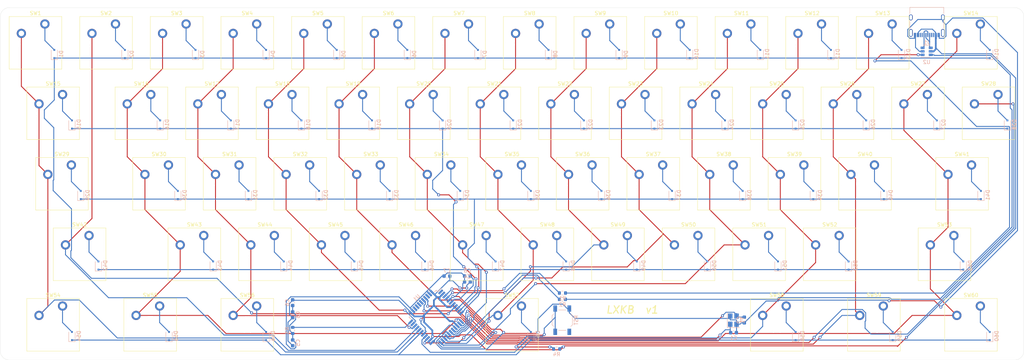
<source format=kicad_pcb>
(kicad_pcb (version 20171130) (host pcbnew "(5.1.8-0-10_14)")
  (layers (0 F.Cu signal) (31 B.Cu signal) (34 B.Paste user) (35 F.Paste user) (36 B.SilkS user) (37 F.SilkS user) (38 B.Mask user) (39 F.Mask user) (44 Edge.Cuts user))
  (net 0 "")
  (net 1 COL0)
  (net 2 COL1)
  (net 3 COL10)
  (net 4 COL11)
  (net 5 COL12)
  (net 6 COL13)
  (net 7 COL14)
  (net 8 COL2)
  (net 9 COL3)
  (net 10 COL4)
  (net 11 COL5)
  (net 12 COL6)
  (net 13 COL7)
  (net 14 COL8)
  (net 15 COL9)
  (net 16 GND)
  (net 17 N$1)
  (net 18 N$10)
  (net 19 N$11)
  (net 20 N$12)
  (net 21 N$13)
  (net 22 N$14)
  (net 23 N$15)
  (net 24 N$16)
  (net 25 N$17)
  (net 26 N$18)
  (net 27 N$19)
  (net 28 N$2)
  (net 29 N$20)
  (net 30 N$21)
  (net 31 N$22)
  (net 32 N$23)
  (net 33 N$24)
  (net 34 N$25)
  (net 35 N$26)
  (net 36 N$27)
  (net 37 N$28)
  (net 38 N$29)
  (net 39 N$3)
  (net 40 N$30)
  (net 41 N$31)
  (net 42 N$32)
  (net 43 N$33)
  (net 44 N$34)
  (net 45 N$35)
  (net 46 N$36)
  (net 47 N$37)
  (net 48 N$38)
  (net 49 N$39)
  (net 50 N$4)
  (net 51 N$40)
  (net 52 N$41)
  (net 53 N$42)
  (net 54 N$43)
  (net 55 N$44)
  (net 56 N$45)
  (net 57 N$46)
  (net 58 N$47)
  (net 59 N$48)
  (net 60 N$49)
  (net 61 N$5)
  (net 62 N$50)
  (net 63 N$51)
  (net 64 N$52)
  (net 65 N$53)
  (net 66 N$54)
  (net 67 N$55)
  (net 68 N$56)
  (net 69 N$57)
  (net 70 N$58)
  (net 71 N$59)
  (net 72 N$6)
  (net 73 N$60)
  (net 74 N$7)
  (net 75 N$8)
  (net 76 N$9)
  (net 77 ROW0)
  (net 78 ROW1)
  (net 79 ROW2)
  (net 80 ROW3)
  (net 81 ROW4)
  (net 82 VCC)
  (net 83 mcu/D+)
  (net 84 mcu/D-)
  (net 85 mcu/UCAP)
  (net 86 mcu/XTAL1)
  (net 87 mcu/XTAL2)
  (net 88 mcu/~HWB~/PE2)
  (net 89 mcu/~RESET)
  (net 90 u2/D+)
  (net 91 u2/D-)
  (net 92 usb/D+)
  (net 93 usb/D-)
  (module SW_Cherry_MX_PCB_1.00u (layer F.Cu) (at 25 25.635)
    (fp_text reference SW1 (at 0 -8) (layer F.SilkS))
    (fp_text value SW_Push)
    (pad "" np_thru_hole circle (at 5.08 0) (size 1.75 1.75) (drill 1.75) (layers *.Cu *.Mask))
    (pad "" np_thru_hole circle (at -5.08 0) (size 1.75 1.75) (drill 1.75) (layers *.Cu *.Mask))
    (pad "" np_thru_hole circle (at 0 0) (size 4 4) (drill 4) (layers *.Cu *.Mask))
    (pad 2 thru_hole circle (at 2.54 -5.08) (size 2.5 2.5) (drill 1.5) (layers *.Cu B.Mask) (net 17 N$1))
    (pad 1 thru_hole circle (at -3.81 -2.54) (size 2.5 2.5) (drill 1.5) (layers *.Cu B.Mask) (net 1 COL0))
  )
  (module Crystal_SMD_3225-4Pin_3.2x2.5mm (layer B.Cu) (at 213.317 100.575 90)
    (fp_text reference Y1 (at 0 2.45 90) (layer B.SilkS) (effects (justify mirror)))
    (fp_text value Crystal_GND24)
    (pad 4 smd rect (at -1.1 0.85 90) (size 1.4 1.2) (layers B.Cu B.Paste B.Mask) (net 16 GND))
    (pad 3 smd rect (at 1.1 0.85 90) (size 1.4 1.2) (layers B.Cu B.Paste B.Mask) (net 87 mcu/XTAL2))
    (pad 2 smd rect (at 1.1 -0.85 90) (size 1.4 1.2) (layers B.Cu B.Paste B.Mask) (net 16 GND))
    (pad 1 smd rect (at -1.1 -0.85 90) (size 1.4 1.2) (layers B.Cu B.Paste B.Mask) (net 86 mcu/XTAL1))
  )
  (module SOT-23-6 (layer B.Cu) (at 265.461 27.9419)
    (fp_text reference U2 (at 0 2.9) (layer B.SilkS) (effects (justify mirror)))
    (fp_text value TPD2S017)
    (pad 5 smd rect (at 1.1 0) (size 1.06 0.65) (layers B.Cu B.Paste B.Mask) (net 82 VCC))
    (pad 6 smd rect (at 1.1 0.95) (size 1.06 0.65) (layers B.Cu B.Paste B.Mask) (net 90 u2/D+))
    (pad 4 smd rect (at 1.1 -0.95) (size 1.06 0.65) (layers B.Cu B.Paste B.Mask) (net 92 usb/D+))
    (pad 3 smd rect (at -1.1 -0.95) (size 1.06 0.65) (layers B.Cu B.Paste B.Mask) (net 93 usb/D-))
    (pad 2 smd rect (at -1.1 0) (size 1.06 0.65) (layers B.Cu B.Paste B.Mask) (net 16 GND))
    (pad 1 smd rect (at -1.1 0.95) (size 1.06 0.65) (layers B.Cu B.Paste B.Mask) (net 91 u2/D-))
  )
  (module TQFP-44_10x10mm_P0.8mm (layer B.Cu) (at 133.128 99.8065 225)
    (fp_text reference U1 (at 0 7.450001 225) (layer B.SilkS) (effects (justify mirror)))
    (fp_text value ATmega16U4-AU)
    (pad 44 smd rect (at -4 5.7 135) (size 1.5 0.55) (layers B.Cu B.Paste B.Mask) (net 82 VCC))
    (pad 43 smd rect (at -3.2 5.7 135) (size 1.5 0.55) (layers B.Cu B.Paste B.Mask) (net 16 GND))
    (pad 42 smd rect (at -2.4 5.7 135) (size 1.5 0.55) (layers B.Cu B.Paste B.Mask))
    (pad 41 smd rect (at -1.6 5.7 135) (size 1.5 0.55) (layers B.Cu B.Paste B.Mask) (net 6 COL13))
    (pad 40 smd rect (at -0.8 5.7 135) (size 1.5 0.55) (layers B.Cu B.Paste B.Mask) (net 7 COL14))
    (pad 39 smd rect (at 0 5.7 135) (size 1.5 0.55) (layers B.Cu B.Paste B.Mask))
    (pad 38 smd rect (at 0.8 5.7 135) (size 1.5 0.55) (layers B.Cu B.Paste B.Mask))
    (pad 37 smd rect (at 1.6 5.7 135) (size 1.5 0.55) (layers B.Cu B.Paste B.Mask))
    (pad 36 smd rect (at 2.4 5.7 135) (size 1.5 0.55) (layers B.Cu B.Paste B.Mask))
    (pad 35 smd rect (at 3.2 5.7 135) (size 1.5 0.55) (layers B.Cu B.Paste B.Mask) (net 16 GND))
    (pad 34 smd rect (at 4 5.7 135) (size 1.5 0.55) (layers B.Cu B.Paste B.Mask) (net 82 VCC))
    (pad 33 smd rect (at 5.7 4 225) (size 1.5 0.55) (layers B.Cu B.Paste B.Mask) (net 88 mcu/~HWB~/PE2))
    (pad 32 smd rect (at 5.7 3.2 225) (size 1.5 0.55) (layers B.Cu B.Paste B.Mask) (net 10 COL4))
    (pad 31 smd rect (at 5.7 2.4 225) (size 1.5 0.55) (layers B.Cu B.Paste B.Mask) (net 9 COL3))
    (pad 30 smd rect (at 5.7 1.6 225) (size 1.5 0.55) (layers B.Cu B.Paste B.Mask) (net 2 COL1))
    (pad 29 smd rect (at 5.7 0.8 225) (size 1.5 0.55) (layers B.Cu B.Paste B.Mask) (net 1 COL0))
    (pad 28 smd rect (at 5.7 0 225) (size 1.5 0.55) (layers B.Cu B.Paste B.Mask) (net 81 ROW4))
    (pad 27 smd rect (at 5.7 -0.8 225) (size 1.5 0.55) (layers B.Cu B.Paste B.Mask) (net 5 COL12))
    (pad 26 smd rect (at 5.7 -1.6 225) (size 1.5 0.55) (layers B.Cu B.Paste B.Mask) (net 4 COL11))
    (pad 25 smd rect (at 5.7 -2.4 225) (size 1.5 0.55) (layers B.Cu B.Paste B.Mask) (net 15 COL9))
    (pad 24 smd rect (at 5.7 -3.2 225) (size 1.5 0.55) (layers B.Cu B.Paste B.Mask) (net 82 VCC))
    (pad 23 smd rect (at 5.7 -4 225) (size 1.5 0.55) (layers B.Cu B.Paste B.Mask) (net 16 GND))
    (pad 22 smd rect (at 4 -5.7 135) (size 1.5 0.55) (layers B.Cu B.Paste B.Mask) (net 3 COL10))
    (pad 21 smd rect (at 3.2 -5.7 135) (size 1.5 0.55) (layers B.Cu B.Paste B.Mask) (net 14 COL8))
    (pad 20 smd rect (at 2.4 -5.7 135) (size 1.5 0.55) (layers B.Cu B.Paste B.Mask) (net 13 COL7))
    (pad 19 smd rect (at 1.6 -5.7 135) (size 1.5 0.55) (layers B.Cu B.Paste B.Mask) (net 12 COL6))
    (pad 18 smd rect (at 0.8 -5.7 135) (size 1.5 0.55) (layers B.Cu B.Paste B.Mask) (net 11 COL5))
    (pad 17 smd rect (at 0 -5.7 135) (size 1.5 0.55) (layers B.Cu B.Paste B.Mask) (net 86 mcu/XTAL1))
    (pad 16 smd rect (at -0.8 -5.7 135) (size 1.5 0.55) (layers B.Cu B.Paste B.Mask) (net 87 mcu/XTAL2))
    (pad 15 smd rect (at -1.6 -5.7 135) (size 1.5 0.55) (layers B.Cu B.Paste B.Mask) (net 16 GND))
    (pad 14 smd rect (at -2.4 -5.7 135) (size 1.5 0.55) (layers B.Cu B.Paste B.Mask) (net 82 VCC))
    (pad 13 smd rect (at -3.2 -5.7 135) (size 1.5 0.55) (layers B.Cu B.Paste B.Mask) (net 89 mcu/~RESET))
    (pad 12 smd rect (at -4 -5.7 135) (size 1.5 0.55) (layers B.Cu B.Paste B.Mask) (net 8 COL2))
    (pad 11 smd rect (at -5.7 -4 225) (size 1.5 0.55) (layers B.Cu B.Paste B.Mask) (net 80 ROW3))
    (pad 10 smd rect (at -5.7 -3.2 225) (size 1.5 0.55) (layers B.Cu B.Paste B.Mask) (net 79 ROW2))
    (pad 9 smd rect (at -5.7 -2.4 225) (size 1.5 0.55) (layers B.Cu B.Paste B.Mask) (net 78 ROW1))
    (pad 8 smd rect (at -5.7 -1.6 225) (size 1.5 0.55) (layers B.Cu B.Paste B.Mask) (net 77 ROW0))
    (pad 7 smd rect (at -5.7 -0.8 225) (size 1.5 0.55) (layers B.Cu B.Paste B.Mask) (net 82 VCC))
    (pad 6 smd rect (at -5.7 0 225) (size 1.5 0.55) (layers B.Cu B.Paste B.Mask) (net 85 mcu/UCAP))
    (pad 5 smd rect (at -5.7 0.8 225) (size 1.5 0.55) (layers B.Cu B.Paste B.Mask) (net 16 GND))
    (pad 4 smd rect (at -5.7 1.6 225) (size 1.5 0.55) (layers B.Cu B.Paste B.Mask) (net 83 mcu/D+))
    (pad 3 smd rect (at -5.7 2.4 225) (size 1.5 0.55) (layers B.Cu B.Paste B.Mask) (net 84 mcu/D-))
    (pad 2 smd rect (at -5.7 3.2 225) (size 1.5 0.55) (layers B.Cu B.Paste B.Mask) (net 82 VCC))
    (pad 1 smd rect (at -5.7 4 225) (size 1.5 0.55) (layers B.Cu B.Paste B.Mask))
  )
  (module SW_Cherry_MX_PCB_1.00u (layer F.Cu) (at 177.4 25.635)
    (fp_text reference SW9 (at 0 -8) (layer F.SilkS))
    (fp_text value SW_Push)
    (pad "" np_thru_hole circle (at 5.08 0) (size 1.75 1.75) (drill 1.75) (layers *.Cu *.Mask))
    (pad "" np_thru_hole circle (at -5.08 0) (size 1.75 1.75) (drill 1.75) (layers *.Cu *.Mask))
    (pad "" np_thru_hole circle (at 0 0) (size 4 4) (drill 4) (layers *.Cu *.Mask))
    (pad 2 thru_hole circle (at 2.54 -5.08) (size 2.5 2.5) (drill 1.5) (layers *.Cu B.Mask) (net 76 N$9))
    (pad 1 thru_hole circle (at -3.81 -2.54) (size 2.5 2.5) (drill 1.5) (layers *.Cu B.Mask) (net 14 COL8))
  )
  (module SW_Cherry_MX_PCB_1.00u (layer F.Cu) (at 158.35 25.635)
    (fp_text reference SW8 (at 0 -8) (layer F.SilkS))
    (fp_text value SW_Push)
    (pad "" np_thru_hole circle (at 5.08 0) (size 1.75 1.75) (drill 1.75) (layers *.Cu *.Mask))
    (pad "" np_thru_hole circle (at -5.08 0) (size 1.75 1.75) (drill 1.75) (layers *.Cu *.Mask))
    (pad "" np_thru_hole circle (at 0 0) (size 4 4) (drill 4) (layers *.Cu *.Mask))
    (pad 2 thru_hole circle (at 2.54 -5.08) (size 2.5 2.5) (drill 1.5) (layers *.Cu B.Mask) (net 75 N$8))
    (pad 1 thru_hole circle (at -3.81 -2.54) (size 2.5 2.5) (drill 1.5) (layers *.Cu B.Mask) (net 13 COL7))
  )
  (module SW_Cherry_MX_PCB_1.00u (layer F.Cu) (at 139.3 25.635)
    (fp_text reference SW7 (at 0 -8) (layer F.SilkS))
    (fp_text value SW_Push)
    (pad "" np_thru_hole circle (at 5.08 0) (size 1.75 1.75) (drill 1.75) (layers *.Cu *.Mask))
    (pad "" np_thru_hole circle (at -5.08 0) (size 1.75 1.75) (drill 1.75) (layers *.Cu *.Mask))
    (pad "" np_thru_hole circle (at 0 0) (size 4 4) (drill 4) (layers *.Cu *.Mask))
    (pad 2 thru_hole circle (at 2.54 -5.08) (size 2.5 2.5) (drill 1.5) (layers *.Cu B.Mask) (net 74 N$7))
    (pad 1 thru_hole circle (at -3.81 -2.54) (size 2.5 2.5) (drill 1.5) (layers *.Cu B.Mask) (net 12 COL6))
  )
  (module SW_Cherry_MX_PCB_1.50u (layer F.Cu) (at 277.412 101.835)
    (fp_text reference SW60 (at 0 -8) (layer F.SilkS))
    (fp_text value SW_Push)
    (pad "" np_thru_hole circle (at 5.08 0) (size 1.75 1.75) (drill 1.75) (layers *.Cu *.Mask))
    (pad "" np_thru_hole circle (at -5.08 0) (size 1.75 1.75) (drill 1.75) (layers *.Cu *.Mask))
    (pad "" np_thru_hole circle (at 0 0) (size 4 4) (drill 4) (layers *.Cu *.Mask))
    (pad 2 thru_hole circle (at 2.54 -5.08) (size 2.5 2.5) (drill 1.5) (layers *.Cu B.Mask) (net 73 N$60))
    (pad 1 thru_hole circle (at -3.81 -2.54) (size 2.5 2.5) (drill 1.5) (layers *.Cu B.Mask) (net 6 COL13))
  )
  (module SW_Cherry_MX_PCB_1.00u (layer F.Cu) (at 120.25 25.635)
    (fp_text reference SW6 (at 0 -8) (layer F.SilkS))
    (fp_text value SW_Push)
    (pad "" np_thru_hole circle (at 5.08 0) (size 1.75 1.75) (drill 1.75) (layers *.Cu *.Mask))
    (pad "" np_thru_hole circle (at -5.08 0) (size 1.75 1.75) (drill 1.75) (layers *.Cu *.Mask))
    (pad "" np_thru_hole circle (at 0 0) (size 4 4) (drill 4) (layers *.Cu *.Mask))
    (pad 2 thru_hole circle (at 2.54 -5.08) (size 2.5 2.5) (drill 1.5) (layers *.Cu B.Mask) (net 72 N$6))
    (pad 1 thru_hole circle (at -3.81 -2.54) (size 2.5 2.5) (drill 1.5) (layers *.Cu B.Mask) (net 11 COL5))
  )
  (module SW_Cherry_MX_PCB_1.25u (layer F.Cu) (at 251.219 101.835)
    (fp_text reference SW59 (at 0 -8) (layer F.SilkS))
    (fp_text value SW_Push)
    (pad "" np_thru_hole circle (at 5.08 0) (size 1.75 1.75) (drill 1.75) (layers *.Cu *.Mask))
    (pad "" np_thru_hole circle (at -5.08 0) (size 1.75 1.75) (drill 1.75) (layers *.Cu *.Mask))
    (pad "" np_thru_hole circle (at 0 0) (size 4 4) (drill 4) (layers *.Cu *.Mask))
    (pad 2 thru_hole circle (at 2.54 -5.08) (size 2.5 2.5) (drill 1.5) (layers *.Cu B.Mask) (net 71 N$59))
    (pad 1 thru_hole circle (at -3.81 -2.54) (size 2.5 2.5) (drill 1.5) (layers *.Cu B.Mask) (net 5 COL12))
  )
  (module SW_Cherry_MX_PCB_1.50u (layer F.Cu) (at 225.025 101.835)
    (fp_text reference SW58 (at 0 -8) (layer F.SilkS))
    (fp_text value SW_Push)
    (pad "" np_thru_hole circle (at 5.08 0) (size 1.75 1.75) (drill 1.75) (layers *.Cu *.Mask))
    (pad "" np_thru_hole circle (at -5.08 0) (size 1.75 1.75) (drill 1.75) (layers *.Cu *.Mask))
    (pad "" np_thru_hole circle (at 0 0) (size 4 4) (drill 4) (layers *.Cu *.Mask))
    (pad 2 thru_hole circle (at 2.54 -5.08) (size 2.5 2.5) (drill 1.5) (layers *.Cu B.Mask) (net 70 N$58))
    (pad 1 thru_hole circle (at -3.81 -2.54) (size 2.5 2.5) (drill 1.5) (layers *.Cu B.Mask) (net 4 COL11))
  )
  (module SW_Cherry_MX_PCB_6.00u (layer F.Cu) (at 153.588 101.835)
    (fp_text reference SW57 (at 0 -8) (layer F.SilkS))
    (fp_text value SW_Push)
    (pad "" np_thru_hole circle (at 5.08 0) (size 1.75 1.75) (drill 1.75) (layers *.Cu *.Mask))
    (pad "" np_thru_hole circle (at -5.08 0) (size 1.75 1.75) (drill 1.75) (layers *.Cu *.Mask))
    (pad "" np_thru_hole circle (at 0 0) (size 4 4) (drill 4) (layers *.Cu *.Mask))
    (pad 2 thru_hole circle (at 2.54 -5.08) (size 2.5 2.5) (drill 1.5) (layers *.Cu B.Mask) (net 69 N$57))
    (pad 1 thru_hole circle (at -3.81 -2.54) (size 2.5 2.5) (drill 1.5) (layers *.Cu B.Mask) (net 13 COL7))
  )
  (module SW_Cherry_MX_PCB_1.50u (layer F.Cu) (at 82.15 101.835)
    (fp_text reference SW56 (at 0 -8) (layer F.SilkS))
    (fp_text value SW_Push)
    (pad "" np_thru_hole circle (at 5.08 0) (size 1.75 1.75) (drill 1.75) (layers *.Cu *.Mask))
    (pad "" np_thru_hole circle (at -5.08 0) (size 1.75 1.75) (drill 1.75) (layers *.Cu *.Mask))
    (pad "" np_thru_hole circle (at 0 0) (size 4 4) (drill 4) (layers *.Cu *.Mask))
    (pad 2 thru_hole circle (at 2.54 -5.08) (size 2.5 2.5) (drill 1.5) (layers *.Cu B.Mask) (net 68 N$56))
    (pad 1 thru_hole circle (at -3.81 -2.54) (size 2.5 2.5) (drill 1.5) (layers *.Cu B.Mask) (net 9 COL3))
  )
  (module SW_Cherry_MX_PCB_1.25u (layer F.Cu) (at 55.9562 101.835)
    (fp_text reference SW55 (at 0 -8) (layer F.SilkS))
    (fp_text value SW_Push)
    (pad "" np_thru_hole circle (at 5.08 0) (size 1.75 1.75) (drill 1.75) (layers *.Cu *.Mask))
    (pad "" np_thru_hole circle (at -5.08 0) (size 1.75 1.75) (drill 1.75) (layers *.Cu *.Mask))
    (pad "" np_thru_hole circle (at 0 0) (size 4 4) (drill 4) (layers *.Cu *.Mask))
    (pad 2 thru_hole circle (at 2.54 -5.08) (size 2.5 2.5) (drill 1.5) (layers *.Cu B.Mask) (net 67 N$55))
    (pad 1 thru_hole circle (at -3.81 -2.54) (size 2.5 2.5) (drill 1.5) (layers *.Cu B.Mask) (net 8 COL2))
  )
  (module SW_Cherry_MX_PCB_1.50u (layer F.Cu) (at 29.7625 101.835)
    (fp_text reference SW54 (at 0 -8) (layer F.SilkS))
    (fp_text value SW_Push)
    (pad "" np_thru_hole circle (at 5.08 0) (size 1.75 1.75) (drill 1.75) (layers *.Cu *.Mask))
    (pad "" np_thru_hole circle (at -5.08 0) (size 1.75 1.75) (drill 1.75) (layers *.Cu *.Mask))
    (pad "" np_thru_hole circle (at 0 0) (size 4 4) (drill 4) (layers *.Cu *.Mask))
    (pad 2 thru_hole circle (at 2.54 -5.08) (size 2.5 2.5) (drill 1.5) (layers *.Cu B.Mask) (net 66 N$54))
    (pad 1 thru_hole circle (at -3.81 -2.54) (size 2.5 2.5) (drill 1.5) (layers *.Cu B.Mask) (net 1 COL0))
  )
  (module SW_Cherry_MX_PCB_2.25u (layer F.Cu) (at 270.269 82.785)
    (fp_text reference SW53 (at 0 -8) (layer F.SilkS))
    (fp_text value SW_Push)
    (pad "" np_thru_hole circle (at 5.08 0) (size 1.75 1.75) (drill 1.75) (layers *.Cu *.Mask))
    (pad "" np_thru_hole circle (at -5.08 0) (size 1.75 1.75) (drill 1.75) (layers *.Cu *.Mask))
    (pad "" np_thru_hole circle (at 0 0) (size 4 4) (drill 4) (layers *.Cu *.Mask))
    (pad 2 thru_hole circle (at 2.54 -5.08) (size 2.5 2.5) (drill 1.5) (layers *.Cu B.Mask) (net 65 N$53))
    (pad 1 thru_hole circle (at -3.81 -2.54) (size 2.5 2.5) (drill 1.5) (layers *.Cu B.Mask) (net 6 COL13))
  )
  (module SW_Cherry_MX_PCB_1.00u (layer F.Cu) (at 239.312 82.785)
    (fp_text reference SW52 (at 0 -8) (layer F.SilkS))
    (fp_text value SW_Push)
    (pad "" np_thru_hole circle (at 5.08 0) (size 1.75 1.75) (drill 1.75) (layers *.Cu *.Mask))
    (pad "" np_thru_hole circle (at -5.08 0) (size 1.75 1.75) (drill 1.75) (layers *.Cu *.Mask))
    (pad "" np_thru_hole circle (at 0 0) (size 4 4) (drill 4) (layers *.Cu *.Mask))
    (pad 2 thru_hole circle (at 2.54 -5.08) (size 2.5 2.5) (drill 1.5) (layers *.Cu B.Mask) (net 64 N$52))
    (pad 1 thru_hole circle (at -3.81 -2.54) (size 2.5 2.5) (drill 1.5) (layers *.Cu B.Mask) (net 4 COL11))
  )
  (module SW_Cherry_MX_PCB_1.00u (layer F.Cu) (at 220.262 82.785)
    (fp_text reference SW51 (at 0 -8) (layer F.SilkS))
    (fp_text value SW_Push)
    (pad "" np_thru_hole circle (at 5.08 0) (size 1.75 1.75) (drill 1.75) (layers *.Cu *.Mask))
    (pad "" np_thru_hole circle (at -5.08 0) (size 1.75 1.75) (drill 1.75) (layers *.Cu *.Mask))
    (pad "" np_thru_hole circle (at 0 0) (size 4 4) (drill 4) (layers *.Cu *.Mask))
    (pad 2 thru_hole circle (at 2.54 -5.08) (size 2.5 2.5) (drill 1.5) (layers *.Cu B.Mask) (net 63 N$51))
    (pad 1 thru_hole circle (at -3.81 -2.54) (size 2.5 2.5) (drill 1.5) (layers *.Cu B.Mask) (net 3 COL10))
  )
  (module SW_Cherry_MX_PCB_1.00u (layer F.Cu) (at 201.212 82.785)
    (fp_text reference SW50 (at 0 -8) (layer F.SilkS))
    (fp_text value SW_Push)
    (pad "" np_thru_hole circle (at 5.08 0) (size 1.75 1.75) (drill 1.75) (layers *.Cu *.Mask))
    (pad "" np_thru_hole circle (at -5.08 0) (size 1.75 1.75) (drill 1.75) (layers *.Cu *.Mask))
    (pad "" np_thru_hole circle (at 0 0) (size 4 4) (drill 4) (layers *.Cu *.Mask))
    (pad 2 thru_hole circle (at 2.54 -5.08) (size 2.5 2.5) (drill 1.5) (layers *.Cu B.Mask) (net 62 N$50))
    (pad 1 thru_hole circle (at -3.81 -2.54) (size 2.5 2.5) (drill 1.5) (layers *.Cu B.Mask) (net 15 COL9))
  )
  (module SW_Cherry_MX_PCB_1.00u (layer F.Cu) (at 101.2 25.635)
    (fp_text reference SW5 (at 0 -8) (layer F.SilkS))
    (fp_text value SW_Push)
    (pad "" np_thru_hole circle (at 5.08 0) (size 1.75 1.75) (drill 1.75) (layers *.Cu *.Mask))
    (pad "" np_thru_hole circle (at -5.08 0) (size 1.75 1.75) (drill 1.75) (layers *.Cu *.Mask))
    (pad "" np_thru_hole circle (at 0 0) (size 4 4) (drill 4) (layers *.Cu *.Mask))
    (pad 2 thru_hole circle (at 2.54 -5.08) (size 2.5 2.5) (drill 1.5) (layers *.Cu B.Mask) (net 61 N$5))
    (pad 1 thru_hole circle (at -3.81 -2.54) (size 2.5 2.5) (drill 1.5) (layers *.Cu B.Mask) (net 10 COL4))
  )
  (module SW_Cherry_MX_PCB_1.00u (layer F.Cu) (at 182.162 82.785)
    (fp_text reference SW49 (at 0 -8) (layer F.SilkS))
    (fp_text value SW_Push)
    (pad "" np_thru_hole circle (at 5.08 0) (size 1.75 1.75) (drill 1.75) (layers *.Cu *.Mask))
    (pad "" np_thru_hole circle (at -5.08 0) (size 1.75 1.75) (drill 1.75) (layers *.Cu *.Mask))
    (pad "" np_thru_hole circle (at 0 0) (size 4 4) (drill 4) (layers *.Cu *.Mask))
    (pad 2 thru_hole circle (at 2.54 -5.08) (size 2.5 2.5) (drill 1.5) (layers *.Cu B.Mask) (net 60 N$49))
    (pad 1 thru_hole circle (at -3.81 -2.54) (size 2.5 2.5) (drill 1.5) (layers *.Cu B.Mask) (net 14 COL8))
  )
  (module SW_Cherry_MX_PCB_1.00u (layer F.Cu) (at 163.112 82.785)
    (fp_text reference SW48 (at 0 -8) (layer F.SilkS))
    (fp_text value SW_Push)
    (pad "" np_thru_hole circle (at 5.08 0) (size 1.75 1.75) (drill 1.75) (layers *.Cu *.Mask))
    (pad "" np_thru_hole circle (at -5.08 0) (size 1.75 1.75) (drill 1.75) (layers *.Cu *.Mask))
    (pad "" np_thru_hole circle (at 0 0) (size 4 4) (drill 4) (layers *.Cu *.Mask))
    (pad 2 thru_hole circle (at 2.54 -5.08) (size 2.5 2.5) (drill 1.5) (layers *.Cu B.Mask) (net 59 N$48))
    (pad 1 thru_hole circle (at -3.81 -2.54) (size 2.5 2.5) (drill 1.5) (layers *.Cu B.Mask) (net 13 COL7))
  )
  (module SW_Cherry_MX_PCB_1.00u (layer F.Cu) (at 144.062 82.785)
    (fp_text reference SW47 (at 0 -8) (layer F.SilkS))
    (fp_text value SW_Push)
    (pad "" np_thru_hole circle (at 5.08 0) (size 1.75 1.75) (drill 1.75) (layers *.Cu *.Mask))
    (pad "" np_thru_hole circle (at -5.08 0) (size 1.75 1.75) (drill 1.75) (layers *.Cu *.Mask))
    (pad "" np_thru_hole circle (at 0 0) (size 4 4) (drill 4) (layers *.Cu *.Mask))
    (pad 2 thru_hole circle (at 2.54 -5.08) (size 2.5 2.5) (drill 1.5) (layers *.Cu B.Mask) (net 58 N$47))
    (pad 1 thru_hole circle (at -3.81 -2.54) (size 2.5 2.5) (drill 1.5) (layers *.Cu B.Mask) (net 12 COL6))
  )
  (module SW_Cherry_MX_PCB_1.00u (layer F.Cu) (at 125.012 82.785)
    (fp_text reference SW46 (at 0 -8) (layer F.SilkS))
    (fp_text value SW_Push)
    (pad "" np_thru_hole circle (at 5.08 0) (size 1.75 1.75) (drill 1.75) (layers *.Cu *.Mask))
    (pad "" np_thru_hole circle (at -5.08 0) (size 1.75 1.75) (drill 1.75) (layers *.Cu *.Mask))
    (pad "" np_thru_hole circle (at 0 0) (size 4 4) (drill 4) (layers *.Cu *.Mask))
    (pad 2 thru_hole circle (at 2.54 -5.08) (size 2.5 2.5) (drill 1.5) (layers *.Cu B.Mask) (net 57 N$46))
    (pad 1 thru_hole circle (at -3.81 -2.54) (size 2.5 2.5) (drill 1.5) (layers *.Cu B.Mask) (net 11 COL5))
  )
  (module SW_Cherry_MX_PCB_1.00u (layer F.Cu) (at 105.962 82.785)
    (fp_text reference SW45 (at 0 -8) (layer F.SilkS))
    (fp_text value SW_Push)
    (pad "" np_thru_hole circle (at 5.08 0) (size 1.75 1.75) (drill 1.75) (layers *.Cu *.Mask))
    (pad "" np_thru_hole circle (at -5.08 0) (size 1.75 1.75) (drill 1.75) (layers *.Cu *.Mask))
    (pad "" np_thru_hole circle (at 0 0) (size 4 4) (drill 4) (layers *.Cu *.Mask))
    (pad 2 thru_hole circle (at 2.54 -5.08) (size 2.5 2.5) (drill 1.5) (layers *.Cu B.Mask) (net 56 N$45))
    (pad 1 thru_hole circle (at -3.81 -2.54) (size 2.5 2.5) (drill 1.5) (layers *.Cu B.Mask) (net 10 COL4))
  )
  (module SW_Cherry_MX_PCB_1.00u (layer F.Cu) (at 86.9125 82.785)
    (fp_text reference SW44 (at 0 -8) (layer F.SilkS))
    (fp_text value SW_Push)
    (pad "" np_thru_hole circle (at 5.08 0) (size 1.75 1.75) (drill 1.75) (layers *.Cu *.Mask))
    (pad "" np_thru_hole circle (at -5.08 0) (size 1.75 1.75) (drill 1.75) (layers *.Cu *.Mask))
    (pad "" np_thru_hole circle (at 0 0) (size 4 4) (drill 4) (layers *.Cu *.Mask))
    (pad 2 thru_hole circle (at 2.54 -5.08) (size 2.5 2.5) (drill 1.5) (layers *.Cu B.Mask) (net 55 N$44))
    (pad 1 thru_hole circle (at -3.81 -2.54) (size 2.5 2.5) (drill 1.5) (layers *.Cu B.Mask) (net 9 COL3))
  )
  (module SW_Cherry_MX_PCB_1.00u (layer F.Cu) (at 67.8625 82.785)
    (fp_text reference SW43 (at 0 -8) (layer F.SilkS))
    (fp_text value SW_Push)
    (pad "" np_thru_hole circle (at 5.08 0) (size 1.75 1.75) (drill 1.75) (layers *.Cu *.Mask))
    (pad "" np_thru_hole circle (at -5.08 0) (size 1.75 1.75) (drill 1.75) (layers *.Cu *.Mask))
    (pad "" np_thru_hole circle (at 0 0) (size 4 4) (drill 4) (layers *.Cu *.Mask))
    (pad 2 thru_hole circle (at 2.54 -5.08) (size 2.5 2.5) (drill 1.5) (layers *.Cu B.Mask) (net 54 N$43))
    (pad 1 thru_hole circle (at -3.81 -2.54) (size 2.5 2.5) (drill 1.5) (layers *.Cu B.Mask) (net 8 COL2))
  )
  (module SW_Cherry_MX_PCB_2.25u (layer F.Cu) (at 36.9062 82.785)
    (fp_text reference SW42 (at 0 -8) (layer F.SilkS))
    (fp_text value SW_Push)
    (pad "" np_thru_hole circle (at 5.08 0) (size 1.75 1.75) (drill 1.75) (layers *.Cu *.Mask))
    (pad "" np_thru_hole circle (at -5.08 0) (size 1.75 1.75) (drill 1.75) (layers *.Cu *.Mask))
    (pad "" np_thru_hole circle (at 0 0) (size 4 4) (drill 4) (layers *.Cu *.Mask))
    (pad 2 thru_hole circle (at 2.54 -5.08) (size 2.5 2.5) (drill 1.5) (layers *.Cu B.Mask) (net 53 N$42))
    (pad 1 thru_hole circle (at -3.81 -2.54) (size 2.5 2.5) (drill 1.5) (layers *.Cu B.Mask) (net 2 COL1))
  )
  (module SW_Cherry_MX_PCB_1.75u (layer F.Cu) (at 275.031 63.735)
    (fp_text reference SW41 (at 0 -8) (layer F.SilkS))
    (fp_text value SW_Push)
    (pad "" np_thru_hole circle (at 5.08 0) (size 1.75 1.75) (drill 1.75) (layers *.Cu *.Mask))
    (pad "" np_thru_hole circle (at -5.08 0) (size 1.75 1.75) (drill 1.75) (layers *.Cu *.Mask))
    (pad "" np_thru_hole circle (at 0 0) (size 4 4) (drill 4) (layers *.Cu *.Mask))
    (pad 2 thru_hole circle (at 2.54 -5.08) (size 2.5 2.5) (drill 1.5) (layers *.Cu B.Mask) (net 52 N$41))
    (pad 1 thru_hole circle (at -3.81 -2.54) (size 2.5 2.5) (drill 1.5) (layers *.Cu B.Mask) (net 6 COL13))
  )
  (module SW_Cherry_MX_PCB_1.00u (layer F.Cu) (at 248.838 63.735)
    (fp_text reference SW40 (at 0 -8) (layer F.SilkS))
    (fp_text value SW_Push)
    (pad "" np_thru_hole circle (at 5.08 0) (size 1.75 1.75) (drill 1.75) (layers *.Cu *.Mask))
    (pad "" np_thru_hole circle (at -5.08 0) (size 1.75 1.75) (drill 1.75) (layers *.Cu *.Mask))
    (pad "" np_thru_hole circle (at 0 0) (size 4 4) (drill 4) (layers *.Cu *.Mask))
    (pad 2 thru_hole circle (at 2.54 -5.08) (size 2.5 2.5) (drill 1.5) (layers *.Cu B.Mask) (net 51 N$40))
    (pad 1 thru_hole circle (at -3.81 -2.54) (size 2.5 2.5) (drill 1.5) (layers *.Cu B.Mask) (net 5 COL12))
  )
  (module SW_Cherry_MX_PCB_1.00u (layer F.Cu) (at 82.15 25.635)
    (fp_text reference SW4 (at 0 -8) (layer F.SilkS))
    (fp_text value SW_Push)
    (pad "" np_thru_hole circle (at 5.08 0) (size 1.75 1.75) (drill 1.75) (layers *.Cu *.Mask))
    (pad "" np_thru_hole circle (at -5.08 0) (size 1.75 1.75) (drill 1.75) (layers *.Cu *.Mask))
    (pad "" np_thru_hole circle (at 0 0) (size 4 4) (drill 4) (layers *.Cu *.Mask))
    (pad 2 thru_hole circle (at 2.54 -5.08) (size 2.5 2.5) (drill 1.5) (layers *.Cu B.Mask) (net 50 N$4))
    (pad 1 thru_hole circle (at -3.81 -2.54) (size 2.5 2.5) (drill 1.5) (layers *.Cu B.Mask) (net 9 COL3))
  )
  (module SW_Cherry_MX_PCB_1.00u (layer F.Cu) (at 229.788 63.735)
    (fp_text reference SW39 (at 0 -8) (layer F.SilkS))
    (fp_text value SW_Push)
    (pad "" np_thru_hole circle (at 5.08 0) (size 1.75 1.75) (drill 1.75) (layers *.Cu *.Mask))
    (pad "" np_thru_hole circle (at -5.08 0) (size 1.75 1.75) (drill 1.75) (layers *.Cu *.Mask))
    (pad "" np_thru_hole circle (at 0 0) (size 4 4) (drill 4) (layers *.Cu *.Mask))
    (pad 2 thru_hole circle (at 2.54 -5.08) (size 2.5 2.5) (drill 1.5) (layers *.Cu B.Mask) (net 49 N$39))
    (pad 1 thru_hole circle (at -3.81 -2.54) (size 2.5 2.5) (drill 1.5) (layers *.Cu B.Mask) (net 4 COL11))
  )
  (module SW_Cherry_MX_PCB_1.00u (layer F.Cu) (at 210.738 63.735)
    (fp_text reference SW38 (at 0 -8) (layer F.SilkS))
    (fp_text value SW_Push)
    (pad "" np_thru_hole circle (at 5.08 0) (size 1.75 1.75) (drill 1.75) (layers *.Cu *.Mask))
    (pad "" np_thru_hole circle (at -5.08 0) (size 1.75 1.75) (drill 1.75) (layers *.Cu *.Mask))
    (pad "" np_thru_hole circle (at 0 0) (size 4 4) (drill 4) (layers *.Cu *.Mask))
    (pad 2 thru_hole circle (at 2.54 -5.08) (size 2.5 2.5) (drill 1.5) (layers *.Cu B.Mask) (net 48 N$38))
    (pad 1 thru_hole circle (at -3.81 -2.54) (size 2.5 2.5) (drill 1.5) (layers *.Cu B.Mask) (net 3 COL10))
  )
  (module SW_Cherry_MX_PCB_1.00u (layer F.Cu) (at 191.688 63.735)
    (fp_text reference SW37 (at 0 -8) (layer F.SilkS))
    (fp_text value SW_Push)
    (pad "" np_thru_hole circle (at 5.08 0) (size 1.75 1.75) (drill 1.75) (layers *.Cu *.Mask))
    (pad "" np_thru_hole circle (at -5.08 0) (size 1.75 1.75) (drill 1.75) (layers *.Cu *.Mask))
    (pad "" np_thru_hole circle (at 0 0) (size 4 4) (drill 4) (layers *.Cu *.Mask))
    (pad 2 thru_hole circle (at 2.54 -5.08) (size 2.5 2.5) (drill 1.5) (layers *.Cu B.Mask) (net 47 N$37))
    (pad 1 thru_hole circle (at -3.81 -2.54) (size 2.5 2.5) (drill 1.5) (layers *.Cu B.Mask) (net 15 COL9))
  )
  (module SW_Cherry_MX_PCB_1.00u (layer F.Cu) (at 172.638 63.735)
    (fp_text reference SW36 (at 0 -8) (layer F.SilkS))
    (fp_text value SW_Push)
    (pad "" np_thru_hole circle (at 5.08 0) (size 1.75 1.75) (drill 1.75) (layers *.Cu *.Mask))
    (pad "" np_thru_hole circle (at -5.08 0) (size 1.75 1.75) (drill 1.75) (layers *.Cu *.Mask))
    (pad "" np_thru_hole circle (at 0 0) (size 4 4) (drill 4) (layers *.Cu *.Mask))
    (pad 2 thru_hole circle (at 2.54 -5.08) (size 2.5 2.5) (drill 1.5) (layers *.Cu B.Mask) (net 46 N$36))
    (pad 1 thru_hole circle (at -3.81 -2.54) (size 2.5 2.5) (drill 1.5) (layers *.Cu B.Mask) (net 14 COL8))
  )
  (module SW_Cherry_MX_PCB_1.00u (layer F.Cu) (at 153.588 63.735)
    (fp_text reference SW35 (at 0 -8) (layer F.SilkS))
    (fp_text value SW_Push)
    (pad "" np_thru_hole circle (at 5.08 0) (size 1.75 1.75) (drill 1.75) (layers *.Cu *.Mask))
    (pad "" np_thru_hole circle (at -5.08 0) (size 1.75 1.75) (drill 1.75) (layers *.Cu *.Mask))
    (pad "" np_thru_hole circle (at 0 0) (size 4 4) (drill 4) (layers *.Cu *.Mask))
    (pad 2 thru_hole circle (at 2.54 -5.08) (size 2.5 2.5) (drill 1.5) (layers *.Cu B.Mask) (net 45 N$35))
    (pad 1 thru_hole circle (at -3.81 -2.54) (size 2.5 2.5) (drill 1.5) (layers *.Cu B.Mask) (net 13 COL7))
  )
  (module SW_Cherry_MX_PCB_1.00u (layer F.Cu) (at 134.538 63.735)
    (fp_text reference SW34 (at 0 -8) (layer F.SilkS))
    (fp_text value SW_Push)
    (pad "" np_thru_hole circle (at 5.08 0) (size 1.75 1.75) (drill 1.75) (layers *.Cu *.Mask))
    (pad "" np_thru_hole circle (at -5.08 0) (size 1.75 1.75) (drill 1.75) (layers *.Cu *.Mask))
    (pad "" np_thru_hole circle (at 0 0) (size 4 4) (drill 4) (layers *.Cu *.Mask))
    (pad 2 thru_hole circle (at 2.54 -5.08) (size 2.5 2.5) (drill 1.5) (layers *.Cu B.Mask) (net 44 N$34))
    (pad 1 thru_hole circle (at -3.81 -2.54) (size 2.5 2.5) (drill 1.5) (layers *.Cu B.Mask) (net 12 COL6))
  )
  (module SW_Cherry_MX_PCB_1.00u (layer F.Cu) (at 115.488 63.735)
    (fp_text reference SW33 (at 0 -8) (layer F.SilkS))
    (fp_text value SW_Push)
    (pad "" np_thru_hole circle (at 5.08 0) (size 1.75 1.75) (drill 1.75) (layers *.Cu *.Mask))
    (pad "" np_thru_hole circle (at -5.08 0) (size 1.75 1.75) (drill 1.75) (layers *.Cu *.Mask))
    (pad "" np_thru_hole circle (at 0 0) (size 4 4) (drill 4) (layers *.Cu *.Mask))
    (pad 2 thru_hole circle (at 2.54 -5.08) (size 2.5 2.5) (drill 1.5) (layers *.Cu B.Mask) (net 43 N$33))
    (pad 1 thru_hole circle (at -3.81 -2.54) (size 2.5 2.5) (drill 1.5) (layers *.Cu B.Mask) (net 11 COL5))
  )
  (module SW_Cherry_MX_PCB_1.00u (layer F.Cu) (at 96.4375 63.735)
    (fp_text reference SW32 (at 0 -8) (layer F.SilkS))
    (fp_text value SW_Push)
    (pad "" np_thru_hole circle (at 5.08 0) (size 1.75 1.75) (drill 1.75) (layers *.Cu *.Mask))
    (pad "" np_thru_hole circle (at -5.08 0) (size 1.75 1.75) (drill 1.75) (layers *.Cu *.Mask))
    (pad "" np_thru_hole circle (at 0 0) (size 4 4) (drill 4) (layers *.Cu *.Mask))
    (pad 2 thru_hole circle (at 2.54 -5.08) (size 2.5 2.5) (drill 1.5) (layers *.Cu B.Mask) (net 42 N$32))
    (pad 1 thru_hole circle (at -3.81 -2.54) (size 2.5 2.5) (drill 1.5) (layers *.Cu B.Mask) (net 10 COL4))
  )
  (module SW_Cherry_MX_PCB_1.00u (layer F.Cu) (at 77.3875 63.735)
    (fp_text reference SW31 (at 0 -8) (layer F.SilkS))
    (fp_text value SW_Push)
    (pad "" np_thru_hole circle (at 5.08 0) (size 1.75 1.75) (drill 1.75) (layers *.Cu *.Mask))
    (pad "" np_thru_hole circle (at -5.08 0) (size 1.75 1.75) (drill 1.75) (layers *.Cu *.Mask))
    (pad "" np_thru_hole circle (at 0 0) (size 4 4) (drill 4) (layers *.Cu *.Mask))
    (pad 2 thru_hole circle (at 2.54 -5.08) (size 2.5 2.5) (drill 1.5) (layers *.Cu B.Mask) (net 41 N$31))
    (pad 1 thru_hole circle (at -3.81 -2.54) (size 2.5 2.5) (drill 1.5) (layers *.Cu B.Mask) (net 9 COL3))
  )
  (module SW_Cherry_MX_PCB_1.00u (layer F.Cu) (at 58.3375 63.735)
    (fp_text reference SW30 (at 0 -8) (layer F.SilkS))
    (fp_text value SW_Push)
    (pad "" np_thru_hole circle (at 5.08 0) (size 1.75 1.75) (drill 1.75) (layers *.Cu *.Mask))
    (pad "" np_thru_hole circle (at -5.08 0) (size 1.75 1.75) (drill 1.75) (layers *.Cu *.Mask))
    (pad "" np_thru_hole circle (at 0 0) (size 4 4) (drill 4) (layers *.Cu *.Mask))
    (pad 2 thru_hole circle (at 2.54 -5.08) (size 2.5 2.5) (drill 1.5) (layers *.Cu B.Mask) (net 40 N$30))
    (pad 1 thru_hole circle (at -3.81 -2.54) (size 2.5 2.5) (drill 1.5) (layers *.Cu B.Mask) (net 8 COL2))
  )
  (module SW_Cherry_MX_PCB_1.00u (layer F.Cu) (at 63.1 25.635)
    (fp_text reference SW3 (at 0 -8) (layer F.SilkS))
    (fp_text value SW_Push)
    (pad "" np_thru_hole circle (at 5.08 0) (size 1.75 1.75) (drill 1.75) (layers *.Cu *.Mask))
    (pad "" np_thru_hole circle (at -5.08 0) (size 1.75 1.75) (drill 1.75) (layers *.Cu *.Mask))
    (pad "" np_thru_hole circle (at 0 0) (size 4 4) (drill 4) (layers *.Cu *.Mask))
    (pad 2 thru_hole circle (at 2.54 -5.08) (size 2.5 2.5) (drill 1.5) (layers *.Cu B.Mask) (net 39 N$3))
    (pad 1 thru_hole circle (at -3.81 -2.54) (size 2.5 2.5) (drill 1.5) (layers *.Cu B.Mask) (net 8 COL2))
  )
  (module SW_Cherry_MX_PCB_1.75u (layer F.Cu) (at 32.1438 63.735)
    (fp_text reference SW29 (at 0 -8) (layer F.SilkS))
    (fp_text value SW_Push)
    (pad "" np_thru_hole circle (at 5.08 0) (size 1.75 1.75) (drill 1.75) (layers *.Cu *.Mask))
    (pad "" np_thru_hole circle (at -5.08 0) (size 1.75 1.75) (drill 1.75) (layers *.Cu *.Mask))
    (pad "" np_thru_hole circle (at 0 0) (size 4 4) (drill 4) (layers *.Cu *.Mask))
    (pad 2 thru_hole circle (at 2.54 -5.08) (size 2.5 2.5) (drill 1.5) (layers *.Cu B.Mask) (net 38 N$29))
    (pad 1 thru_hole circle (at -3.81 -2.54) (size 2.5 2.5) (drill 1.5) (layers *.Cu B.Mask) (net 1 COL0))
  )
  (module SW_Cherry_MX_PCB_1.00u (layer F.Cu) (at 282.175 44.685)
    (fp_text reference SW28 (at 0 -8) (layer F.SilkS))
    (fp_text value SW_Push)
    (pad "" np_thru_hole circle (at 5.08 0) (size 1.75 1.75) (drill 1.75) (layers *.Cu *.Mask))
    (pad "" np_thru_hole circle (at -5.08 0) (size 1.75 1.75) (drill 1.75) (layers *.Cu *.Mask))
    (pad "" np_thru_hole circle (at 0 0) (size 4 4) (drill 4) (layers *.Cu *.Mask))
    (pad 2 thru_hole circle (at 2.54 -5.08) (size 2.5 2.5) (drill 1.5) (layers *.Cu B.Mask) (net 37 N$28))
    (pad 1 thru_hole circle (at -3.81 -2.54) (size 2.5 2.5) (drill 1.5) (layers *.Cu B.Mask) (net 7 COL14))
  )
  (module SW_Cherry_MX_PCB_1.00u (layer F.Cu) (at 263.125 44.685)
    (fp_text reference SW27 (at 0 -8) (layer F.SilkS))
    (fp_text value SW_Push)
    (pad "" np_thru_hole circle (at 5.08 0) (size 1.75 1.75) (drill 1.75) (layers *.Cu *.Mask))
    (pad "" np_thru_hole circle (at -5.08 0) (size 1.75 1.75) (drill 1.75) (layers *.Cu *.Mask))
    (pad "" np_thru_hole circle (at 0 0) (size 4 4) (drill 4) (layers *.Cu *.Mask))
    (pad 2 thru_hole circle (at 2.54 -5.08) (size 2.5 2.5) (drill 1.5) (layers *.Cu B.Mask) (net 36 N$27))
    (pad 1 thru_hole circle (at -3.81 -2.54) (size 2.5 2.5) (drill 1.5) (layers *.Cu B.Mask) (net 6 COL13))
  )
  (module SW_Cherry_MX_PCB_1.00u (layer F.Cu) (at 244.075 44.685)
    (fp_text reference SW26 (at 0 -8) (layer F.SilkS))
    (fp_text value SW_Push)
    (pad "" np_thru_hole circle (at 5.08 0) (size 1.75 1.75) (drill 1.75) (layers *.Cu *.Mask))
    (pad "" np_thru_hole circle (at -5.08 0) (size 1.75 1.75) (drill 1.75) (layers *.Cu *.Mask))
    (pad "" np_thru_hole circle (at 0 0) (size 4 4) (drill 4) (layers *.Cu *.Mask))
    (pad 2 thru_hole circle (at 2.54 -5.08) (size 2.5 2.5) (drill 1.5) (layers *.Cu B.Mask) (net 35 N$26))
    (pad 1 thru_hole circle (at -3.81 -2.54) (size 2.5 2.5) (drill 1.5) (layers *.Cu B.Mask) (net 5 COL12))
  )
  (module SW_Cherry_MX_PCB_1.00u (layer F.Cu) (at 225.025 44.685)
    (fp_text reference SW25 (at 0 -8) (layer F.SilkS))
    (fp_text value SW_Push)
    (pad "" np_thru_hole circle (at 5.08 0) (size 1.75 1.75) (drill 1.75) (layers *.Cu *.Mask))
    (pad "" np_thru_hole circle (at -5.08 0) (size 1.75 1.75) (drill 1.75) (layers *.Cu *.Mask))
    (pad "" np_thru_hole circle (at 0 0) (size 4 4) (drill 4) (layers *.Cu *.Mask))
    (pad 2 thru_hole circle (at 2.54 -5.08) (size 2.5 2.5) (drill 1.5) (layers *.Cu B.Mask) (net 34 N$25))
    (pad 1 thru_hole circle (at -3.81 -2.54) (size 2.5 2.5) (drill 1.5) (layers *.Cu B.Mask) (net 4 COL11))
  )
  (module SW_Cherry_MX_PCB_1.00u (layer F.Cu) (at 205.975 44.685)
    (fp_text reference SW24 (at 0 -8) (layer F.SilkS))
    (fp_text value SW_Push)
    (pad "" np_thru_hole circle (at 5.08 0) (size 1.75 1.75) (drill 1.75) (layers *.Cu *.Mask))
    (pad "" np_thru_hole circle (at -5.08 0) (size 1.75 1.75) (drill 1.75) (layers *.Cu *.Mask))
    (pad "" np_thru_hole circle (at 0 0) (size 4 4) (drill 4) (layers *.Cu *.Mask))
    (pad 2 thru_hole circle (at 2.54 -5.08) (size 2.5 2.5) (drill 1.5) (layers *.Cu B.Mask) (net 33 N$24))
    (pad 1 thru_hole circle (at -3.81 -2.54) (size 2.5 2.5) (drill 1.5) (layers *.Cu B.Mask) (net 3 COL10))
  )
  (module SW_Cherry_MX_PCB_1.00u (layer F.Cu) (at 186.925 44.685)
    (fp_text reference SW23 (at 0 -8) (layer F.SilkS))
    (fp_text value SW_Push)
    (pad "" np_thru_hole circle (at 5.08 0) (size 1.75 1.75) (drill 1.75) (layers *.Cu *.Mask))
    (pad "" np_thru_hole circle (at -5.08 0) (size 1.75 1.75) (drill 1.75) (layers *.Cu *.Mask))
    (pad "" np_thru_hole circle (at 0 0) (size 4 4) (drill 4) (layers *.Cu *.Mask))
    (pad 2 thru_hole circle (at 2.54 -5.08) (size 2.5 2.5) (drill 1.5) (layers *.Cu B.Mask) (net 32 N$23))
    (pad 1 thru_hole circle (at -3.81 -2.54) (size 2.5 2.5) (drill 1.5) (layers *.Cu B.Mask) (net 15 COL9))
  )
  (module SW_Cherry_MX_PCB_1.00u (layer F.Cu) (at 167.875 44.685)
    (fp_text reference SW22 (at 0 -8) (layer F.SilkS))
    (fp_text value SW_Push)
    (pad "" np_thru_hole circle (at 5.08 0) (size 1.75 1.75) (drill 1.75) (layers *.Cu *.Mask))
    (pad "" np_thru_hole circle (at -5.08 0) (size 1.75 1.75) (drill 1.75) (layers *.Cu *.Mask))
    (pad "" np_thru_hole circle (at 0 0) (size 4 4) (drill 4) (layers *.Cu *.Mask))
    (pad 2 thru_hole circle (at 2.54 -5.08) (size 2.5 2.5) (drill 1.5) (layers *.Cu B.Mask) (net 31 N$22))
    (pad 1 thru_hole circle (at -3.81 -2.54) (size 2.5 2.5) (drill 1.5) (layers *.Cu B.Mask) (net 14 COL8))
  )
  (module SW_Cherry_MX_PCB_1.00u (layer F.Cu) (at 148.825 44.685)
    (fp_text reference SW21 (at 0 -8) (layer F.SilkS))
    (fp_text value SW_Push)
    (pad "" np_thru_hole circle (at 5.08 0) (size 1.75 1.75) (drill 1.75) (layers *.Cu *.Mask))
    (pad "" np_thru_hole circle (at -5.08 0) (size 1.75 1.75) (drill 1.75) (layers *.Cu *.Mask))
    (pad "" np_thru_hole circle (at 0 0) (size 4 4) (drill 4) (layers *.Cu *.Mask))
    (pad 2 thru_hole circle (at 2.54 -5.08) (size 2.5 2.5) (drill 1.5) (layers *.Cu B.Mask) (net 30 N$21))
    (pad 1 thru_hole circle (at -3.81 -2.54) (size 2.5 2.5) (drill 1.5) (layers *.Cu B.Mask) (net 13 COL7))
  )
  (module SW_Cherry_MX_PCB_1.00u (layer F.Cu) (at 129.775 44.685)
    (fp_text reference SW20 (at 0 -8) (layer F.SilkS))
    (fp_text value SW_Push)
    (pad "" np_thru_hole circle (at 5.08 0) (size 1.75 1.75) (drill 1.75) (layers *.Cu *.Mask))
    (pad "" np_thru_hole circle (at -5.08 0) (size 1.75 1.75) (drill 1.75) (layers *.Cu *.Mask))
    (pad "" np_thru_hole circle (at 0 0) (size 4 4) (drill 4) (layers *.Cu *.Mask))
    (pad 2 thru_hole circle (at 2.54 -5.08) (size 2.5 2.5) (drill 1.5) (layers *.Cu B.Mask) (net 29 N$20))
    (pad 1 thru_hole circle (at -3.81 -2.54) (size 2.5 2.5) (drill 1.5) (layers *.Cu B.Mask) (net 12 COL6))
  )
  (module SW_Cherry_MX_PCB_1.00u (layer F.Cu) (at 44.05 25.635)
    (fp_text reference SW2 (at 0 -8) (layer F.SilkS))
    (fp_text value SW_Push)
    (pad "" np_thru_hole circle (at 5.08 0) (size 1.75 1.75) (drill 1.75) (layers *.Cu *.Mask))
    (pad "" np_thru_hole circle (at -5.08 0) (size 1.75 1.75) (drill 1.75) (layers *.Cu *.Mask))
    (pad "" np_thru_hole circle (at 0 0) (size 4 4) (drill 4) (layers *.Cu *.Mask))
    (pad 2 thru_hole circle (at 2.54 -5.08) (size 2.5 2.5) (drill 1.5) (layers *.Cu B.Mask) (net 28 N$2))
    (pad 1 thru_hole circle (at -3.81 -2.54) (size 2.5 2.5) (drill 1.5) (layers *.Cu B.Mask) (net 2 COL1))
  )
  (module SW_Cherry_MX_PCB_1.00u (layer F.Cu) (at 110.725 44.685)
    (fp_text reference SW19 (at 0 -8) (layer F.SilkS))
    (fp_text value SW_Push)
    (pad "" np_thru_hole circle (at 5.08 0) (size 1.75 1.75) (drill 1.75) (layers *.Cu *.Mask))
    (pad "" np_thru_hole circle (at -5.08 0) (size 1.75 1.75) (drill 1.75) (layers *.Cu *.Mask))
    (pad "" np_thru_hole circle (at 0 0) (size 4 4) (drill 4) (layers *.Cu *.Mask))
    (pad 2 thru_hole circle (at 2.54 -5.08) (size 2.5 2.5) (drill 1.5) (layers *.Cu B.Mask) (net 27 N$19))
    (pad 1 thru_hole circle (at -3.81 -2.54) (size 2.5 2.5) (drill 1.5) (layers *.Cu B.Mask) (net 11 COL5))
  )
  (module SW_Cherry_MX_PCB_1.00u (layer F.Cu) (at 91.675 44.685)
    (fp_text reference SW18 (at 0 -8) (layer F.SilkS))
    (fp_text value SW_Push)
    (pad "" np_thru_hole circle (at 5.08 0) (size 1.75 1.75) (drill 1.75) (layers *.Cu *.Mask))
    (pad "" np_thru_hole circle (at -5.08 0) (size 1.75 1.75) (drill 1.75) (layers *.Cu *.Mask))
    (pad "" np_thru_hole circle (at 0 0) (size 4 4) (drill 4) (layers *.Cu *.Mask))
    (pad 2 thru_hole circle (at 2.54 -5.08) (size 2.5 2.5) (drill 1.5) (layers *.Cu B.Mask) (net 26 N$18))
    (pad 1 thru_hole circle (at -3.81 -2.54) (size 2.5 2.5) (drill 1.5) (layers *.Cu B.Mask) (net 10 COL4))
  )
  (module SW_Cherry_MX_PCB_1.00u (layer F.Cu) (at 72.625 44.685)
    (fp_text reference SW17 (at 0 -8) (layer F.SilkS))
    (fp_text value SW_Push)
    (pad "" np_thru_hole circle (at 5.08 0) (size 1.75 1.75) (drill 1.75) (layers *.Cu *.Mask))
    (pad "" np_thru_hole circle (at -5.08 0) (size 1.75 1.75) (drill 1.75) (layers *.Cu *.Mask))
    (pad "" np_thru_hole circle (at 0 0) (size 4 4) (drill 4) (layers *.Cu *.Mask))
    (pad 2 thru_hole circle (at 2.54 -5.08) (size 2.5 2.5) (drill 1.5) (layers *.Cu B.Mask) (net 25 N$17))
    (pad 1 thru_hole circle (at -3.81 -2.54) (size 2.5 2.5) (drill 1.5) (layers *.Cu B.Mask) (net 9 COL3))
  )
  (module SW_Cherry_MX_PCB_1.00u (layer F.Cu) (at 53.575 44.685)
    (fp_text reference SW16 (at 0 -8) (layer F.SilkS))
    (fp_text value SW_Push)
    (pad "" np_thru_hole circle (at 5.08 0) (size 1.75 1.75) (drill 1.75) (layers *.Cu *.Mask))
    (pad "" np_thru_hole circle (at -5.08 0) (size 1.75 1.75) (drill 1.75) (layers *.Cu *.Mask))
    (pad "" np_thru_hole circle (at 0 0) (size 4 4) (drill 4) (layers *.Cu *.Mask))
    (pad 2 thru_hole circle (at 2.54 -5.08) (size 2.5 2.5) (drill 1.5) (layers *.Cu B.Mask) (net 24 N$16))
    (pad 1 thru_hole circle (at -3.81 -2.54) (size 2.5 2.5) (drill 1.5) (layers *.Cu B.Mask) (net 8 COL2))
  )
  (module SW_Cherry_MX_PCB_1.50u (layer F.Cu) (at 29.7625 44.685)
    (fp_text reference SW15 (at 0 -8) (layer F.SilkS))
    (fp_text value SW_Push)
    (pad "" np_thru_hole circle (at 5.08 0) (size 1.75 1.75) (drill 1.75) (layers *.Cu *.Mask))
    (pad "" np_thru_hole circle (at -5.08 0) (size 1.75 1.75) (drill 1.75) (layers *.Cu *.Mask))
    (pad "" np_thru_hole circle (at 0 0) (size 4 4) (drill 4) (layers *.Cu *.Mask))
    (pad 2 thru_hole circle (at 2.54 -5.08) (size 2.5 2.5) (drill 1.5) (layers *.Cu B.Mask) (net 23 N$15))
    (pad 1 thru_hole circle (at -3.81 -2.54) (size 2.5 2.5) (drill 1.5) (layers *.Cu B.Mask) (net 1 COL0))
  )
  (module SW_Cherry_MX_PCB_1.50u (layer F.Cu) (at 277.412 25.635)
    (fp_text reference SW14 (at 0 -8) (layer F.SilkS))
    (fp_text value SW_Push)
    (pad "" np_thru_hole circle (at 5.08 0) (size 1.75 1.75) (drill 1.75) (layers *.Cu *.Mask))
    (pad "" np_thru_hole circle (at -5.08 0) (size 1.75 1.75) (drill 1.75) (layers *.Cu *.Mask))
    (pad "" np_thru_hole circle (at 0 0) (size 4 4) (drill 4) (layers *.Cu *.Mask))
    (pad 2 thru_hole circle (at 2.54 -5.08) (size 2.5 2.5) (drill 1.5) (layers *.Cu B.Mask) (net 22 N$14))
    (pad 1 thru_hole circle (at -3.81 -2.54) (size 2.5 2.5) (drill 1.5) (layers *.Cu B.Mask) (net 6 COL13))
  )
  (module SW_Cherry_MX_PCB_1.00u (layer F.Cu) (at 253.6 25.635)
    (fp_text reference SW13 (at 0 -8) (layer F.SilkS))
    (fp_text value SW_Push)
    (pad "" np_thru_hole circle (at 5.08 0) (size 1.75 1.75) (drill 1.75) (layers *.Cu *.Mask))
    (pad "" np_thru_hole circle (at -5.08 0) (size 1.75 1.75) (drill 1.75) (layers *.Cu *.Mask))
    (pad "" np_thru_hole circle (at 0 0) (size 4 4) (drill 4) (layers *.Cu *.Mask))
    (pad 2 thru_hole circle (at 2.54 -5.08) (size 2.5 2.5) (drill 1.5) (layers *.Cu B.Mask) (net 21 N$13))
    (pad 1 thru_hole circle (at -3.81 -2.54) (size 2.5 2.5) (drill 1.5) (layers *.Cu B.Mask) (net 5 COL12))
  )
  (module SW_Cherry_MX_PCB_1.00u (layer F.Cu) (at 234.55 25.635)
    (fp_text reference SW12 (at 0 -8) (layer F.SilkS))
    (fp_text value SW_Push)
    (pad "" np_thru_hole circle (at 5.08 0) (size 1.75 1.75) (drill 1.75) (layers *.Cu *.Mask))
    (pad "" np_thru_hole circle (at -5.08 0) (size 1.75 1.75) (drill 1.75) (layers *.Cu *.Mask))
    (pad "" np_thru_hole circle (at 0 0) (size 4 4) (drill 4) (layers *.Cu *.Mask))
    (pad 2 thru_hole circle (at 2.54 -5.08) (size 2.5 2.5) (drill 1.5) (layers *.Cu B.Mask) (net 20 N$12))
    (pad 1 thru_hole circle (at -3.81 -2.54) (size 2.5 2.5) (drill 1.5) (layers *.Cu B.Mask) (net 4 COL11))
  )
  (module SW_Cherry_MX_PCB_1.00u (layer F.Cu) (at 215.5 25.635)
    (fp_text reference SW11 (at 0 -8) (layer F.SilkS))
    (fp_text value SW_Push)
    (pad "" np_thru_hole circle (at 5.08 0) (size 1.75 1.75) (drill 1.75) (layers *.Cu *.Mask))
    (pad "" np_thru_hole circle (at -5.08 0) (size 1.75 1.75) (drill 1.75) (layers *.Cu *.Mask))
    (pad "" np_thru_hole circle (at 0 0) (size 4 4) (drill 4) (layers *.Cu *.Mask))
    (pad 2 thru_hole circle (at 2.54 -5.08) (size 2.5 2.5) (drill 1.5) (layers *.Cu B.Mask) (net 19 N$11))
    (pad 1 thru_hole circle (at -3.81 -2.54) (size 2.5 2.5) (drill 1.5) (layers *.Cu B.Mask) (net 3 COL10))
  )
  (module SW_Cherry_MX_PCB_1.00u (layer F.Cu) (at 196.45 25.635)
    (fp_text reference SW10 (at 0 -8) (layer F.SilkS))
    (fp_text value SW_Push)
    (pad "" np_thru_hole circle (at 5.08 0) (size 1.75 1.75) (drill 1.75) (layers *.Cu *.Mask))
    (pad "" np_thru_hole circle (at -5.08 0) (size 1.75 1.75) (drill 1.75) (layers *.Cu *.Mask))
    (pad "" np_thru_hole circle (at 0 0) (size 4 4) (drill 4) (layers *.Cu *.Mask))
    (pad 2 thru_hole circle (at 2.54 -5.08) (size 2.5 2.5) (drill 1.5) (layers *.Cu B.Mask) (net 18 N$10))
    (pad 1 thru_hole circle (at -3.81 -2.54) (size 2.5 2.5) (drill 1.5) (layers *.Cu B.Mask) (net 15 COL9))
  )
  (module SW_SPST_TL3342 (layer B.Cu) (at 167.139 100.589 90)
    (fp_text reference RST (at 0 3.75 90) (layer B.SilkS) (effects (justify mirror)))
    (fp_text value SW_SPST)
    (pad 2 smd rect (at 3.15 -1.9 90) (size 1.7 1) (layers B.Cu B.Paste B.Mask) (net 89 mcu/~RESET))
    (pad 2 smd rect (at -3.15 -1.9 90) (size 1.7 1) (layers B.Cu B.Paste B.Mask))
    (pad 1 smd rect (at 3.15 1.9 90) (size 1.7 1) (layers B.Cu B.Paste B.Mask) (net 16 GND))
    (pad 1 smd rect (at -3.15 1.9 90) (size 1.7 1) (layers B.Cu B.Paste B.Mask))
  )
  (module R_0603_1608Metric (layer B.Cu) (at 165.621 108.369)
    (fp_text reference R4 (at 0 1.43 180) (layer B.SilkS) (effects (justify mirror)))
    (fp_text value 10k)
    (pad 2 smd roundrect (at 0.825 0) (size 0.8 0.95) (layers B.Cu B.Paste B.Mask) (net 82 VCC))
    (pad 1 smd roundrect (at -0.825 0) (size 0.8 0.95) (layers B.Cu B.Paste B.Mask) (net 89 mcu/~RESET))
  )
  (module R_0603_1608Metric (layer B.Cu) (at 94.3991 103.353 270)
    (fp_text reference R3 (at 0 1.43 270) (layer B.SilkS) (effects (justify mirror)))
    (fp_text value 10k)
    (pad 2 smd roundrect (at 0.825 0 270) (size 0.8 0.95) (layers B.Cu B.Paste B.Mask) (net 16 GND))
    (pad 1 smd roundrect (at -0.825 0 270) (size 0.8 0.95) (layers B.Cu B.Paste B.Mask) (net 88 mcu/~HWB~/PE2))
  )
  (module R_0603_1608Metric (layer B.Cu) (at 167.178 94.9519)
    (fp_text reference R2 (at 0 1.43) (layer B.SilkS) (effects (justify mirror)))
    (fp_text value 22)
    (pad 2 smd roundrect (at 0.825 0) (size 0.8 0.95) (layers B.Cu B.Paste B.Mask) (net 90 u2/D+))
    (pad 1 smd roundrect (at -0.825 0) (size 0.8 0.95) (layers B.Cu B.Paste B.Mask) (net 83 mcu/D+))
  )
  (module R_0603_1608Metric (layer B.Cu) (at 167.188 93.252)
    (fp_text reference R1 (at 0 1.43) (layer B.SilkS) (effects (justify mirror)))
    (fp_text value 22)
    (pad 2 smd roundrect (at 0.825 0) (size 0.8 0.95) (layers B.Cu B.Paste B.Mask) (net 91 u2/D-))
    (pad 1 smd roundrect (at -0.825 0) (size 0.8 0.95) (layers B.Cu B.Paste B.Mask) (net 84 mcu/D-))
  )
  (module USB_C_Receptacle_XKB_U262-16XN-4BVC11 (layer B.Cu) (at 265.511 19.8547)
    (fp_text reference J1 (at 0 5.715) (layer B.SilkS) (effects (justify mirror)))
    (fp_text value USB_C_Receptacle_USB2.0)
    (pad A12 smd rect (at 3.35 3.67) (size 0.3 1.15) (layers B.Cu B.Paste B.Mask) (net 16 GND))
    (pad A9 smd rect (at 2.55 3.67) (size 0.3 1.15) (layers B.Cu B.Paste B.Mask) (net 82 VCC))
    (pad B9 smd rect (at -2.25 3.67) (size 0.3 1.15) (layers B.Cu B.Paste B.Mask) (net 82 VCC))
    (pad B12 smd rect (at -3.05 3.67) (size 0.3 1.15) (layers B.Cu B.Paste B.Mask) (net 16 GND))
    (pad A1 smd rect (at -3.35 3.67) (size 0.3 1.15) (layers B.Cu B.Paste B.Mask) (net 16 GND))
    (pad A4 smd rect (at -2.55 3.67) (size 0.3 1.15) (layers B.Cu B.Paste B.Mask) (net 82 VCC))
    (pad B8 smd rect (at -1.75 3.67) (size 0.3 1.15) (layers B.Cu B.Paste B.Mask))
    (pad A5 smd rect (at -1.25 3.67) (size 0.3 1.15) (layers B.Cu B.Paste B.Mask))
    (pad B7 smd rect (at -0.75 3.67) (size 0.3 1.15) (layers B.Cu B.Paste B.Mask) (net 93 usb/D-))
    (pad A6 smd rect (at -0.25 3.67) (size 0.3 1.15) (layers B.Cu B.Paste B.Mask) (net 92 usb/D+))
    (pad A7 smd rect (at 0.25 3.67) (size 0.3 1.15) (layers B.Cu B.Paste B.Mask) (net 93 usb/D-))
    (pad B6 smd rect (at 0.75 3.67) (size 0.3 1.15) (layers B.Cu B.Paste B.Mask) (net 92 usb/D+))
    (pad A8 smd rect (at 1.25 3.67) (size 0.3 1.15) (layers B.Cu B.Paste B.Mask))
    (pad B5 smd rect (at 1.75 3.67) (size 0.3 1.15) (layers B.Cu B.Paste B.Mask))
    (pad B4 smd rect (at 2.25 3.67) (size 0.3 1.15) (layers B.Cu B.Paste B.Mask) (net 82 VCC))
    (pad B1 smd rect (at 3.05 3.67) (size 0.3 1.15) (layers B.Cu B.Paste B.Mask) (net 16 GND))
    (pad "" np_thru_hole circle (at -2.89 2.605) (size 0.65 0.65) (drill 0.65) (layers *.Cu *.Mask))
    (pad "" np_thru_hole circle (at 2.89 2.605) (size 0.65 0.65) (drill 0.65) (layers *.Cu *.Mask))
    (pad S1 thru_hole oval (at 4.32 -1.075) (size 1 1.6) (drill oval 0.6 1.2) (layers *.Cu *.Mask) (net 16 GND))
    (pad S1 thru_hole oval (at -4.32 -1.075) (size 1 1.6) (drill oval 0.6 1.2) (layers *.Cu *.Mask))
    (pad S1 thru_hole oval (at 4.32 3.105) (size 1 2.1) (drill oval 0.6 1.7) (layers *.Cu *.Mask))
    (pad S1 thru_hole oval (at -4.32 3.105) (size 1 2.1) (drill oval 0.6 1.7) (layers *.Cu *.Mask))
  )
  (module D_SOD-323F (layer B.Cu) (at 182.48 28.665 90)
    (fp_text reference D9 (at 0 1.85 90) (layer B.SilkS) (effects (justify mirror)))
    (fp_text value D)
    (pad 2 smd rect (at 1.1 0 90) (size 0.5 0.5) (layers B.Cu B.Paste B.Mask) (net 76 N$9))
    (pad 1 smd rect (at -1.1 0 90) (size 0.5 0.5) (layers B.Cu B.Paste B.Mask) (net 77 ROW0))
  )
  (module D_SOD-323F (layer B.Cu) (at 163.43 28.665 90)
    (fp_text reference D8 (at 0 1.85 90) (layer B.SilkS) (effects (justify mirror)))
    (fp_text value D)
    (pad 2 smd rect (at 1.1 0 90) (size 0.5 0.5) (layers B.Cu B.Paste B.Mask) (net 75 N$8))
    (pad 1 smd rect (at -1.1 0 90) (size 0.5 0.5) (layers B.Cu B.Paste B.Mask) (net 77 ROW0))
  )
  (module D_SOD-323F (layer B.Cu) (at 144.38 28.665 90)
    (fp_text reference D7 (at 0 1.85 90) (layer B.SilkS) (effects (justify mirror)))
    (fp_text value D)
    (pad 2 smd rect (at 1.1 0 90) (size 0.5 0.5) (layers B.Cu B.Paste B.Mask) (net 74 N$7))
    (pad 1 smd rect (at -1.1 0 90) (size 0.5 0.5) (layers B.Cu B.Paste B.Mask) (net 77 ROW0))
  )
  (module D_SOD-323F (layer B.Cu) (at 282.492 104.865 90)
    (fp_text reference D60 (at 0 1.85 90) (layer B.SilkS) (effects (justify mirror)))
    (fp_text value D)
    (pad 2 smd rect (at 1.1 0 90) (size 0.5 0.5) (layers B.Cu B.Paste B.Mask) (net 73 N$60))
    (pad 1 smd rect (at -1.1 0 90) (size 0.5 0.5) (layers B.Cu B.Paste B.Mask) (net 81 ROW4))
  )
  (module D_SOD-323F (layer B.Cu) (at 125.33 28.665 90)
    (fp_text reference D6 (at 0 1.85 90) (layer B.SilkS) (effects (justify mirror)))
    (fp_text value D)
    (pad 2 smd rect (at 1.1 0 90) (size 0.5 0.5) (layers B.Cu B.Paste B.Mask) (net 72 N$6))
    (pad 1 smd rect (at -1.1 0 90) (size 0.5 0.5) (layers B.Cu B.Paste B.Mask) (net 77 ROW0))
  )
  (module D_SOD-323F (layer B.Cu) (at 256.299 104.865 90)
    (fp_text reference D59 (at 0 1.85 90) (layer B.SilkS) (effects (justify mirror)))
    (fp_text value D)
    (pad 2 smd rect (at 1.1 0 90) (size 0.5 0.5) (layers B.Cu B.Paste B.Mask) (net 71 N$59))
    (pad 1 smd rect (at -1.1 0 90) (size 0.5 0.5) (layers B.Cu B.Paste B.Mask) (net 81 ROW4))
  )
  (module D_SOD-323F (layer B.Cu) (at 230.105 104.865 90)
    (fp_text reference D58 (at 0 1.85 90) (layer B.SilkS) (effects (justify mirror)))
    (fp_text value D)
    (pad 2 smd rect (at 1.1 0 90) (size 0.5 0.5) (layers B.Cu B.Paste B.Mask) (net 70 N$58))
    (pad 1 smd rect (at -1.1 0 90) (size 0.5 0.5) (layers B.Cu B.Paste B.Mask) (net 81 ROW4))
  )
  (module D_SOD-323F (layer B.Cu) (at 158.668 104.865 90)
    (fp_text reference D57 (at 0 1.85 90) (layer B.SilkS) (effects (justify mirror)))
    (fp_text value D)
    (pad 2 smd rect (at 1.1 0 90) (size 0.5 0.5) (layers B.Cu B.Paste B.Mask) (net 69 N$57))
    (pad 1 smd rect (at -1.1 0 90) (size 0.5 0.5) (layers B.Cu B.Paste B.Mask) (net 81 ROW4))
  )
  (module D_SOD-323F (layer B.Cu) (at 87.23 104.865 90)
    (fp_text reference D56 (at 0 1.85 90) (layer B.SilkS) (effects (justify mirror)))
    (fp_text value D)
    (pad 2 smd rect (at 1.1 0 90) (size 0.5 0.5) (layers B.Cu B.Paste B.Mask) (net 68 N$56))
    (pad 1 smd rect (at -1.1 0 90) (size 0.5 0.5) (layers B.Cu B.Paste B.Mask) (net 81 ROW4))
  )
  (module D_SOD-323F (layer B.Cu) (at 61.0362 104.865 90)
    (fp_text reference D55 (at 0 1.85 90) (layer B.SilkS) (effects (justify mirror)))
    (fp_text value D)
    (pad 2 smd rect (at 1.1 0 90) (size 0.5 0.5) (layers B.Cu B.Paste B.Mask) (net 67 N$55))
    (pad 1 smd rect (at -1.1 0 90) (size 0.5 0.5) (layers B.Cu B.Paste B.Mask) (net 81 ROW4))
  )
  (module D_SOD-323F (layer B.Cu) (at 34.8425 104.865 90)
    (fp_text reference D54 (at 0 1.85 90) (layer B.SilkS) (effects (justify mirror)))
    (fp_text value D)
    (pad 2 smd rect (at 1.1 0 90) (size 0.5 0.5) (layers B.Cu B.Paste B.Mask) (net 66 N$54))
    (pad 1 smd rect (at -1.1 0 90) (size 0.5 0.5) (layers B.Cu B.Paste B.Mask) (net 81 ROW4))
  )
  (module D_SOD-323F (layer B.Cu) (at 275.349 85.815 90)
    (fp_text reference D53 (at 0 1.85 90) (layer B.SilkS) (effects (justify mirror)))
    (fp_text value D)
    (pad 2 smd rect (at 1.1 0 90) (size 0.5 0.5) (layers B.Cu B.Paste B.Mask) (net 65 N$53))
    (pad 1 smd rect (at -1.1 0 90) (size 0.5 0.5) (layers B.Cu B.Paste B.Mask) (net 80 ROW3))
  )
  (module D_SOD-323F (layer B.Cu) (at 244.392 85.815 90)
    (fp_text reference D52 (at 0 1.85 90) (layer B.SilkS) (effects (justify mirror)))
    (fp_text value D)
    (pad 2 smd rect (at 1.1 0 90) (size 0.5 0.5) (layers B.Cu B.Paste B.Mask) (net 64 N$52))
    (pad 1 smd rect (at -1.1 0 90) (size 0.5 0.5) (layers B.Cu B.Paste B.Mask) (net 80 ROW3))
  )
  (module D_SOD-323F (layer B.Cu) (at 225.342 85.815 90)
    (fp_text reference D51 (at 0 1.85 90) (layer B.SilkS) (effects (justify mirror)))
    (fp_text value D)
    (pad 2 smd rect (at 1.1 0 90) (size 0.5 0.5) (layers B.Cu B.Paste B.Mask) (net 63 N$51))
    (pad 1 smd rect (at -1.1 0 90) (size 0.5 0.5) (layers B.Cu B.Paste B.Mask) (net 80 ROW3))
  )
  (module D_SOD-323F (layer B.Cu) (at 206.292 85.815 90)
    (fp_text reference D50 (at 0 1.85 90) (layer B.SilkS) (effects (justify mirror)))
    (fp_text value D)
    (pad 2 smd rect (at 1.1 0 90) (size 0.5 0.5) (layers B.Cu B.Paste B.Mask) (net 62 N$50))
    (pad 1 smd rect (at -1.1 0 90) (size 0.5 0.5) (layers B.Cu B.Paste B.Mask) (net 80 ROW3))
  )
  (module D_SOD-323F (layer B.Cu) (at 106.28 28.665 90)
    (fp_text reference D5 (at 0 1.85 90) (layer B.SilkS) (effects (justify mirror)))
    (fp_text value D)
    (pad 2 smd rect (at 1.1 0 90) (size 0.5 0.5) (layers B.Cu B.Paste B.Mask) (net 61 N$5))
    (pad 1 smd rect (at -1.1 0 90) (size 0.5 0.5) (layers B.Cu B.Paste B.Mask) (net 77 ROW0))
  )
  (module D_SOD-323F (layer B.Cu) (at 187.242 85.815 90)
    (fp_text reference D49 (at 0 1.85 90) (layer B.SilkS) (effects (justify mirror)))
    (fp_text value D)
    (pad 2 smd rect (at 1.1 0 90) (size 0.5 0.5) (layers B.Cu B.Paste B.Mask) (net 60 N$49))
    (pad 1 smd rect (at -1.1 0 90) (size 0.5 0.5) (layers B.Cu B.Paste B.Mask) (net 80 ROW3))
  )
  (module D_SOD-323F (layer B.Cu) (at 168.192 85.815 90)
    (fp_text reference D48 (at 0 1.85 90) (layer B.SilkS) (effects (justify mirror)))
    (fp_text value D)
    (pad 2 smd rect (at 1.1 0 90) (size 0.5 0.5) (layers B.Cu B.Paste B.Mask) (net 59 N$48))
    (pad 1 smd rect (at -1.1 0 90) (size 0.5 0.5) (layers B.Cu B.Paste B.Mask) (net 80 ROW3))
  )
  (module D_SOD-323F (layer B.Cu) (at 149.142 85.815 90)
    (fp_text reference D47 (at 0 1.85 90) (layer B.SilkS) (effects (justify mirror)))
    (fp_text value D)
    (pad 2 smd rect (at 1.1 0 90) (size 0.5 0.5) (layers B.Cu B.Paste B.Mask) (net 58 N$47))
    (pad 1 smd rect (at -1.1 0 90) (size 0.5 0.5) (layers B.Cu B.Paste B.Mask) (net 80 ROW3))
  )
  (module D_SOD-323F (layer B.Cu) (at 130.092 85.815 90)
    (fp_text reference D46 (at 0 1.85 90) (layer B.SilkS) (effects (justify mirror)))
    (fp_text value D)
    (pad 2 smd rect (at 1.1 0 90) (size 0.5 0.5) (layers B.Cu B.Paste B.Mask) (net 57 N$46))
    (pad 1 smd rect (at -1.1 0 90) (size 0.5 0.5) (layers B.Cu B.Paste B.Mask) (net 80 ROW3))
  )
  (module D_SOD-323F (layer B.Cu) (at 111.042 85.815 90)
    (fp_text reference D45 (at 0 1.85 90) (layer B.SilkS) (effects (justify mirror)))
    (fp_text value D)
    (pad 2 smd rect (at 1.1 0 90) (size 0.5 0.5) (layers B.Cu B.Paste B.Mask) (net 56 N$45))
    (pad 1 smd rect (at -1.1 0 90) (size 0.5 0.5) (layers B.Cu B.Paste B.Mask) (net 80 ROW3))
  )
  (module D_SOD-323F (layer B.Cu) (at 91.9925 85.815 90)
    (fp_text reference D44 (at 0 1.85 90) (layer B.SilkS) (effects (justify mirror)))
    (fp_text value D)
    (pad 2 smd rect (at 1.1 0 90) (size 0.5 0.5) (layers B.Cu B.Paste B.Mask) (net 55 N$44))
    (pad 1 smd rect (at -1.1 0 90) (size 0.5 0.5) (layers B.Cu B.Paste B.Mask) (net 80 ROW3))
  )
  (module D_SOD-323F (layer B.Cu) (at 72.9425 85.815 90)
    (fp_text reference D43 (at 0 1.85 90) (layer B.SilkS) (effects (justify mirror)))
    (fp_text value D)
    (pad 2 smd rect (at 1.1 0 90) (size 0.5 0.5) (layers B.Cu B.Paste B.Mask) (net 54 N$43))
    (pad 1 smd rect (at -1.1 0 90) (size 0.5 0.5) (layers B.Cu B.Paste B.Mask) (net 80 ROW3))
  )
  (module D_SOD-323F (layer B.Cu) (at 41.9862 85.815 90)
    (fp_text reference D42 (at 0 1.85 90) (layer B.SilkS) (effects (justify mirror)))
    (fp_text value D)
    (pad 2 smd rect (at 1.1 0 90) (size 0.5 0.5) (layers B.Cu B.Paste B.Mask) (net 53 N$42))
    (pad 1 smd rect (at -1.1 0 90) (size 0.5 0.5) (layers B.Cu B.Paste B.Mask) (net 80 ROW3))
  )
  (module D_SOD-323F (layer B.Cu) (at 280.111 66.765 90)
    (fp_text reference D41 (at 0 1.85 90) (layer B.SilkS) (effects (justify mirror)))
    (fp_text value D)
    (pad 2 smd rect (at 1.1 0 90) (size 0.5 0.5) (layers B.Cu B.Paste B.Mask) (net 52 N$41))
    (pad 1 smd rect (at -1.1 0 90) (size 0.5 0.5) (layers B.Cu B.Paste B.Mask) (net 79 ROW2))
  )
  (module D_SOD-323F (layer B.Cu) (at 253.918 66.765 90)
    (fp_text reference D40 (at 0 1.85 90) (layer B.SilkS) (effects (justify mirror)))
    (fp_text value D)
    (pad 2 smd rect (at 1.1 0 90) (size 0.5 0.5) (layers B.Cu B.Paste B.Mask) (net 51 N$40))
    (pad 1 smd rect (at -1.1 0 90) (size 0.5 0.5) (layers B.Cu B.Paste B.Mask) (net 79 ROW2))
  )
  (module D_SOD-323F (layer B.Cu) (at 87.23 28.665 90)
    (fp_text reference D4 (at 0 1.85 90) (layer B.SilkS) (effects (justify mirror)))
    (fp_text value D)
    (pad 2 smd rect (at 1.1 0 90) (size 0.5 0.5) (layers B.Cu B.Paste B.Mask) (net 50 N$4))
    (pad 1 smd rect (at -1.1 0 90) (size 0.5 0.5) (layers B.Cu B.Paste B.Mask) (net 77 ROW0))
  )
  (module D_SOD-323F (layer B.Cu) (at 234.868 66.765 90)
    (fp_text reference D39 (at 0 1.85 90) (layer B.SilkS) (effects (justify mirror)))
    (fp_text value D)
    (pad 2 smd rect (at 1.1 0 90) (size 0.5 0.5) (layers B.Cu B.Paste B.Mask) (net 49 N$39))
    (pad 1 smd rect (at -1.1 0 90) (size 0.5 0.5) (layers B.Cu B.Paste B.Mask) (net 79 ROW2))
  )
  (module D_SOD-323F (layer B.Cu) (at 215.818 66.765 90)
    (fp_text reference D38 (at 0 1.85 90) (layer B.SilkS) (effects (justify mirror)))
    (fp_text value D)
    (pad 2 smd rect (at 1.1 0 90) (size 0.5 0.5) (layers B.Cu B.Paste B.Mask) (net 48 N$38))
    (pad 1 smd rect (at -1.1 0 90) (size 0.5 0.5) (layers B.Cu B.Paste B.Mask) (net 79 ROW2))
  )
  (module D_SOD-323F (layer B.Cu) (at 196.768 66.765 90)
    (fp_text reference D37 (at 0 1.85 90) (layer B.SilkS) (effects (justify mirror)))
    (fp_text value D)
    (pad 2 smd rect (at 1.1 0 90) (size 0.5 0.5) (layers B.Cu B.Paste B.Mask) (net 47 N$37))
    (pad 1 smd rect (at -1.1 0 90) (size 0.5 0.5) (layers B.Cu B.Paste B.Mask) (net 79 ROW2))
  )
  (module D_SOD-323F (layer B.Cu) (at 177.718 66.765 90)
    (fp_text reference D36 (at 0 1.85 90) (layer B.SilkS) (effects (justify mirror)))
    (fp_text value D)
    (pad 2 smd rect (at 1.1 0 90) (size 0.5 0.5) (layers B.Cu B.Paste B.Mask) (net 46 N$36))
    (pad 1 smd rect (at -1.1 0 90) (size 0.5 0.5) (layers B.Cu B.Paste B.Mask) (net 79 ROW2))
  )
  (module D_SOD-323F (layer B.Cu) (at 158.668 66.765 90)
    (fp_text reference D35 (at 0 1.85 90) (layer B.SilkS) (effects (justify mirror)))
    (fp_text value D)
    (pad 2 smd rect (at 1.1 0 90) (size 0.5 0.5) (layers B.Cu B.Paste B.Mask) (net 45 N$35))
    (pad 1 smd rect (at -1.1 0 90) (size 0.5 0.5) (layers B.Cu B.Paste B.Mask) (net 79 ROW2))
  )
  (module D_SOD-323F (layer B.Cu) (at 139.618 66.765 90)
    (fp_text reference D34 (at 0 1.85 90) (layer B.SilkS) (effects (justify mirror)))
    (fp_text value D)
    (pad 2 smd rect (at 1.1 0 90) (size 0.5 0.5) (layers B.Cu B.Paste B.Mask) (net 44 N$34))
    (pad 1 smd rect (at -1.1 0 90) (size 0.5 0.5) (layers B.Cu B.Paste B.Mask) (net 79 ROW2))
  )
  (module D_SOD-323F (layer B.Cu) (at 120.568 66.765 90)
    (fp_text reference D33 (at 0 1.85 90) (layer B.SilkS) (effects (justify mirror)))
    (fp_text value D)
    (pad 2 smd rect (at 1.1 0 90) (size 0.5 0.5) (layers B.Cu B.Paste B.Mask) (net 43 N$33))
    (pad 1 smd rect (at -1.1 0 90) (size 0.5 0.5) (layers B.Cu B.Paste B.Mask) (net 79 ROW2))
  )
  (module D_SOD-323F (layer B.Cu) (at 101.518 66.765 90)
    (fp_text reference D32 (at 0 1.85 90) (layer B.SilkS) (effects (justify mirror)))
    (fp_text value D)
    (pad 2 smd rect (at 1.1 0 90) (size 0.5 0.5) (layers B.Cu B.Paste B.Mask) (net 42 N$32))
    (pad 1 smd rect (at -1.1 0 90) (size 0.5 0.5) (layers B.Cu B.Paste B.Mask) (net 79 ROW2))
  )
  (module D_SOD-323F (layer B.Cu) (at 82.4675 66.765 90)
    (fp_text reference D31 (at 0 1.85 90) (layer B.SilkS) (effects (justify mirror)))
    (fp_text value D)
    (pad 2 smd rect (at 1.1 0 90) (size 0.5 0.5) (layers B.Cu B.Paste B.Mask) (net 41 N$31))
    (pad 1 smd rect (at -1.1 0 90) (size 0.5 0.5) (layers B.Cu B.Paste B.Mask) (net 79 ROW2))
  )
  (module D_SOD-323F (layer B.Cu) (at 63.4175 66.765 90)
    (fp_text reference D30 (at 0 1.85 90) (layer B.SilkS) (effects (justify mirror)))
    (fp_text value D)
    (pad 2 smd rect (at 1.1 0 90) (size 0.5 0.5) (layers B.Cu B.Paste B.Mask) (net 40 N$30))
    (pad 1 smd rect (at -1.1 0 90) (size 0.5 0.5) (layers B.Cu B.Paste B.Mask) (net 79 ROW2))
  )
  (module D_SOD-323F (layer B.Cu) (at 68.18 28.665 90)
    (fp_text reference D3 (at 0 1.85 90) (layer B.SilkS) (effects (justify mirror)))
    (fp_text value D)
    (pad 2 smd rect (at 1.1 0 90) (size 0.5 0.5) (layers B.Cu B.Paste B.Mask) (net 39 N$3))
    (pad 1 smd rect (at -1.1 0 90) (size 0.5 0.5) (layers B.Cu B.Paste B.Mask) (net 77 ROW0))
  )
  (module D_SOD-323F (layer B.Cu) (at 37.2238 66.765 90)
    (fp_text reference D29 (at 0 1.85 90) (layer B.SilkS) (effects (justify mirror)))
    (fp_text value D)
    (pad 2 smd rect (at 1.1 0 90) (size 0.5 0.5) (layers B.Cu B.Paste B.Mask) (net 38 N$29))
    (pad 1 smd rect (at -1.1 0 90) (size 0.5 0.5) (layers B.Cu B.Paste B.Mask) (net 79 ROW2))
  )
  (module D_SOD-323F (layer B.Cu) (at 287.255 47.715 90)
    (fp_text reference D28 (at 0 1.85 90) (layer B.SilkS) (effects (justify mirror)))
    (fp_text value D)
    (pad 2 smd rect (at 1.1 0 90) (size 0.5 0.5) (layers B.Cu B.Paste B.Mask) (net 37 N$28))
    (pad 1 smd rect (at -1.1 0 90) (size 0.5 0.5) (layers B.Cu B.Paste B.Mask) (net 78 ROW1))
  )
  (module D_SOD-323F (layer B.Cu) (at 268.205 47.715 90)
    (fp_text reference D27 (at 0 1.85 90) (layer B.SilkS) (effects (justify mirror)))
    (fp_text value D)
    (pad 2 smd rect (at 1.1 0 90) (size 0.5 0.5) (layers B.Cu B.Paste B.Mask) (net 36 N$27))
    (pad 1 smd rect (at -1.1 0 90) (size 0.5 0.5) (layers B.Cu B.Paste B.Mask) (net 78 ROW1))
  )
  (module D_SOD-323F (layer B.Cu) (at 249.155 47.715 90)
    (fp_text reference D26 (at 0 1.85 90) (layer B.SilkS) (effects (justify mirror)))
    (fp_text value D)
    (pad 2 smd rect (at 1.1 0 90) (size 0.5 0.5) (layers B.Cu B.Paste B.Mask) (net 35 N$26))
    (pad 1 smd rect (at -1.1 0 90) (size 0.5 0.5) (layers B.Cu B.Paste B.Mask) (net 78 ROW1))
  )
  (module D_SOD-323F (layer B.Cu) (at 230.105 47.715 90)
    (fp_text reference D25 (at 0 1.85 90) (layer B.SilkS) (effects (justify mirror)))
    (fp_text value D)
    (pad 2 smd rect (at 1.1 0 90) (size 0.5 0.5) (layers B.Cu B.Paste B.Mask) (net 34 N$25))
    (pad 1 smd rect (at -1.1 0 90) (size 0.5 0.5) (layers B.Cu B.Paste B.Mask) (net 78 ROW1))
  )
  (module D_SOD-323F (layer B.Cu) (at 211.055 47.715 90)
    (fp_text reference D24 (at 0 1.85 90) (layer B.SilkS) (effects (justify mirror)))
    (fp_text value D)
    (pad 2 smd rect (at 1.1 0 90) (size 0.5 0.5) (layers B.Cu B.Paste B.Mask) (net 33 N$24))
    (pad 1 smd rect (at -1.1 0 90) (size 0.5 0.5) (layers B.Cu B.Paste B.Mask) (net 78 ROW1))
  )
  (module D_SOD-323F (layer B.Cu) (at 192.005 47.715 90)
    (fp_text reference D23 (at 0 1.85 90) (layer B.SilkS) (effects (justify mirror)))
    (fp_text value D)
    (pad 2 smd rect (at 1.1 0 90) (size 0.5 0.5) (layers B.Cu B.Paste B.Mask) (net 32 N$23))
    (pad 1 smd rect (at -1.1 0 90) (size 0.5 0.5) (layers B.Cu B.Paste B.Mask) (net 78 ROW1))
  )
  (module D_SOD-323F (layer B.Cu) (at 172.955 47.715 90)
    (fp_text reference D22 (at 0 1.85 90) (layer B.SilkS) (effects (justify mirror)))
    (fp_text value D)
    (pad 2 smd rect (at 1.1 0 90) (size 0.5 0.5) (layers B.Cu B.Paste B.Mask) (net 31 N$22))
    (pad 1 smd rect (at -1.1 0 90) (size 0.5 0.5) (layers B.Cu B.Paste B.Mask) (net 78 ROW1))
  )
  (module D_SOD-323F (layer B.Cu) (at 153.905 47.715 90)
    (fp_text reference D21 (at 0 1.85 90) (layer B.SilkS) (effects (justify mirror)))
    (fp_text value D)
    (pad 2 smd rect (at 1.1 0 90) (size 0.5 0.5) (layers B.Cu B.Paste B.Mask) (net 30 N$21))
    (pad 1 smd rect (at -1.1 0 90) (size 0.5 0.5) (layers B.Cu B.Paste B.Mask) (net 78 ROW1))
  )
  (module D_SOD-323F (layer B.Cu) (at 134.855 47.715 90)
    (fp_text reference D20 (at 0 1.85 90) (layer B.SilkS) (effects (justify mirror)))
    (fp_text value D)
    (pad 2 smd rect (at 1.1 0 90) (size 0.5 0.5) (layers B.Cu B.Paste B.Mask) (net 29 N$20))
    (pad 1 smd rect (at -1.1 0 90) (size 0.5 0.5) (layers B.Cu B.Paste B.Mask) (net 78 ROW1))
  )
  (module D_SOD-323F (layer B.Cu) (at 49.13 28.665 90)
    (fp_text reference D2 (at 0 1.85 90) (layer B.SilkS) (effects (justify mirror)))
    (fp_text value D)
    (pad 2 smd rect (at 1.1 0 90) (size 0.5 0.5) (layers B.Cu B.Paste B.Mask) (net 28 N$2))
    (pad 1 smd rect (at -1.1 0 90) (size 0.5 0.5) (layers B.Cu B.Paste B.Mask) (net 77 ROW0))
  )
  (module D_SOD-323F (layer B.Cu) (at 115.805 47.715 90)
    (fp_text reference D19 (at 0 1.85 90) (layer B.SilkS) (effects (justify mirror)))
    (fp_text value D)
    (pad 2 smd rect (at 1.1 0 90) (size 0.5 0.5) (layers B.Cu B.Paste B.Mask) (net 27 N$19))
    (pad 1 smd rect (at -1.1 0 90) (size 0.5 0.5) (layers B.Cu B.Paste B.Mask) (net 78 ROW1))
  )
  (module D_SOD-323F (layer B.Cu) (at 96.755 47.715 90)
    (fp_text reference D18 (at 0 1.85 90) (layer B.SilkS) (effects (justify mirror)))
    (fp_text value D)
    (pad 2 smd rect (at 1.1 0 90) (size 0.5 0.5) (layers B.Cu B.Paste B.Mask) (net 26 N$18))
    (pad 1 smd rect (at -1.1 0 90) (size 0.5 0.5) (layers B.Cu B.Paste B.Mask) (net 78 ROW1))
  )
  (module D_SOD-323F (layer B.Cu) (at 77.705 47.715 90)
    (fp_text reference D17 (at 0 1.85 90) (layer B.SilkS) (effects (justify mirror)))
    (fp_text value D)
    (pad 2 smd rect (at 1.1 0 90) (size 0.5 0.5) (layers B.Cu B.Paste B.Mask) (net 25 N$17))
    (pad 1 smd rect (at -1.1 0 90) (size 0.5 0.5) (layers B.Cu B.Paste B.Mask) (net 78 ROW1))
  )
  (module D_SOD-323F (layer B.Cu) (at 58.655 47.715 90)
    (fp_text reference D16 (at 0 1.85 90) (layer B.SilkS) (effects (justify mirror)))
    (fp_text value D)
    (pad 2 smd rect (at 1.1 0 90) (size 0.5 0.5) (layers B.Cu B.Paste B.Mask) (net 24 N$16))
    (pad 1 smd rect (at -1.1 0 90) (size 0.5 0.5) (layers B.Cu B.Paste B.Mask) (net 78 ROW1))
  )
  (module D_SOD-323F (layer B.Cu) (at 34.8425 47.715 90)
    (fp_text reference D15 (at 0 1.85 90) (layer B.SilkS) (effects (justify mirror)))
    (fp_text value D)
    (pad 2 smd rect (at 1.1 0 90) (size 0.5 0.5) (layers B.Cu B.Paste B.Mask) (net 23 N$15))
    (pad 1 smd rect (at -1.1 0 90) (size 0.5 0.5) (layers B.Cu B.Paste B.Mask) (net 78 ROW1))
  )
  (module D_SOD-323F (layer B.Cu) (at 282.492 28.665 90)
    (fp_text reference D14 (at 0 1.85 90) (layer B.SilkS) (effects (justify mirror)))
    (fp_text value D)
    (pad 2 smd rect (at 1.1 0 90) (size 0.5 0.5) (layers B.Cu B.Paste B.Mask) (net 22 N$14))
    (pad 1 smd rect (at -1.1 0 90) (size 0.5 0.5) (layers B.Cu B.Paste B.Mask) (net 77 ROW0))
  )
  (module D_SOD-323F (layer B.Cu) (at 258.68 28.665 90)
    (fp_text reference D13 (at 0 1.85 90) (layer B.SilkS) (effects (justify mirror)))
    (fp_text value D)
    (pad 2 smd rect (at 1.1 0 90) (size 0.5 0.5) (layers B.Cu B.Paste B.Mask) (net 21 N$13))
    (pad 1 smd rect (at -1.1 0 90) (size 0.5 0.5) (layers B.Cu B.Paste B.Mask) (net 77 ROW0))
  )
  (module D_SOD-323F (layer B.Cu) (at 239.63 28.665 90)
    (fp_text reference D12 (at 0 1.85 90) (layer B.SilkS) (effects (justify mirror)))
    (fp_text value D)
    (pad 2 smd rect (at 1.1 0 90) (size 0.5 0.5) (layers B.Cu B.Paste B.Mask) (net 20 N$12))
    (pad 1 smd rect (at -1.1 0 90) (size 0.5 0.5) (layers B.Cu B.Paste B.Mask) (net 77 ROW0))
  )
  (module D_SOD-323F (layer B.Cu) (at 220.58 28.665 90)
    (fp_text reference D11 (at 0 1.85 90) (layer B.SilkS) (effects (justify mirror)))
    (fp_text value D)
    (pad 2 smd rect (at 1.1 0 90) (size 0.5 0.5) (layers B.Cu B.Paste B.Mask) (net 19 N$11))
    (pad 1 smd rect (at -1.1 0 90) (size 0.5 0.5) (layers B.Cu B.Paste B.Mask) (net 77 ROW0))
  )
  (module D_SOD-323F (layer B.Cu) (at 201.53 28.665 90)
    (fp_text reference D10 (at 0 1.85 90) (layer B.SilkS) (effects (justify mirror)))
    (fp_text value D)
    (pad 2 smd rect (at 1.1 0 90) (size 0.5 0.5) (layers B.Cu B.Paste B.Mask) (net 18 N$10))
    (pad 1 smd rect (at -1.1 0 90) (size 0.5 0.5) (layers B.Cu B.Paste B.Mask) (net 77 ROW0))
  )
  (module D_SOD-323F (layer B.Cu) (at 30.08 28.665 90)
    (fp_text reference D1 (at 0 1.85 90) (layer B.SilkS) (effects (justify mirror)))
    (fp_text value D)
    (pad 2 smd rect (at 1.1 0 90) (size 0.5 0.5) (layers B.Cu B.Paste B.Mask) (net 17 N$1))
    (pad 1 smd rect (at -1.1 0 90) (size 0.5 0.5) (layers B.Cu B.Paste B.Mask) (net 77 ROW0))
  )
  (module C_0603_1608Metric (layer B.Cu) (at 141.549 88.6484 180)
    (fp_text reference C8 (at 0 1.43) (layer B.SilkS) (effects (justify mirror)))
    (fp_text value 1u)
    (pad 2 smd roundrect (at 0.775 0 180) (size 0.9 0.95) (layers B.Cu B.Paste B.Mask) (net 16 GND))
    (pad 1 smd roundrect (at -0.775 0 180) (size 0.9 0.95) (layers B.Cu B.Paste B.Mask) (net 85 mcu/UCAP))
  )
  (module C_0603_1608Metric (layer B.Cu) (at 136.017 88.6714 180)
    (fp_text reference C7 (at 0 1.43) (layer B.SilkS) (effects (justify mirror)))
    (fp_text value 4.7u)
    (pad 2 smd roundrect (at 0.775 0 180) (size 0.9 0.95) (layers B.Cu B.Paste B.Mask) (net 16 GND))
    (pad 1 smd roundrect (at -0.775 0 180) (size 0.9 0.95) (layers B.Cu B.Paste B.Mask) (net 82 VCC))
  )
  (module C_0603_1608Metric (layer B.Cu) (at 94.3864 95.8469 270)
    (fp_text reference C6 (at 0 1.43 270) (layer B.SilkS) (effects (justify mirror)))
    (fp_text value 0.1u)
    (pad 2 smd roundrect (at 0.775 0 270) (size 0.9 0.95) (layers B.Cu B.Paste B.Mask) (net 16 GND))
    (pad 1 smd roundrect (at -0.775 0 270) (size 0.9 0.95) (layers B.Cu B.Paste B.Mask) (net 82 VCC))
  )
  (module C_0603_1608Metric (layer B.Cu) (at 94.3991 106.706 90)
    (fp_text reference C5 (at 0 1.43 90) (layer B.SilkS) (effects (justify mirror)))
    (fp_text value 0.1u)
    (pad 2 smd roundrect (at 0.775 0 90) (size 0.9 0.95) (layers B.Cu B.Paste B.Mask) (net 16 GND))
    (pad 1 smd roundrect (at -0.775 0 90) (size 0.9 0.95) (layers B.Cu B.Paste B.Mask) (net 82 VCC))
  )
  (module C_0603_1608Metric (layer B.Cu) (at 141.549 90.2384 180)
    (fp_text reference C4 (at 0 1.43) (layer B.SilkS) (effects (justify mirror)))
    (fp_text value 0.1u)
    (pad 2 smd roundrect (at 0.775 0 180) (size 0.9 0.95) (layers B.Cu B.Paste B.Mask) (net 16 GND))
    (pad 1 smd roundrect (at -0.775 0 180) (size 0.9 0.95) (layers B.Cu B.Paste B.Mask) (net 82 VCC))
  )
  (module C_0603_1608Metric (layer B.Cu) (at 94.3864 99.1235 90)
    (fp_text reference C3 (at 0 1.43 270) (layer B.SilkS) (effects (justify mirror)))
    (fp_text value 0.1u)
    (pad 2 smd roundrect (at 0.775 0 90) (size 0.9 0.95) (layers B.Cu B.Paste B.Mask) (net 16 GND))
    (pad 1 smd roundrect (at -0.775 0 90) (size 0.9 0.95) (layers B.Cu B.Paste B.Mask) (net 82 VCC))
  )
  (module C_0603_1608Metric (layer B.Cu) (at 216.252 100.54 270)
    (fp_text reference C2 (at 0 1.43 270) (layer B.SilkS) (effects (justify mirror)))
    (fp_text value 22p)
    (pad 2 smd roundrect (at 0.775 0 270) (size 0.9 0.95) (layers B.Cu B.Paste B.Mask) (net 16 GND))
    (pad 1 smd roundrect (at -0.775 0 270) (size 0.9 0.95) (layers B.Cu B.Paste B.Mask) (net 87 mcu/XTAL2))
  )
  (module C_0603_1608Metric (layer B.Cu) (at 213.345 103.955)
    (fp_text reference C1 (at 0 1.43) (layer B.SilkS) (effects (justify mirror)))
    (fp_text value 22p)
    (pad 2 smd roundrect (at 0.775 0) (size 0.9 0.95) (layers B.Cu B.Paste B.Mask) (net 16 GND))
    (pad 1 smd roundrect (at -0.775 0) (size 0.9 0.95) (layers B.Cu B.Paste B.Mask) (net 86 mcu/XTAL1))
  )
  (gr_arc (start 17.9832 18.618199) (end 17.9832 16.1163) (angle -90) (layer Edge.Cuts) (width 0.05))
  (gr_arc (start 17.9832 108.8517) (end 15.481301 108.8517) (angle -90) (layer Edge.Cuts) (width 0.05))
  (gr_arc (start 289.191701 108.851701) (end 289.191701 111.3536) (angle -90) (layer Edge.Cuts) (width 0.05))
  (gr_arc (start 289.1917 18.6182) (end 291.6936 18.6182) (angle -90) (layer Edge.Cuts) (width 0.05))
  (gr_text "LXKB  v1" (at 186.0169 97.7773) (layer F.SilkS) (effects (font (size 2 2) (thickness 0.3) italic)))
  (gr_line (start 17.9832 16.1163) (end 289.1917 16.1163) (layer Edge.Cuts) (width 0.05))
  (gr_line (start 15.481301 108.8517) (end 15.481301 18.618199) (layer Edge.Cuts) (width 0.05))
  (gr_line (start 289.191701 111.3536) (end 17.9832 111.353599) (layer Edge.Cuts) (width 0.05))
  (gr_line (start 291.6936 18.6182) (end 291.6936 108.851701) (layer Edge.Cuts) (width 0.05))
  (segment (start 125.57 106.233) (end 125.5701 106.233) (width 0.25) (layer B.Cu) (net 1))
  (segment (start 125.5701 106.233) (end 128.5318 103.2713) (width 0.25) (layer B.Cu) (net 1))
  (segment (start 125.57 106.233) (end 122.608 109.195) (width 0.25) (layer B.Cu) (net 1))
  (segment (start 122.608 109.195) (end 92.4706 109.195) (width 0.25) (layer B.Cu) (net 1))
  (segment (start 92.4706 109.195) (end 88.665 105.39) (width 0.25) (layer B.Cu) (net 1))
  (segment (start 88.665 105.39) (end 47.0725 105.39) (width 0.25) (layer B.Cu) (net 1))
  (segment (start 47.0725 105.39) (end 36.8106 95.1277) (width 0.25) (layer B.Cu) (net 1))
  (segment (start 36.8106 95.1277) (end 30.1198 95.1277) (width 0.25) (layer B.Cu) (net 1))
  (segment (start 30.1198 95.1277) (end 25.9525 99.295) (width 0.25) (layer B.Cu) (net 1))
  (segment (start 128.532 103.271) (end 125.57 106.233) (width 0.25) (layer B.Cu) (net 1))
  (segment (start 21.19 23.095) (end 21.19 37.3825) (width 0.25) (layer F.Cu) (net 1))
  (segment (start 21.19 37.3825) (end 25.9525 42.145) (width 0.25) (layer F.Cu) (net 1))
  (segment (start 25.9525 42.145) (end 25.9525 58.8138) (width 0.25) (layer F.Cu) (net 1))
  (segment (start 25.9525 58.8138) (end 28.3338 61.195) (width 0.25) (layer F.Cu) (net 1))
  (segment (start 28.3338 61.195) (end 28.3338 96.9138) (width 0.25) (layer F.Cu) (net 1))
  (segment (start 28.3338 96.9138) (end 25.9525 99.295) (width 0.25) (layer F.Cu) (net 1))
  (segment (start 127.966 102.706) (end 127.9661 102.7059) (width 0.25) (layer B.Cu) (net 2))
  (segment (start 127.9661 102.7059) (end 127.9661 102.7056) (width 0.25) (layer B.Cu) (net 2))
  (segment (start 127.966 102.706) (end 121.927 108.745) (width 0.25) (layer B.Cu) (net 2))
  (segment (start 121.927 108.745) (end 93.198 108.745) (width 0.25) (layer B.Cu) (net 2))
  (segment (start 93.198 108.745) (end 89.0575 104.604) (width 0.25) (layer B.Cu) (net 2))
  (segment (start 89.0575 104.604) (end 75.8988 104.604) (width 0.25) (layer B.Cu) (net 2))
  (segment (start 75.8988 104.604) (end 65.8077 94.5132) (width 0.25) (layer B.Cu) (net 2))
  (segment (start 65.8077 94.5132) (end 44.7075 94.5132) (width 0.25) (layer B.Cu) (net 2))
  (segment (start 44.7075 94.5132) (end 33.0962 82.9019) (width 0.25) (layer B.Cu) (net 2))
  (segment (start 33.0962 82.9019) (end 33.0962 80.245) (width 0.25) (layer B.Cu) (net 2))
  (segment (start 40.24 23.095) (end 40.24 73.1012) (width 0.25) (layer F.Cu) (net 2))
  (segment (start 40.24 73.1012) (end 33.0962 80.245) (width 0.25) (layer F.Cu) (net 2))
  (segment (start 134.71 107.0455) (end 134.3301 106.6656) (width 0.25) (layer B.Cu) (net 3))
  (segment (start 134.3301 106.6656) (end 134.3301 106.6654) (width 0.25) (layer B.Cu) (net 3))
  (segment (start 134.71 107.0455) (end 135.09 107.426) (width 0.25) (layer B.Cu) (net 3))
  (segment (start 135.09 107.426) (end 135.186 107.33) (width 0.25) (layer B.Cu) (net 3))
  (segment (start 135.186 107.33) (end 144.727 107.33) (width 0.25) (layer B.Cu) (net 3))
  (segment (start 144.727 107.33) (end 153.142 98.9146) (width 0.25) (layer B.Cu) (net 3))
  (segment (start 153.142 98.9146) (end 153.142 97.5073) (width 0.25) (layer B.Cu) (net 3))
  (segment (start 153.142 97.5073) (end 159.933 90.7166) (width 0.25) (layer B.Cu) (net 3))
  (segment (start 134.33 106.665) (end 134.71 107.0455) (width 0.25) (layer B.Cu) (net 3))
  (segment (start 211.69 23.095) (end 211.69 32.62) (width 0.25) (layer F.Cu) (net 3))
  (segment (start 211.69 32.62) (end 202.165 42.145) (width 0.25) (layer F.Cu) (net 3))
  (segment (start 202.165 42.145) (end 202.165 56.4325) (width 0.25) (layer F.Cu) (net 3))
  (segment (start 202.165 56.4325) (end 206.928 61.195) (width 0.25) (layer F.Cu) (net 3))
  (segment (start 206.928 61.195) (end 206.928 70.72) (width 0.25) (layer F.Cu) (net 3))
  (segment (start 206.928 70.72) (end 216.452 80.245) (width 0.25) (layer F.Cu) (net 3))
  (segment (start 216.452 80.245) (end 210.818 80.245) (width 0.25) (layer F.Cu) (net 3))
  (segment (start 210.818 80.245) (end 200.346 90.7166) (width 0.25) (layer F.Cu) (net 3))
  (segment (start 200.346 90.7166) (end 159.933 90.7166) (width 0.25) (layer F.Cu) (net 3))
  (via (at 159.933 90.7166) (size 0.8) (layers F.Cu B.Cu) (net 3))
  (segment (start 129.7545 105.4425) (end 129.7548 105.4425) (width 0.25) (layer B.Cu) (net 4))
  (segment (start 129.7548 105.4425) (end 130.2289 104.9684) (width 0.25) (layer B.Cu) (net 4))
  (segment (start 129.7545 105.4425) (end 129.28 105.917) (width 0.25) (layer B.Cu) (net 4))
  (segment (start 129.28 105.917) (end 129.28 107.032) (width 0.25) (layer B.Cu) (net 4))
  (segment (start 129.28 107.032) (end 131.512 109.264) (width 0.25) (layer B.Cu) (net 4))
  (segment (start 131.512 109.264) (end 154.27 109.264) (width 0.25) (layer B.Cu) (net 4))
  (segment (start 154.27 109.264) (end 158.16 105.374) (width 0.25) (layer B.Cu) (net 4))
  (segment (start 158.16 105.374) (end 218.103 105.374) (width 0.25) (layer B.Cu) (net 4))
  (segment (start 218.103 105.374) (end 221.215 102.263) (width 0.25) (layer B.Cu) (net 4))
  (segment (start 221.215 102.263) (end 221.215 99.295) (width 0.25) (layer B.Cu) (net 4))
  (segment (start 130.229 104.968) (end 129.7545 105.4425) (width 0.25) (layer B.Cu) (net 4))
  (segment (start 230.74 23.095) (end 230.74 32.62) (width 0.25) (layer F.Cu) (net 4))
  (segment (start 230.74 32.62) (end 221.215 42.145) (width 0.25) (layer F.Cu) (net 4))
  (segment (start 221.215 42.145) (end 221.215 56.4325) (width 0.25) (layer F.Cu) (net 4))
  (segment (start 221.215 56.4325) (end 225.978 61.195) (width 0.25) (layer F.Cu) (net 4))
  (segment (start 225.978 61.195) (end 225.978 70.72) (width 0.25) (layer F.Cu) (net 4))
  (segment (start 225.978 70.72) (end 235.502 80.245) (width 0.25) (layer F.Cu) (net 4))
  (segment (start 235.502 80.245) (end 235.502 85.0075) (width 0.25) (layer F.Cu) (net 4))
  (segment (start 235.502 85.0075) (end 221.215 99.295) (width 0.25) (layer F.Cu) (net 4))
  (segment (start 130.0435 104.0225) (end 130.0434 104.0225) (width 0.25) (layer B.Cu) (net 5))
  (segment (start 130.0434 104.0225) (end 129.6632 104.4027) (width 0.25) (layer B.Cu) (net 5))
  (segment (start 130.0435 104.0225) (end 130.424 103.642) (width 0.25) (layer B.Cu) (net 5))
  (segment (start 130.424 103.642) (end 130.172 103.39) (width 0.25) (layer B.Cu) (net 5))
  (segment (start 130.172 103.39) (end 130.172 102.66) (width 0.25) (layer B.Cu) (net 5))
  (segment (start 130.172 102.66) (end 129.008 101.497) (width 0.25) (layer B.Cu) (net 5))
  (segment (start 129.008 101.497) (end 129.008 100.476) (width 0.25) (layer B.Cu) (net 5))
  (segment (start 129.663 104.403) (end 130.0435 104.0225) (width 0.25) (layer B.Cu) (net 5))
  (segment (start 245.028 61.195) (end 246.278 62.445) (width 0.25) (layer F.Cu) (net 5))
  (segment (start 246.278 62.445) (end 246.278 98.164) (width 0.25) (layer F.Cu) (net 5))
  (segment (start 246.278 98.164) (end 247.409 99.295) (width 0.25) (layer F.Cu) (net 5))
  (segment (start 249.79 23.095) (end 249.79 32.62) (width 0.25) (layer F.Cu) (net 5))
  (segment (start 249.79 32.62) (end 240.265 42.145) (width 0.25) (layer F.Cu) (net 5))
  (segment (start 240.265 42.145) (end 240.265 56.4325) (width 0.25) (layer F.Cu) (net 5))
  (segment (start 240.265 56.4325) (end 245.028 61.195) (width 0.25) (layer F.Cu) (net 5))
  (segment (start 236.712 105.21) (end 242.628 99.295) (width 0.25) (layer B.Cu) (net 5))
  (segment (start 242.628 99.295) (end 247.409 99.295) (width 0.25) (layer B.Cu) (net 5))
  (segment (start 129.008 100.476) (end 129.65 99.8342) (width 0.25) (layer F.Cu) (net 5))
  (segment (start 129.65 99.8342) (end 139.68 99.8342) (width 0.25) (layer F.Cu) (net 5))
  (segment (start 139.68 99.8342) (end 146.813 106.967) (width 0.25) (layer F.Cu) (net 5))
  (segment (start 146.813 106.967) (end 154.913 106.967) (width 0.25) (layer F.Cu) (net 5))
  (segment (start 154.913 106.967) (end 155.011 107.066) (width 0.25) (layer F.Cu) (net 5))
  (segment (start 155.011 107.066) (end 234.857 107.066) (width 0.25) (layer F.Cu) (net 5))
  (segment (start 234.857 107.066) (end 236.712 105.21) (width 0.25) (layer F.Cu) (net 5))
  (via (at 129.008 100.476) (size 0.8) (layers F.Cu B.Cu) (net 5))
  (via (at 236.712 105.21) (size 0.8) (layers F.Cu B.Cu) (net 5))
  (segment (start 130.2289 94.6446) (end 130.229 94.6446) (width 0.25) (layer B.Cu) (net 6))
  (segment (start 130.828 96.7825) (end 130.828 95.566) (width 0.25) (layer B.Cu) (net 6))
  (segment (start 130.828 95.566) (end 130.989 95.4049) (width 0.25) (layer B.Cu) (net 6))
  (segment (start 130.989 95.4049) (end 130.229 94.6446) (width 0.25) (layer B.Cu) (net 6))
  (segment (start 273.602 23.095) (end 273.602 27.8575) (width 0.25) (layer F.Cu) (net 6))
  (segment (start 273.602 27.8575) (end 259.315 42.145) (width 0.25) (layer F.Cu) (net 6))
  (segment (start 259.315 42.145) (end 259.315 49.2888) (width 0.25) (layer F.Cu) (net 6))
  (segment (start 259.315 49.2888) (end 271.221 61.195) (width 0.25) (layer F.Cu) (net 6))
  (segment (start 271.221 61.195) (end 271.221 75.4825) (width 0.25) (layer F.Cu) (net 6))
  (segment (start 271.221 75.4825) (end 266.459 80.245) (width 0.25) (layer F.Cu) (net 6))
  (segment (start 266.459 80.245) (end 266.459 92.1512) (width 0.25) (layer F.Cu) (net 6))
  (segment (start 266.459 92.1512) (end 273.602 99.295) (width 0.25) (layer F.Cu) (net 6))
  (segment (start 130.828 96.7825) (end 137.902 96.7825) (width 0.25) (layer F.Cu) (net 6))
  (segment (start 137.902 96.7825) (end 147.175 106.056) (width 0.25) (layer F.Cu) (net 6))
  (segment (start 147.175 106.056) (end 155.275 106.056) (width 0.25) (layer F.Cu) (net 6))
  (segment (start 155.275 106.056) (end 155.363 106.144) (width 0.25) (layer F.Cu) (net 6))
  (segment (start 155.363 106.144) (end 209.2 106.144) (width 0.25) (layer F.Cu) (net 6))
  (segment (start 209.2 106.144) (end 211.17 104.174) (width 0.25) (layer F.Cu) (net 6))
  (segment (start 211.17 104.174) (end 256.665 104.174) (width 0.25) (layer F.Cu) (net 6))
  (segment (start 256.665 104.174) (end 261.544 99.295) (width 0.25) (layer F.Cu) (net 6))
  (segment (start 261.544 99.295) (end 273.602 99.295) (width 0.25) (layer F.Cu) (net 6))
  (via (at 130.828 96.7825) (size 0.8) (layers F.Cu B.Cu) (net 6))
  (segment (start 129.6631 95.2104) (end 129.663 95.2103) (width 0.25) (layer B.Cu) (net 7))
  (segment (start 129.852 98.0628) (end 129.852 96.596) (width 0.25) (layer B.Cu) (net 7))
  (segment (start 129.852 96.596) (end 130.195 96.253) (width 0.25) (layer B.Cu) (net 7))
  (segment (start 130.195 96.253) (end 130.195 95.7422) (width 0.25) (layer B.Cu) (net 7))
  (segment (start 130.195 95.7422) (end 129.6631 95.2104) (width 0.25) (layer B.Cu) (net 7))
  (segment (start 129.6632 95.2103) (end 129.6631 95.2104) (width 0.25) (layer B.Cu) (net 7))
  (segment (start 235.117 105.21) (end 242.64 97.6876) (width 0.25) (layer B.Cu) (net 7))
  (segment (start 242.64 97.6876) (end 248.095 97.6876) (width 0.25) (layer B.Cu) (net 7))
  (segment (start 248.095 97.6876) (end 249.007 98.5991) (width 0.25) (layer B.Cu) (net 7))
  (segment (start 249.007 98.5991) (end 249.007 100.759) (width 0.25) (layer B.Cu) (net 7))
  (segment (start 249.007 100.759) (end 248.849 100.916) (width 0.25) (layer B.Cu) (net 7))
  (segment (start 248.849 100.916) (end 248.849 102.764) (width 0.25) (layer B.Cu) (net 7))
  (segment (start 248.849 102.764) (end 250.435 104.35) (width 0.25) (layer B.Cu) (net 7))
  (segment (start 250.435 104.35) (end 260.265 104.35) (width 0.25) (layer B.Cu) (net 7))
  (segment (start 260.265 104.35) (end 288.99 75.6252) (width 0.25) (layer B.Cu) (net 7))
  (segment (start 288.99 75.6252) (end 288.99 42.3868) (width 0.25) (layer B.Cu) (net 7))
  (segment (start 288.99 42.3868) (end 288.748 42.145) (width 0.25) (layer B.Cu) (net 7))
  (segment (start 278.365 42.145) (end 288.748 42.145) (width 0.25) (layer F.Cu) (net 7))
  (segment (start 129.852 98.0628) (end 138.545 98.0628) (width 0.25) (layer F.Cu) (net 7))
  (segment (start 138.545 98.0628) (end 146.999 106.517) (width 0.25) (layer F.Cu) (net 7))
  (segment (start 146.999 106.517) (end 155.099 106.517) (width 0.25) (layer F.Cu) (net 7))
  (segment (start 155.099 106.517) (end 155.198 106.616) (width 0.25) (layer F.Cu) (net 7))
  (segment (start 155.198 106.616) (end 233.712 106.616) (width 0.25) (layer F.Cu) (net 7))
  (segment (start 233.712 106.616) (end 235.117 105.21) (width 0.25) (layer F.Cu) (net 7))
  (via (at 288.748 42.145) (size 0.8) (layers F.Cu B.Cu) (net 7))
  (via (at 235.117 105.21) (size 0.8) (layers F.Cu B.Cu) (net 7))
  (via (at 129.852 98.0628) (size 0.8) (layers F.Cu B.Cu) (net 7))
  (segment (start 139.607 100.6285) (end 139.9869 101.0084) (width 0.25) (layer B.Cu) (net 8))
  (segment (start 139.9869 101.0084) (end 139.9869 101.0086) (width 0.25) (layer B.Cu) (net 8))
  (segment (start 139.607 100.6285) (end 139.227 100.248) (width 0.25) (layer B.Cu) (net 8))
  (segment (start 139.227 100.248) (end 138.813 100.248) (width 0.25) (layer B.Cu) (net 8))
  (segment (start 138.813 100.248) (end 138.497 100.564) (width 0.25) (layer B.Cu) (net 8))
  (segment (start 139.987 101.009) (end 139.607 100.6285) (width 0.25) (layer B.Cu) (net 8))
  (segment (start 59.29 23.095) (end 59.29 32.62) (width 0.25) (layer F.Cu) (net 8))
  (segment (start 59.29 32.62) (end 49.765 42.145) (width 0.25) (layer F.Cu) (net 8))
  (segment (start 49.765 42.145) (end 49.765 56.4325) (width 0.25) (layer F.Cu) (net 8))
  (segment (start 49.765 56.4325) (end 54.5275 61.195) (width 0.25) (layer F.Cu) (net 8))
  (segment (start 54.5275 61.195) (end 54.5275 70.72) (width 0.25) (layer F.Cu) (net 8))
  (segment (start 54.5275 70.72) (end 64.0525 80.245) (width 0.25) (layer F.Cu) (net 8))
  (segment (start 64.0525 80.245) (end 64.0525 87.3888) (width 0.25) (layer F.Cu) (net 8))
  (segment (start 64.0525 87.3888) (end 52.1462 99.295) (width 0.25) (layer F.Cu) (net 8))
  (segment (start 52.1462 99.295) (end 71.5169 99.295) (width 0.25) (layer F.Cu) (net 8))
  (segment (start 71.5169 99.295) (end 76.4106 104.189) (width 0.25) (layer F.Cu) (net 8))
  (segment (start 76.4106 104.189) (end 134.873 104.189) (width 0.25) (layer F.Cu) (net 8))
  (segment (start 134.873 104.189) (end 138.497 100.564) (width 0.25) (layer F.Cu) (net 8))
  (via (at 138.497 100.564) (size 0.8) (layers F.Cu B.Cu) (net 8))
  (segment (start 127.02 102.52) (end 127.0204 102.52) (width 0.25) (layer B.Cu) (net 9))
  (segment (start 127.0204 102.52) (end 127.4004 102.14) (width 0.25) (layer B.Cu) (net 9))
  (segment (start 127.02 102.52) (end 126.64 102.9) (width 0.25) (layer B.Cu) (net 9))
  (segment (start 126.64 102.9) (end 126.391 102.651) (width 0.25) (layer B.Cu) (net 9))
  (segment (start 126.391 102.651) (end 125.975 102.651) (width 0.25) (layer B.Cu) (net 9))
  (segment (start 125.975 102.651) (end 125.822 102.499) (width 0.25) (layer B.Cu) (net 9))
  (segment (start 127.4 102.14) (end 127.02 102.52) (width 0.25) (layer B.Cu) (net 9))
  (segment (start 78.34 23.095) (end 78.34 32.62) (width 0.25) (layer F.Cu) (net 9))
  (segment (start 78.34 32.62) (end 68.815 42.145) (width 0.25) (layer F.Cu) (net 9))
  (segment (start 68.815 42.145) (end 68.815 56.4325) (width 0.25) (layer F.Cu) (net 9))
  (segment (start 68.815 56.4325) (end 73.5775 61.195) (width 0.25) (layer F.Cu) (net 9))
  (segment (start 73.5775 61.195) (end 73.5775 70.72) (width 0.25) (layer F.Cu) (net 9))
  (segment (start 73.5775 70.72) (end 83.1025 80.245) (width 0.25) (layer F.Cu) (net 9))
  (segment (start 83.1025 80.245) (end 83.1025 94.5325) (width 0.25) (layer F.Cu) (net 9))
  (segment (start 83.1025 94.5325) (end 78.34 99.295) (width 0.25) (layer F.Cu) (net 9))
  (segment (start 78.34 99.295) (end 78.4042 99.3592) (width 0.25) (layer F.Cu) (net 9))
  (segment (start 78.4042 99.3592) (end 122.683 99.3592) (width 0.25) (layer F.Cu) (net 9))
  (segment (start 122.683 99.3592) (end 125.822 102.499) (width 0.25) (layer F.Cu) (net 9))
  (via (at 125.822 102.499) (size 0.8) (layers F.Cu B.Cu) (net 9))
  (segment (start 126.835 101.574) (end 126.8347 101.5743) (width 0.25) (layer B.Cu) (net 10))
  (segment (start 126.835 101.574) (end 127.595 100.814) (width 0.25) (layer B.Cu) (net 10))
  (segment (start 127.595 100.814) (end 127.362 100.581) (width 0.25) (layer B.Cu) (net 10))
  (segment (start 127.362 100.581) (end 124.656 97.8751) (width 0.25) (layer B.Cu) (net 10))
  (segment (start 97.39 23.095) (end 97.39 32.62) (width 0.25) (layer F.Cu) (net 10))
  (segment (start 97.39 32.62) (end 87.865 42.145) (width 0.25) (layer F.Cu) (net 10))
  (segment (start 87.865 42.145) (end 87.865 56.4325) (width 0.25) (layer F.Cu) (net 10))
  (segment (start 87.865 56.4325) (end 92.6275 61.195) (width 0.25) (layer F.Cu) (net 10))
  (segment (start 92.6275 61.195) (end 92.6275 70.72) (width 0.25) (layer F.Cu) (net 10))
  (segment (start 92.6275 70.72) (end 102.152 80.245) (width 0.25) (layer F.Cu) (net 10))
  (segment (start 124.656 97.8751) (end 117.742 97.8751) (width 0.25) (layer F.Cu) (net 10))
  (segment (start 117.742 97.8751) (end 102.152 82.2846) (width 0.25) (layer F.Cu) (net 10))
  (segment (start 102.152 82.2846) (end 102.152 80.245) (width 0.25) (layer F.Cu) (net 10))
  (via (at 124.656 97.8751) (size 0.8) (layers F.Cu B.Cu) (net 10))
  (segment (start 136.2125 104.0225) (end 136.2126 104.0225) (width 0.25) (layer B.Cu) (net 11))
  (segment (start 136.2126 104.0225) (end 136.5928 104.4027) (width 0.25) (layer B.Cu) (net 11))
  (segment (start 136.2125 104.0225) (end 135.832 103.642) (width 0.25) (layer B.Cu) (net 11))
  (segment (start 135.832 103.642) (end 133.27 106.205) (width 0.25) (layer B.Cu) (net 11))
  (segment (start 133.27 106.205) (end 133.27 106.489) (width 0.25) (layer B.Cu) (net 11))
  (segment (start 133.27 106.489) (end 134.694 107.913) (width 0.25) (layer B.Cu) (net 11))
  (segment (start 134.694 107.913) (end 144.978 107.913) (width 0.25) (layer B.Cu) (net 11))
  (segment (start 144.978 107.913) (end 148.978 103.913) (width 0.25) (layer B.Cu) (net 11))
  (segment (start 148.978 103.913) (end 149.17 103.913) (width 0.25) (layer B.Cu) (net 11))
  (segment (start 136.593 104.403) (end 136.2125 104.0225) (width 0.25) (layer B.Cu) (net 11))
  (segment (start 116.44 23.095) (end 116.44 32.62) (width 0.25) (layer F.Cu) (net 11))
  (segment (start 116.44 32.62) (end 106.915 42.145) (width 0.25) (layer F.Cu) (net 11))
  (segment (start 106.915 42.145) (end 106.915 56.4325) (width 0.25) (layer F.Cu) (net 11))
  (segment (start 106.915 56.4325) (end 111.678 61.195) (width 0.25) (layer F.Cu) (net 11))
  (segment (start 111.678 61.195) (end 111.678 70.72) (width 0.25) (layer F.Cu) (net 11))
  (segment (start 111.678 70.72) (end 121.202 80.245) (width 0.25) (layer F.Cu) (net 11))
  (segment (start 121.202 80.245) (end 121.202 82.2846) (width 0.25) (layer F.Cu) (net 11))
  (segment (start 121.202 82.2846) (end 134.061 95.1433) (width 0.25) (layer F.Cu) (net 11))
  (segment (start 134.061 95.1433) (end 139.588 95.1433) (width 0.25) (layer F.Cu) (net 11))
  (segment (start 139.588 95.1433) (end 146.407 101.962) (width 0.25) (layer F.Cu) (net 11))
  (segment (start 146.407 101.962) (end 146.407 102.077) (width 0.25) (layer F.Cu) (net 11))
  (segment (start 146.407 102.077) (end 148.243 103.913) (width 0.25) (layer F.Cu) (net 11))
  (segment (start 148.243 103.913) (end 149.17 103.913) (width 0.25) (layer F.Cu) (net 11))
  (via (at 149.17 103.913) (size 0.8) (layers F.Cu B.Cu) (net 11))
  (segment (start 136.4075 105.3485) (end 136.4072 105.3485) (width 0.25) (layer B.Cu) (net 12))
  (segment (start 136.4072 105.3485) (end 136.0271 104.9684) (width 0.25) (layer B.Cu) (net 12))
  (segment (start 136.4075 105.3485) (end 136.788 105.729) (width 0.25) (layer B.Cu) (net 12))
  (segment (start 136.788 105.729) (end 137.049 105.467) (width 0.25) (layer B.Cu) (net 12))
  (segment (start 137.049 105.467) (end 137.093 105.423) (width 0.25) (layer B.Cu) (net 12))
  (segment (start 137.093 105.423) (end 137.73 105.423) (width 0.25) (layer B.Cu) (net 12))
  (segment (start 137.73 105.423) (end 138.418 104.736) (width 0.25) (layer B.Cu) (net 12))
  (segment (start 138.418 104.736) (end 139.054 104.736) (width 0.25) (layer B.Cu) (net 12))
  (segment (start 139.054 104.736) (end 140.264 103.526) (width 0.25) (layer B.Cu) (net 12))
  (segment (start 140.264 103.526) (end 140.901 103.526) (width 0.25) (layer B.Cu) (net 12))
  (segment (start 140.901 103.526) (end 142.462 101.965) (width 0.25) (layer B.Cu) (net 12))
  (segment (start 142.462 101.965) (end 142.462 101.15) (width 0.25) (layer B.Cu) (net 12))
  (segment (start 142.462 101.15) (end 143.287 100.325) (width 0.25) (layer B.Cu) (net 12))
  (segment (start 143.287 100.325) (end 143.287 99.2297) (width 0.25) (layer B.Cu) (net 12))
  (segment (start 143.287 99.2297) (end 146.662 95.8548) (width 0.25) (layer B.Cu) (net 12))
  (segment (start 146.662 95.8548) (end 146.662 87.6431) (width 0.25) (layer B.Cu) (net 12))
  (segment (start 136.027 104.968) (end 136.4075 105.3485) (width 0.25) (layer B.Cu) (net 12))
  (segment (start 135.49 23.095) (end 135.49 32.62) (width 0.25) (layer F.Cu) (net 12))
  (segment (start 135.49 32.62) (end 125.965 42.145) (width 0.25) (layer F.Cu) (net 12))
  (segment (start 125.965 42.145) (end 125.965 56.4325) (width 0.25) (layer F.Cu) (net 12))
  (segment (start 125.965 56.4325) (end 130.728 61.195) (width 0.25) (layer F.Cu) (net 12))
  (segment (start 130.728 61.195) (end 130.728 70.72) (width 0.25) (layer F.Cu) (net 12))
  (segment (start 130.728 70.72) (end 140.252 80.245) (width 0.25) (layer F.Cu) (net 12))
  (segment (start 146.662 87.6431) (end 144.451 85.4321) (width 0.25) (layer F.Cu) (net 12))
  (segment (start 144.451 85.4321) (end 143.348 85.4321) (width 0.25) (layer F.Cu) (net 12))
  (segment (start 143.348 85.4321) (end 140.252 82.3361) (width 0.25) (layer F.Cu) (net 12))
  (segment (start 140.252 82.3361) (end 140.252 80.245) (width 0.25) (layer F.Cu) (net 12))
  (via (at 146.662 87.6431) (size 0.8) (layers F.Cu B.Cu) (net 12))
  (segment (start 135.842 105.914) (end 135.8414 105.914) (width 0.25) (layer B.Cu) (net 13))
  (segment (start 135.8414 105.914) (end 135.4615 105.5341) (width 0.25) (layer B.Cu) (net 13))
  (segment (start 135.842 105.914) (end 136.222 106.294) (width 0.25) (layer B.Cu) (net 13))
  (segment (start 136.222 106.294) (end 139.615 106.294) (width 0.25) (layer B.Cu) (net 13))
  (segment (start 139.615 106.294) (end 139.841 106.069) (width 0.25) (layer B.Cu) (net 13))
  (segment (start 139.841 106.069) (end 141.082 106.069) (width 0.25) (layer B.Cu) (net 13))
  (segment (start 141.082 106.069) (end 142.53 104.62) (width 0.25) (layer B.Cu) (net 13))
  (segment (start 142.53 104.62) (end 142.531 104.62) (width 0.25) (layer B.Cu) (net 13))
  (segment (start 142.531 104.62) (end 145.692 101.459) (width 0.25) (layer B.Cu) (net 13))
  (segment (start 145.692 101.459) (end 145.71 101.459) (width 0.25) (layer B.Cu) (net 13))
  (segment (start 145.71 101.459) (end 147.105 100.064) (width 0.25) (layer B.Cu) (net 13))
  (segment (start 147.105 100.064) (end 147.179 100.064) (width 0.25) (layer B.Cu) (net 13))
  (segment (start 147.179 100.064) (end 147.409 99.8339) (width 0.25) (layer B.Cu) (net 13))
  (segment (start 147.409 99.8339) (end 147.798 99.8339) (width 0.25) (layer B.Cu) (net 13))
  (segment (start 147.798 99.8339) (end 148.337 99.295) (width 0.25) (layer B.Cu) (net 13))
  (segment (start 148.337 99.295) (end 149.778 99.295) (width 0.25) (layer B.Cu) (net 13))
  (segment (start 135.462 105.534) (end 135.842 105.914) (width 0.25) (layer B.Cu) (net 13))
  (segment (start 154.54 23.095) (end 154.54 32.62) (width 0.25) (layer F.Cu) (net 13))
  (segment (start 154.54 32.62) (end 145.015 42.145) (width 0.25) (layer F.Cu) (net 13))
  (segment (start 145.015 42.145) (end 145.015 56.4325) (width 0.25) (layer F.Cu) (net 13))
  (segment (start 145.015 56.4325) (end 149.778 61.195) (width 0.25) (layer F.Cu) (net 13))
  (segment (start 149.778 61.195) (end 149.778 70.72) (width 0.25) (layer F.Cu) (net 13))
  (segment (start 149.778 70.72) (end 159.302 80.245) (width 0.25) (layer F.Cu) (net 13))
  (segment (start 159.302 80.245) (end 159.302 89.77) (width 0.25) (layer F.Cu) (net 13))
  (segment (start 159.302 89.77) (end 149.778 99.295) (width 0.25) (layer F.Cu) (net 13))
  (segment (start 134.896 106.1) (end 134.8958 106.0998) (width 0.25) (layer B.Cu) (net 14))
  (segment (start 147.405 100.79) (end 141.335 106.86) (width 0.25) (layer B.Cu) (net 14))
  (segment (start 141.335 106.86) (end 135.656 106.86) (width 0.25) (layer B.Cu) (net 14))
  (segment (start 135.656 106.86) (end 134.896 106.1) (width 0.25) (layer B.Cu) (net 14))
  (segment (start 173.59 23.095) (end 173.59 32.62) (width 0.25) (layer F.Cu) (net 14))
  (segment (start 173.59 32.62) (end 164.065 42.145) (width 0.25) (layer F.Cu) (net 14))
  (segment (start 164.065 42.145) (end 164.065 56.4325) (width 0.25) (layer F.Cu) (net 14))
  (segment (start 164.065 56.4325) (end 168.828 61.195) (width 0.25) (layer F.Cu) (net 14))
  (segment (start 168.828 61.195) (end 168.828 70.72) (width 0.25) (layer F.Cu) (net 14))
  (segment (start 168.828 70.72) (end 178.352 80.245) (width 0.25) (layer F.Cu) (net 14))
  (segment (start 178.352 80.245) (end 175.668 80.245) (width 0.25) (layer B.Cu) (net 14))
  (segment (start 175.668 80.245) (end 169.758 86.1548) (width 0.25) (layer B.Cu) (net 14))
  (segment (start 169.758 86.1548) (end 158.544 86.1548) (width 0.25) (layer B.Cu) (net 14))
  (segment (start 147.405 100.79) (end 147.405 98.4748) (width 0.25) (layer F.Cu) (net 14))
  (segment (start 147.405 98.4748) (end 158.544 87.3363) (width 0.25) (layer F.Cu) (net 14))
  (segment (start 158.544 87.3363) (end 158.544 86.1548) (width 0.25) (layer F.Cu) (net 14))
  (via (at 158.544 86.1548) (size 0.8) (layers F.Cu B.Cu) (net 14))
  (via (at 147.405 100.79) (size 0.8) (layers F.Cu B.Cu) (net 14))
  (segment (start 130.414 105.914) (end 130.4146 105.914) (width 0.25) (layer B.Cu) (net 15))
  (segment (start 130.4146 105.914) (end 130.7945 105.5341) (width 0.25) (layer B.Cu) (net 15))
  (segment (start 130.414 105.914) (end 130.034 106.294) (width 0.25) (layer B.Cu) (net 15))
  (segment (start 130.034 106.294) (end 130.052 106.312) (width 0.25) (layer B.Cu) (net 15))
  (segment (start 130.052 106.312) (end 130.052 106.707) (width 0.25) (layer B.Cu) (net 15))
  (segment (start 130.794 105.534) (end 130.414 105.914) (width 0.25) (layer B.Cu) (net 15))
  (segment (start 192.64 23.095) (end 192.64 32.62) (width 0.25) (layer F.Cu) (net 15))
  (segment (start 192.64 32.62) (end 183.115 42.145) (width 0.25) (layer F.Cu) (net 15))
  (segment (start 183.115 42.145) (end 183.115 56.4325) (width 0.25) (layer F.Cu) (net 15))
  (segment (start 183.115 56.4325) (end 187.878 61.195) (width 0.25) (layer F.Cu) (net 15))
  (segment (start 187.878 61.195) (end 187.878 70.72) (width 0.25) (layer F.Cu) (net 15))
  (segment (start 187.878 70.72) (end 194.441 77.2837) (width 0.25) (layer F.Cu) (net 15))
  (segment (start 194.441 77.2837) (end 197.402 80.245) (width 0.25) (layer F.Cu) (net 15))
  (segment (start 130.052 106.707) (end 139.17 106.707) (width 0.25) (layer F.Cu) (net 15))
  (segment (start 139.17 106.707) (end 140.558 105.319) (width 0.25) (layer F.Cu) (net 15))
  (segment (start 194.441 77.2837) (end 187.242 84.4826) (width 0.25) (layer F.Cu) (net 15))
  (segment (start 187.242 84.4826) (end 186.393 84.4826) (width 0.25) (layer F.Cu) (net 15))
  (segment (start 186.393 84.4826) (end 184.678 86.1974) (width 0.25) (layer F.Cu) (net 15))
  (segment (start 184.678 86.1974) (end 167.302 86.1974) (width 0.25) (layer F.Cu) (net 15))
  (segment (start 167.302 86.1974) (end 164.325 89.174) (width 0.25) (layer F.Cu) (net 15))
  (segment (start 164.325 89.174) (end 160.037 89.174) (width 0.25) (layer F.Cu) (net 15))
  (segment (start 140.558 105.319) (end 156.703 89.174) (width 0.25) (layer B.Cu) (net 15))
  (segment (start 156.703 89.174) (end 160.037 89.174) (width 0.25) (layer B.Cu) (net 15))
  (via (at 160.037 89.174) (size 0.8) (layers F.Cu B.Cu) (net 15))
  (via (at 140.558 105.319) (size 0.8) (layers F.Cu B.Cu) (net 15))
  (via (at 130.052 106.707) (size 0.8) (layers F.Cu B.Cu) (net 15))
  (segment (start 130.98 93.133) (end 130.6 92.7528) (width 0.25) (layer B.Cu) (net 16))
  (segment (start 131.36 93.5132) (end 130.98 93.133) (width 0.25) (layer B.Cu) (net 16))
  (segment (start 130.98 93.133) (end 131.3602 93.5132) (width 0.25) (layer B.Cu) (net 16))
  (segment (start 131.9259 106.6654) (end 131.926 106.6653) (width 0.25) (layer B.Cu) (net 16))
  (segment (start 131.926 106.6653) (end 131.926 106.665) (width 0.25) (layer B.Cu) (net 16))
  (segment (start 138.2898 102.7057) (end 138.16 102.576) (width 0.25) (layer B.Cu) (net 16))
  (segment (start 138.16 102.576) (end 137.53 101.945) (width 0.25) (layer B.Cu) (net 16))
  (segment (start 137.53 101.945) (end 136.646 101.945) (width 0.25) (layer B.Cu) (net 16))
  (segment (start 136.646 101.945) (end 132.686 105.905) (width 0.25) (layer B.Cu) (net 16))
  (segment (start 138.29 102.706) (end 138.2898 102.7057) (width 0.25) (layer B.Cu) (net 16))
  (segment (start 138.2899 102.7056) (end 138.2898 102.7057) (width 0.25) (layer B.Cu) (net 16))
  (segment (start 136.5928 95.2103) (end 136.593 95.2103) (width 0.25) (layer B.Cu) (net 16))
  (segment (start 126.4545 97.6585) (end 126.835 98.0387) (width 0.25) (layer B.Cu) (net 16))
  (segment (start 126.074 97.2783) (end 126.4545 97.6585) (width 0.25) (layer B.Cu) (net 16))
  (segment (start 126.4545 97.6585) (end 126.8347 98.0387) (width 0.25) (layer B.Cu) (net 16))
  (segment (start 270.667 20.741) (end 272.468 18.9397) (width 0.25) (layer B.Cu) (net 16))
  (segment (start 272.468 18.9397) (end 280.63 18.9397) (width 0.25) (layer B.Cu) (net 16))
  (segment (start 280.63 18.9397) (end 289.971 28.2812) (width 0.25) (layer B.Cu) (net 16))
  (segment (start 289.971 28.2812) (end 289.971 76.3615) (width 0.25) (layer B.Cu) (net 16))
  (segment (start 289.971 76.3615) (end 269.278 97.0544) (width 0.25) (layer B.Cu) (net 16))
  (segment (start 269.831 19.3423) (end 269.831 19.905) (width 0.25) (layer B.Cu) (net 16))
  (segment (start 269.831 19.905) (end 270.667 20.741) (width 0.25) (layer B.Cu) (net 16))
  (segment (start 268.561 23.5247) (end 268.861 23.5247) (width 0.25) (layer B.Cu) (net 16))
  (segment (start 214.12 103.955) (end 214.167 103.908) (width 0.25) (layer B.Cu) (net 16))
  (segment (start 214.167 103.908) (end 214.167 101.675) (width 0.25) (layer B.Cu) (net 16))
  (segment (start 214.167 101.675) (end 215.092 101.675) (width 0.25) (layer B.Cu) (net 16))
  (segment (start 215.092 101.675) (end 215.452 101.315) (width 0.25) (layer B.Cu) (net 16))
  (segment (start 215.452 101.315) (end 216.252 101.315) (width 0.25) (layer B.Cu) (net 16))
  (segment (start 262.161 23.5247) (end 262.461 23.5247) (width 0.25) (layer B.Cu) (net 16))
  (segment (start 264.361 27.9419) (end 263.506 27.9419) (width 0.25) (layer B.Cu) (net 16))
  (segment (start 263.506 27.9419) (end 262.461 26.8972) (width 0.25) (layer B.Cu) (net 16))
  (segment (start 262.461 26.8972) (end 262.461 23.5247) (width 0.25) (layer B.Cu) (net 16))
  (segment (start 269.831 18.7797) (end 269.831 19.3423) (width 0.25) (layer B.Cu) (net 16))
  (segment (start 262.161 23.5247) (end 262.161 24.425) (width 0.25) (layer B.Cu) (net 16))
  (segment (start 262.161 24.425) (end 260.919 24.425) (width 0.25) (layer B.Cu) (net 16))
  (segment (start 260.919 24.425) (end 260.36 23.8655) (width 0.25) (layer B.Cu) (net 16))
  (segment (start 260.36 23.8655) (end 260.36 22.0582) (width 0.25) (layer B.Cu) (net 16))
  (segment (start 260.36 22.0582) (end 263.076 19.3423) (width 0.25) (layer B.Cu) (net 16))
  (segment (start 263.076 19.3423) (end 269.831 19.3423) (width 0.25) (layer B.Cu) (net 16))
  (segment (start 212.467 99.9876) (end 212.467 100.5) (width 0.25) (layer B.Cu) (net 16))
  (segment (start 212.467 100.5) (end 214.018 100.5) (width 0.25) (layer B.Cu) (net 16))
  (segment (start 214.018 100.5) (end 214.167 100.65) (width 0.25) (layer B.Cu) (net 16))
  (segment (start 214.167 100.65) (end 214.167 101.675) (width 0.25) (layer B.Cu) (net 16))
  (segment (start 212.467 99.475) (end 212.467 99.9876) (width 0.25) (layer B.Cu) (net 16))
  (segment (start 94.3864 98.3485) (end 94.3864 96.6219) (width 0.25) (layer B.Cu) (net 16))
  (segment (start 94.3864 98.3485) (end 95.1878 99.1499) (width 0.25) (layer B.Cu) (net 16))
  (segment (start 95.1878 99.1499) (end 95.1878 100.423) (width 0.25) (layer B.Cu) (net 16))
  (segment (start 95.1878 100.423) (end 93.594 102.017) (width 0.25) (layer B.Cu) (net 16))
  (segment (start 93.594 102.017) (end 93.594 103.373) (width 0.25) (layer B.Cu) (net 16))
  (segment (start 93.594 103.373) (end 94.3991 104.178) (width 0.25) (layer B.Cu) (net 16))
  (segment (start 94.3991 105.931) (end 94.3991 104.178) (width 0.25) (layer B.Cu) (net 16))
  (segment (start 94.3991 105.931) (end 95.2307 106.763) (width 0.25) (layer B.Cu) (net 16))
  (segment (start 95.2307 106.763) (end 95.2307 107.922) (width 0.25) (layer B.Cu) (net 16))
  (segment (start 95.2307 107.922) (end 94.8583 108.294) (width 0.25) (layer B.Cu) (net 16))
  (segment (start 94.8583 108.294) (end 93.9196 108.294) (width 0.25) (layer B.Cu) (net 16))
  (segment (start 93.9196 108.294) (end 92.6827 107.058) (width 0.25) (layer B.Cu) (net 16))
  (segment (start 92.6827 107.058) (end 92.6827 95.4548) (width 0.25) (layer B.Cu) (net 16))
  (segment (start 92.6827 95.4548) (end 93.8689 94.2686) (width 0.25) (layer B.Cu) (net 16))
  (segment (start 93.8689 94.2686) (end 123.065 94.2686) (width 0.25) (layer B.Cu) (net 16))
  (segment (start 123.065 94.2686) (end 126.074 97.2783) (width 0.25) (layer B.Cu) (net 16))
  (segment (start 135.242 88.6714) (end 134.681 88.6714) (width 0.25) (layer B.Cu) (net 16))
  (segment (start 134.681 88.6714) (end 130.6 92.7528) (width 0.25) (layer B.Cu) (net 16))
  (segment (start 140.774 88.6484) (end 139.968 87.8419) (width 0.25) (layer B.Cu) (net 16))
  (segment (start 139.968 87.8419) (end 136.072 87.8419) (width 0.25) (layer B.Cu) (net 16))
  (segment (start 136.072 87.8419) (end 135.242 88.6714) (width 0.25) (layer B.Cu) (net 16))
  (segment (start 130.6 92.7528) (end 126.074 97.2783) (width 0.25) (layer B.Cu) (net 16))
  (segment (start 169.039 98.0074) (end 169.039 98.5758) (width 0.25) (layer B.Cu) (net 16))
  (segment (start 169.039 98.5758) (end 170.575 100.112) (width 0.25) (layer B.Cu) (net 16))
  (segment (start 170.575 100.112) (end 212.343 100.112) (width 0.25) (layer B.Cu) (net 16))
  (segment (start 212.343 100.112) (end 212.467 99.9876) (width 0.25) (layer B.Cu) (net 16))
  (segment (start 169.039 97.439) (end 169.039 98.0074) (width 0.25) (layer B.Cu) (net 16))
  (segment (start 131.926 106.665) (end 132.686 105.905) (width 0.25) (layer B.Cu) (net 16))
  (segment (start 140.774 88.6484) (end 140.774 90.2384) (width 0.25) (layer B.Cu) (net 16))
  (segment (start 132.686 105.905) (end 132.686 106.542) (width 0.25) (layer B.Cu) (net 16))
  (segment (start 132.686 106.542) (end 134.508 108.364) (width 0.25) (layer B.Cu) (net 16))
  (segment (start 134.508 108.364) (end 146.845 108.364) (width 0.25) (layer B.Cu) (net 16))
  (segment (start 146.845 108.364) (end 151.316 103.892) (width 0.25) (layer B.Cu) (net 16))
  (segment (start 169.039 98.0074) (end 167.295 96.2636) (width 0.25) (layer B.Cu) (net 16))
  (segment (start 167.295 96.2636) (end 164.546 96.2636) (width 0.25) (layer B.Cu) (net 16))
  (segment (start 164.546 96.2636) (end 160.584 100.226) (width 0.25) (layer B.Cu) (net 16))
  (segment (start 160.584 100.226) (end 160.584 103.901) (width 0.25) (layer B.Cu) (net 16))
  (segment (start 160.584 103.901) (end 160.318 104.167) (width 0.25) (layer F.Cu) (net 16))
  (segment (start 160.318 104.167) (end 151.59 104.167) (width 0.25) (layer F.Cu) (net 16))
  (segment (start 151.59 104.167) (end 151.316 103.892) (width 0.25) (layer F.Cu) (net 16))
  (segment (start 136.593 95.2103) (end 137.613 94.1903) (width 0.25) (layer B.Cu) (net 16))
  (segment (start 137.613 94.1903) (end 137.629 94.1903) (width 0.25) (layer B.Cu) (net 16))
  (segment (start 137.629 94.1903) (end 138.278 94.1903) (width 0.25) (layer B.Cu) (net 16))
  (segment (start 138.278 94.1903) (end 140.278 92.1907) (width 0.25) (layer B.Cu) (net 16))
  (segment (start 140.278 92.1907) (end 140.278 90.7344) (width 0.25) (layer B.Cu) (net 16))
  (segment (start 140.278 90.7344) (end 140.774 90.2384) (width 0.25) (layer B.Cu) (net 16))
  (segment (start 137.629 94.1903) (end 139.272 94.1903) (width 0.25) (layer F.Cu) (net 16))
  (segment (start 139.272 94.1903) (end 146.857 101.776) (width 0.25) (layer F.Cu) (net 16))
  (segment (start 146.857 101.776) (end 146.857 101.89) (width 0.25) (layer F.Cu) (net 16))
  (segment (start 146.857 101.89) (end 148.011 103.044) (width 0.25) (layer F.Cu) (net 16))
  (segment (start 148.011 103.044) (end 150.467 103.044) (width 0.25) (layer F.Cu) (net 16))
  (segment (start 150.467 103.044) (end 151.316 103.892) (width 0.25) (layer F.Cu) (net 16))
  (segment (start 216.252 101.315) (end 222.162 95.4049) (width 0.25) (layer B.Cu) (net 16))
  (segment (start 222.162 95.4049) (end 225.432 95.4049) (width 0.25) (layer B.Cu) (net 16))
  (segment (start 225.432 95.4049) (end 225.66 95.177) (width 0.25) (layer B.Cu) (net 16))
  (segment (start 225.66 95.177) (end 255.183 95.177) (width 0.25) (layer B.Cu) (net 16))
  (segment (start 255.183 95.177) (end 255.343 95.3374) (width 0.25) (layer B.Cu) (net 16))
  (segment (start 255.343 95.3374) (end 267.561 95.3374) (width 0.25) (layer F.Cu) (net 16))
  (segment (start 267.561 95.3374) (end 269.278 97.0544) (width 0.25) (layer F.Cu) (net 16))
  (segment (start 270.667 20.741) (end 270.667 23.8463) (width 0.25) (layer B.Cu) (net 16))
  (segment (start 270.667 23.8463) (end 270.088 24.425) (width 0.25) (layer B.Cu) (net 16))
  (segment (start 270.088 24.425) (end 268.861 24.425) (width 0.25) (layer B.Cu) (net 16))
  (segment (start 268.861 24.425) (end 268.861 23.5247) (width 0.25) (layer B.Cu) (net 16))
  (via (at 160.584 103.901) (size 0.8) (layers F.Cu B.Cu) (net 16))
  (via (at 151.316 103.892) (size 0.8) (layers F.Cu B.Cu) (net 16))
  (via (at 137.629 94.1903) (size 0.8) (layers F.Cu B.Cu) (net 16))
  (via (at 255.343 95.3374) (size 0.8) (layers F.Cu B.Cu) (net 16))
  (via (at 269.278 97.0544) (size 0.8) (layers F.Cu B.Cu) (net 16))
  (segment (start 30.08 27.565) (end 27.54 25.025) (width 0.25) (layer B.Cu) (net 17))
  (segment (start 27.54 25.025) (end 27.54 20.555) (width 0.25) (layer B.Cu) (net 17))
  (segment (start 201.53 27.565) (end 198.99 25.025) (width 0.25) (layer B.Cu) (net 18))
  (segment (start 198.99 25.025) (end 198.99 20.555) (width 0.25) (layer B.Cu) (net 18))
  (segment (start 220.58 27.565) (end 218.04 25.025) (width 0.25) (layer B.Cu) (net 19))
  (segment (start 218.04 25.025) (end 218.04 20.555) (width 0.25) (layer B.Cu) (net 19))
  (segment (start 239.63 27.565) (end 237.09 25.025) (width 0.25) (layer B.Cu) (net 20))
  (segment (start 237.09 25.025) (end 237.09 20.555) (width 0.25) (layer B.Cu) (net 20))
  (segment (start 258.68 27.565) (end 256.14 25.025) (width 0.25) (layer B.Cu) (net 21))
  (segment (start 256.14 25.025) (end 256.14 20.555) (width 0.25) (layer B.Cu) (net 21))
  (segment (start 282.492 27.565) (end 279.952 25.025) (width 0.25) (layer B.Cu) (net 22))
  (segment (start 279.952 25.025) (end 279.952 20.555) (width 0.25) (layer B.Cu) (net 22))
  (segment (start 34.8425 46.615) (end 32.3025 44.075) (width 0.25) (layer B.Cu) (net 23))
  (segment (start 32.3025 44.075) (end 32.3025 39.605) (width 0.25) (layer B.Cu) (net 23))
  (segment (start 58.655 46.615) (end 56.115 44.075) (width 0.25) (layer B.Cu) (net 24))
  (segment (start 56.115 44.075) (end 56.115 39.605) (width 0.25) (layer B.Cu) (net 24))
  (segment (start 77.705 46.615) (end 75.165 44.075) (width 0.25) (layer B.Cu) (net 25))
  (segment (start 75.165 44.075) (end 75.165 39.605) (width 0.25) (layer B.Cu) (net 25))
  (segment (start 96.755 46.615) (end 94.215 44.075) (width 0.25) (layer B.Cu) (net 26))
  (segment (start 94.215 44.075) (end 94.215 39.605) (width 0.25) (layer B.Cu) (net 26))
  (segment (start 115.805 46.615) (end 113.265 44.075) (width 0.25) (layer B.Cu) (net 27))
  (segment (start 113.265 44.075) (end 113.265 39.605) (width 0.25) (layer B.Cu) (net 27))
  (segment (start 49.13 27.565) (end 46.59 25.025) (width 0.25) (layer B.Cu) (net 28))
  (segment (start 46.59 25.025) (end 46.59 20.555) (width 0.25) (layer B.Cu) (net 28))
  (segment (start 134.855 46.615) (end 132.315 44.075) (width 0.25) (layer B.Cu) (net 29))
  (segment (start 132.315 44.075) (end 132.315 39.605) (width 0.25) (layer B.Cu) (net 29))
  (segment (start 153.905 46.615) (end 151.365 44.075) (width 0.25) (layer B.Cu) (net 30))
  (segment (start 151.365 44.075) (end 151.365 39.605) (width 0.25) (layer B.Cu) (net 30))
  (segment (start 172.955 46.615) (end 170.415 44.075) (width 0.25) (layer B.Cu) (net 31))
  (segment (start 170.415 44.075) (end 170.415 39.605) (width 0.25) (layer B.Cu) (net 31))
  (segment (start 192.005 46.615) (end 189.465 44.075) (width 0.25) (layer B.Cu) (net 32))
  (segment (start 189.465 44.075) (end 189.465 39.605) (width 0.25) (layer B.Cu) (net 32))
  (segment (start 211.055 46.615) (end 208.515 44.075) (width 0.25) (layer B.Cu) (net 33))
  (segment (start 208.515 44.075) (end 208.515 39.605) (width 0.25) (layer B.Cu) (net 33))
  (segment (start 230.105 46.615) (end 227.565 44.075) (width 0.25) (layer B.Cu) (net 34))
  (segment (start 227.565 44.075) (end 227.565 39.605) (width 0.25) (layer B.Cu) (net 34))
  (segment (start 249.155 46.615) (end 246.615 44.075) (width 0.25) (layer B.Cu) (net 35))
  (segment (start 246.615 44.075) (end 246.615 39.605) (width 0.25) (layer B.Cu) (net 35))
  (segment (start 268.205 46.615) (end 265.665 44.075) (width 0.25) (layer B.Cu) (net 36))
  (segment (start 265.665 44.075) (end 265.665 39.605) (width 0.25) (layer B.Cu) (net 36))
  (segment (start 287.255 46.615) (end 284.715 44.075) (width 0.25) (layer B.Cu) (net 37))
  (segment (start 284.715 44.075) (end 284.715 39.605) (width 0.25) (layer B.Cu) (net 37))
  (segment (start 37.2238 65.665) (end 34.6838 63.125) (width 0.25) (layer B.Cu) (net 38))
  (segment (start 34.6838 63.125) (end 34.6838 58.655) (width 0.25) (layer B.Cu) (net 38))
  (segment (start 68.18 27.565) (end 65.64 25.025) (width 0.25) (layer B.Cu) (net 39))
  (segment (start 65.64 25.025) (end 65.64 20.555) (width 0.25) (layer B.Cu) (net 39))
  (segment (start 63.4175 65.665) (end 60.8775 63.125) (width 0.25) (layer B.Cu) (net 40))
  (segment (start 60.8775 63.125) (end 60.8775 58.655) (width 0.25) (layer B.Cu) (net 40))
  (segment (start 82.4675 65.665) (end 79.9275 63.125) (width 0.25) (layer B.Cu) (net 41))
  (segment (start 79.9275 63.125) (end 79.9275 58.655) (width 0.25) (layer B.Cu) (net 41))
  (segment (start 101.518 65.665) (end 98.9775 63.125) (width 0.25) (layer B.Cu) (net 42))
  (segment (start 98.9775 63.125) (end 98.9775 58.655) (width 0.25) (layer B.Cu) (net 42))
  (segment (start 120.568 65.665) (end 118.028 63.125) (width 0.25) (layer B.Cu) (net 43))
  (segment (start 118.028 63.125) (end 118.028 58.655) (width 0.25) (layer B.Cu) (net 43))
  (segment (start 139.618 65.665) (end 137.078 63.125) (width 0.25) (layer B.Cu) (net 44))
  (segment (start 137.078 63.125) (end 137.078 58.655) (width 0.25) (layer B.Cu) (net 44))
  (segment (start 158.668 65.665) (end 156.128 63.125) (width 0.25) (layer B.Cu) (net 45))
  (segment (start 156.128 63.125) (end 156.128 58.655) (width 0.25) (layer B.Cu) (net 45))
  (segment (start 177.718 65.665) (end 175.178 63.125) (width 0.25) (layer B.Cu) (net 46))
  (segment (start 175.178 63.125) (end 175.178 58.655) (width 0.25) (layer B.Cu) (net 46))
  (segment (start 196.768 65.665) (end 194.228 63.125) (width 0.25) (layer B.Cu) (net 47))
  (segment (start 194.228 63.125) (end 194.228 58.655) (width 0.25) (layer B.Cu) (net 47))
  (segment (start 215.818 65.665) (end 213.278 63.125) (width 0.25) (layer B.Cu) (net 48))
  (segment (start 213.278 63.125) (end 213.278 58.655) (width 0.25) (layer B.Cu) (net 48))
  (segment (start 234.868 65.665) (end 232.328 63.125) (width 0.25) (layer B.Cu) (net 49))
  (segment (start 232.328 63.125) (end 232.328 58.655) (width 0.25) (layer B.Cu) (net 49))
  (segment (start 87.23 27.565) (end 84.69 25.025) (width 0.25) (layer B.Cu) (net 50))
  (segment (start 84.69 25.025) (end 84.69 20.555) (width 0.25) (layer B.Cu) (net 50))
  (segment (start 253.918 65.665) (end 251.378 63.125) (width 0.25) (layer B.Cu) (net 51))
  (segment (start 251.378 63.125) (end 251.378 58.655) (width 0.25) (layer B.Cu) (net 51))
  (segment (start 280.111 65.665) (end 277.571 63.125) (width 0.25) (layer B.Cu) (net 52))
  (segment (start 277.571 63.125) (end 277.571 58.655) (width 0.25) (layer B.Cu) (net 52))
  (segment (start 41.9862 84.715) (end 39.4462 82.175) (width 0.25) (layer B.Cu) (net 53))
  (segment (start 39.4462 82.175) (end 39.4462 77.705) (width 0.25) (layer B.Cu) (net 53))
  (segment (start 72.9425 84.715) (end 70.4025 82.175) (width 0.25) (layer B.Cu) (net 54))
  (segment (start 70.4025 82.175) (end 70.4025 77.705) (width 0.25) (layer B.Cu) (net 54))
  (segment (start 91.9925 84.715) (end 89.4525 82.175) (width 0.25) (layer B.Cu) (net 55))
  (segment (start 89.4525 82.175) (end 89.4525 77.705) (width 0.25) (layer B.Cu) (net 55))
  (segment (start 111.042 84.715) (end 108.502 82.175) (width 0.25) (layer B.Cu) (net 56))
  (segment (start 108.502 82.175) (end 108.502 77.705) (width 0.25) (layer B.Cu) (net 56))
  (segment (start 130.092 84.715) (end 127.552 82.175) (width 0.25) (layer B.Cu) (net 57))
  (segment (start 127.552 82.175) (end 127.552 77.705) (width 0.25) (layer B.Cu) (net 57))
  (segment (start 149.142 84.715) (end 146.602 82.175) (width 0.25) (layer B.Cu) (net 58))
  (segment (start 146.602 82.175) (end 146.602 77.705) (width 0.25) (layer B.Cu) (net 58))
  (segment (start 168.192 84.715) (end 165.652 82.175) (width 0.25) (layer B.Cu) (net 59))
  (segment (start 165.652 82.175) (end 165.652 77.705) (width 0.25) (layer B.Cu) (net 59))
  (segment (start 187.242 84.715) (end 184.702 82.175) (width 0.25) (layer B.Cu) (net 60))
  (segment (start 184.702 82.175) (end 184.702 77.705) (width 0.25) (layer B.Cu) (net 60))
  (segment (start 106.28 27.565) (end 103.74 25.025) (width 0.25) (layer B.Cu) (net 61))
  (segment (start 103.74 25.025) (end 103.74 20.555) (width 0.25) (layer B.Cu) (net 61))
  (segment (start 206.292 84.715) (end 203.752 82.175) (width 0.25) (layer B.Cu) (net 62))
  (segment (start 203.752 82.175) (end 203.752 77.705) (width 0.25) (layer B.Cu) (net 62))
  (segment (start 225.342 84.715) (end 222.802 82.175) (width 0.25) (layer B.Cu) (net 63))
  (segment (start 222.802 82.175) (end 222.802 77.705) (width 0.25) (layer B.Cu) (net 63))
  (segment (start 244.392 84.715) (end 241.852 82.175) (width 0.25) (layer B.Cu) (net 64))
  (segment (start 241.852 82.175) (end 241.852 77.705) (width 0.25) (layer B.Cu) (net 64))
  (segment (start 275.349 84.715) (end 272.809 82.175) (width 0.25) (layer B.Cu) (net 65))
  (segment (start 272.809 82.175) (end 272.809 77.705) (width 0.25) (layer B.Cu) (net 65))
  (segment (start 34.8425 103.765) (end 32.3025 101.225) (width 0.25) (layer B.Cu) (net 66))
  (segment (start 32.3025 101.225) (end 32.3025 96.755) (width 0.25) (layer B.Cu) (net 66))
  (segment (start 61.0362 103.765) (end 58.4962 101.225) (width 0.25) (layer B.Cu) (net 67))
  (segment (start 58.4962 101.225) (end 58.4962 96.755) (width 0.25) (layer B.Cu) (net 67))
  (segment (start 87.23 103.765) (end 84.69 101.225) (width 0.25) (layer B.Cu) (net 68))
  (segment (start 84.69 101.225) (end 84.69 96.755) (width 0.25) (layer B.Cu) (net 68))
  (segment (start 158.668 103.765) (end 156.128 101.225) (width 0.25) (layer B.Cu) (net 69))
  (segment (start 156.128 101.225) (end 156.128 96.755) (width 0.25) (layer B.Cu) (net 69))
  (segment (start 230.105 103.765) (end 227.565 101.225) (width 0.25) (layer B.Cu) (net 70))
  (segment (start 227.565 101.225) (end 227.565 96.755) (width 0.25) (layer B.Cu) (net 70))
  (segment (start 256.299 103.765) (end 253.759 101.225) (width 0.25) (layer B.Cu) (net 71))
  (segment (start 253.759 101.225) (end 253.759 96.755) (width 0.25) (layer B.Cu) (net 71))
  (segment (start 125.33 27.565) (end 122.79 25.025) (width 0.25) (layer B.Cu) (net 72))
  (segment (start 122.79 25.025) (end 122.79 20.555) (width 0.25) (layer B.Cu) (net 72))
  (segment (start 282.492 103.765) (end 279.952 101.225) (width 0.25) (layer B.Cu) (net 73))
  (segment (start 279.952 101.225) (end 279.952 96.755) (width 0.25) (layer B.Cu) (net 73))
  (segment (start 144.38 27.565) (end 141.84 25.025) (width 0.25) (layer B.Cu) (net 74))
  (segment (start 141.84 25.025) (end 141.84 20.555) (width 0.25) (layer B.Cu) (net 74))
  (segment (start 163.43 27.565) (end 160.89 25.025) (width 0.25) (layer B.Cu) (net 75))
  (segment (start 160.89 25.025) (end 160.89 20.555) (width 0.25) (layer B.Cu) (net 75))
  (segment (start 182.48 27.565) (end 179.94 25.025) (width 0.25) (layer B.Cu) (net 76))
  (segment (start 179.94 25.025) (end 179.94 20.555) (width 0.25) (layer B.Cu) (net 76))
  (segment (start 137.3245 97.8728) (end 136.359 98.8382) (width 0.25) (layer B.Cu) (net 77))
  (segment (start 138.29 96.9074) (end 137.3245 97.8728) (width 0.25) (layer B.Cu) (net 77))
  (segment (start 137.3245 97.8728) (end 138.2899 96.9074) (width 0.25) (layer B.Cu) (net 77))
  (segment (start 201.53 29.765) (end 220.58 29.765) (width 0.25) (layer B.Cu) (net 77))
  (segment (start 49.13 29.765) (end 68.18 29.765) (width 0.25) (layer B.Cu) (net 77))
  (segment (start 220.58 29.765) (end 239.63 29.765) (width 0.25) (layer B.Cu) (net 77))
  (segment (start 239.63 29.765) (end 258.68 29.765) (width 0.25) (layer B.Cu) (net 77))
  (segment (start 258.68 29.765) (end 282.492 29.765) (width 0.25) (layer B.Cu) (net 77))
  (segment (start 68.18 29.765) (end 87.23 29.765) (width 0.25) (layer B.Cu) (net 77))
  (segment (start 87.23 29.765) (end 106.28 29.765) (width 0.25) (layer B.Cu) (net 77))
  (segment (start 106.28 29.765) (end 125.33 29.765) (width 0.25) (layer B.Cu) (net 77))
  (segment (start 125.33 29.765) (end 144.38 29.765) (width 0.25) (layer B.Cu) (net 77))
  (segment (start 144.38 29.765) (end 163.43 29.765) (width 0.25) (layer B.Cu) (net 77))
  (segment (start 163.43 29.765) (end 182.48 29.765) (width 0.25) (layer B.Cu) (net 77))
  (segment (start 182.48 29.765) (end 201.53 29.765) (width 0.25) (layer B.Cu) (net 77))
  (segment (start 30.08 29.765) (end 49.13 29.765) (width 0.25) (layer B.Cu) (net 77))
  (segment (start 30.08 29.765) (end 30.08 41.0789) (width 0.25) (layer B.Cu) (net 77))
  (segment (start 30.08 41.0789) (end 27.3926 43.7663) (width 0.25) (layer B.Cu) (net 77))
  (segment (start 27.3926 43.7663) (end 27.3926 46.032) (width 0.25) (layer B.Cu) (net 77))
  (segment (start 27.3926 46.032) (end 29.9267 48.5661) (width 0.25) (layer B.Cu) (net 77))
  (segment (start 29.9267 48.5661) (end 29.9267 62.6635) (width 0.25) (layer B.Cu) (net 77))
  (segment (start 29.9267 62.6635) (end 29.7739 62.8163) (width 0.25) (layer B.Cu) (net 77))
  (segment (start 29.7739 62.8163) (end 29.7739 65.5653) (width 0.25) (layer B.Cu) (net 77))
  (segment (start 29.7739 65.5653) (end 34.7154 70.5068) (width 0.25) (layer B.Cu) (net 77))
  (segment (start 34.7154 70.5068) (end 34.7154 81.6872) (width 0.25) (layer B.Cu) (net 77))
  (segment (start 34.7154 81.6872) (end 34.5362 81.8664) (width 0.25) (layer B.Cu) (net 77))
  (segment (start 34.5362 81.8664) (end 34.5362 83.7049) (width 0.25) (layer B.Cu) (net 77))
  (segment (start 34.5362 83.7049) (end 40.1105 89.2792) (width 0.25) (layer B.Cu) (net 77))
  (segment (start 40.1105 89.2792) (end 73.9915 89.2792) (width 0.25) (layer B.Cu) (net 77))
  (segment (start 73.9915 89.2792) (end 83.3259 98.6136) (width 0.25) (layer B.Cu) (net 77))
  (segment (start 83.3259 98.6136) (end 83.5505 98.8382) (width 0.25) (layer F.Cu) (net 77))
  (segment (start 83.5505 98.8382) (end 136.359 98.8382) (width 0.25) (layer F.Cu) (net 77))
  (via (at 136.359 98.8382) (size 0.8) (layers F.Cu B.Cu) (net 77))
  (via (at 83.3259 98.6136) (size 0.8) (layers F.Cu B.Cu) (net 77))
  (segment (start 138.8556 97.473) (end 138.856 97.473) (width 0.25) (layer B.Cu) (net 78))
  (segment (start 138.856 97.473) (end 139.616 96.7127) (width 0.25) (layer B.Cu) (net 78))
  (segment (start 139.616 96.7127) (end 139.616 96.6947) (width 0.25) (layer B.Cu) (net 78))
  (segment (start 139.616 96.6947) (end 143.563 92.7477) (width 0.25) (layer B.Cu) (net 78))
  (segment (start 143.563 92.7477) (end 143.563 91.7074) (width 0.25) (layer B.Cu) (net 78))
  (segment (start 143.563 91.7074) (end 143.841 91.429) (width 0.25) (layer B.Cu) (net 78))
  (segment (start 143.841 91.429) (end 143.841 89.4295) (width 0.25) (layer B.Cu) (net 78))
  (segment (start 134.855 48.815) (end 153.905 48.815) (width 0.25) (layer B.Cu) (net 78))
  (segment (start 133.772 66.726) (end 132.168 65.1217) (width 0.25) (layer B.Cu) (net 78))
  (segment (start 132.168 65.1217) (end 132.168 62.8163) (width 0.25) (layer B.Cu) (net 78))
  (segment (start 132.168 62.8163) (end 134.855 60.1294) (width 0.25) (layer B.Cu) (net 78))
  (segment (start 134.855 60.1294) (end 134.855 48.815) (width 0.25) (layer B.Cu) (net 78))
  (segment (start 34.8425 48.815) (end 58.655 48.815) (width 0.25) (layer B.Cu) (net 78))
  (segment (start 58.655 48.815) (end 77.705 48.815) (width 0.25) (layer B.Cu) (net 78))
  (segment (start 77.705 48.815) (end 96.755 48.815) (width 0.25) (layer B.Cu) (net 78))
  (segment (start 96.755 48.815) (end 115.805 48.815) (width 0.25) (layer B.Cu) (net 78))
  (segment (start 153.905 48.815) (end 172.955 48.815) (width 0.25) (layer B.Cu) (net 78))
  (segment (start 172.955 48.815) (end 192.005 48.815) (width 0.25) (layer B.Cu) (net 78))
  (segment (start 192.005 48.815) (end 211.055 48.815) (width 0.25) (layer B.Cu) (net 78))
  (segment (start 211.055 48.815) (end 230.105 48.815) (width 0.25) (layer B.Cu) (net 78))
  (segment (start 230.105 48.815) (end 249.155 48.815) (width 0.25) (layer B.Cu) (net 78))
  (segment (start 249.155 48.815) (end 268.205 48.815) (width 0.25) (layer B.Cu) (net 78))
  (segment (start 268.205 48.815) (end 287.255 48.815) (width 0.25) (layer B.Cu) (net 78))
  (segment (start 115.805 48.815) (end 134.855 48.815) (width 0.25) (layer B.Cu) (net 78))
  (segment (start 138.486 68.6322) (end 136.58 66.726) (width 0.25) (layer F.Cu) (net 78))
  (segment (start 136.58 66.726) (end 133.772 66.726) (width 0.25) (layer F.Cu) (net 78))
  (segment (start 138.486 68.6322) (end 137.777 69.3415) (width 0.25) (layer B.Cu) (net 78))
  (segment (start 137.777 69.3415) (end 137.777 83.3653) (width 0.25) (layer B.Cu) (net 78))
  (segment (start 137.777 83.3653) (end 140.569 86.1574) (width 0.25) (layer B.Cu) (net 78))
  (segment (start 140.569 86.1574) (end 143.841 89.4295) (width 0.25) (layer F.Cu) (net 78))
  (via (at 143.841 89.4295) (size 0.8) (layers F.Cu B.Cu) (net 78))
  (via (at 140.569 86.1574) (size 0.8) (layers F.Cu B.Cu) (net 78))
  (via (at 138.486 68.6322) (size 0.8) (layers F.Cu B.Cu) (net 78))
  (via (at 133.772 66.726) (size 0.8) (layers F.Cu B.Cu) (net 78))
  (segment (start 139.8015 97.6585) (end 140.182 97.2783) (width 0.25) (layer B.Cu) (net 79))
  (segment (start 140.182 97.2783) (end 144.29 93.1701) (width 0.25) (layer B.Cu) (net 79))
  (segment (start 144.29 93.1701) (end 144.29 92.006) (width 0.25) (layer B.Cu) (net 79))
  (segment (start 144.29 92.006) (end 144.448 91.8484) (width 0.25) (layer B.Cu) (net 79))
  (segment (start 139.421 98.0387) (end 139.8015 97.6585) (width 0.25) (layer B.Cu) (net 79))
  (segment (start 139.8015 97.6585) (end 139.4213 98.0387) (width 0.25) (layer B.Cu) (net 79))
  (segment (start 37.2238 67.865) (end 63.4175 67.865) (width 0.25) (layer B.Cu) (net 79))
  (segment (start 63.4175 67.865) (end 82.4675 67.865) (width 0.25) (layer B.Cu) (net 79))
  (segment (start 82.4675 67.865) (end 101.518 67.865) (width 0.25) (layer B.Cu) (net 79))
  (segment (start 101.518 67.865) (end 120.568 67.865) (width 0.25) (layer B.Cu) (net 79))
  (segment (start 120.568 67.865) (end 139.618 67.865) (width 0.25) (layer B.Cu) (net 79))
  (segment (start 158.668 67.865) (end 177.718 67.865) (width 0.25) (layer B.Cu) (net 79))
  (segment (start 177.718 67.865) (end 196.768 67.865) (width 0.25) (layer B.Cu) (net 79))
  (segment (start 196.768 67.865) (end 215.818 67.865) (width 0.25) (layer B.Cu) (net 79))
  (segment (start 215.818 67.865) (end 234.868 67.865) (width 0.25) (layer B.Cu) (net 79))
  (segment (start 234.868 67.865) (end 253.918 67.865) (width 0.25) (layer B.Cu) (net 79))
  (segment (start 253.918 67.865) (end 280.111 67.865) (width 0.25) (layer B.Cu) (net 79))
  (segment (start 139.618 67.865) (end 143.427 67.865) (width 0.25) (layer B.Cu) (net 79))
  (segment (start 143.427 67.865) (end 158.668 67.865) (width 0.25) (layer B.Cu) (net 79))
  (segment (start 143.427 67.865) (end 143.427 79.7814) (width 0.25) (layer B.Cu) (net 79))
  (segment (start 143.427 79.7814) (end 141.714 81.4941) (width 0.25) (layer B.Cu) (net 79))
  (segment (start 141.714 81.4941) (end 141.714 83.7892) (width 0.25) (layer B.Cu) (net 79))
  (segment (start 141.714 83.7892) (end 144.086 86.1605) (width 0.25) (layer B.Cu) (net 79))
  (segment (start 144.448 91.8484) (end 144.605 91.6908) (width 0.25) (layer F.Cu) (net 79))
  (segment (start 144.605 91.6908) (end 144.605 86.68) (width 0.25) (layer F.Cu) (net 79))
  (segment (start 144.605 86.68) (end 144.086 86.1605) (width 0.25) (layer F.Cu) (net 79))
  (via (at 144.086 86.1605) (size 0.8) (layers F.Cu B.Cu) (net 79))
  (via (at 144.448 91.8484) (size 0.8) (layers F.Cu B.Cu) (net 79))
  (segment (start 140.367 98.2242) (end 139.9869 98.6043) (width 0.25) (layer B.Cu) (net 80))
  (segment (start 139.9869 98.6043) (end 139.9869 98.6044) (width 0.25) (layer B.Cu) (net 80))
  (segment (start 140.367 98.2242) (end 140.747 97.844) (width 0.25) (layer B.Cu) (net 80))
  (segment (start 140.747 97.844) (end 140.747 97.7223) (width 0.25) (layer B.Cu) (net 80))
  (segment (start 140.747 97.7223) (end 144.54 93.929) (width 0.25) (layer B.Cu) (net 80))
  (segment (start 144.54 93.929) (end 144.54 93.6823) (width 0.25) (layer B.Cu) (net 80))
  (segment (start 144.54 93.6823) (end 144.74 93.4826) (width 0.25) (layer B.Cu) (net 80))
  (segment (start 144.74 93.4826) (end 144.74 93.0938) (width 0.25) (layer B.Cu) (net 80))
  (segment (start 144.74 93.0938) (end 145.173 92.6612) (width 0.25) (layer B.Cu) (net 80))
  (segment (start 145.173 92.6612) (end 145.173 87.0528) (width 0.25) (layer B.Cu) (net 80))
  (segment (start 145.173 87.0528) (end 145.035 86.915) (width 0.25) (layer B.Cu) (net 80))
  (segment (start 139.987 98.6044) (end 140.367 98.2242) (width 0.25) (layer B.Cu) (net 80))
  (segment (start 41.9862 86.915) (end 72.9425 86.915) (width 0.25) (layer B.Cu) (net 80))
  (segment (start 72.9425 86.915) (end 91.9925 86.915) (width 0.25) (layer B.Cu) (net 80))
  (segment (start 91.9925 86.915) (end 111.042 86.915) (width 0.25) (layer B.Cu) (net 80))
  (segment (start 111.042 86.915) (end 130.092 86.915) (width 0.25) (layer B.Cu) (net 80))
  (segment (start 168.192 86.915) (end 187.242 86.915) (width 0.25) (layer B.Cu) (net 80))
  (segment (start 187.242 86.915) (end 206.292 86.915) (width 0.25) (layer B.Cu) (net 80))
  (segment (start 206.292 86.915) (end 225.342 86.915) (width 0.25) (layer B.Cu) (net 80))
  (segment (start 225.342 86.915) (end 244.392 86.915) (width 0.25) (layer B.Cu) (net 80))
  (segment (start 244.392 86.915) (end 275.349 86.915) (width 0.25) (layer B.Cu) (net 80))
  (segment (start 149.142 86.915) (end 168.192 86.915) (width 0.25) (layer B.Cu) (net 80))
  (segment (start 130.092 86.915) (end 145.035 86.915) (width 0.25) (layer B.Cu) (net 80))
  (segment (start 145.035 86.915) (end 149.142 86.915) (width 0.25) (layer B.Cu) (net 80))
  (segment (start 126.057 106.8775) (end 129.098 103.837) (width 0.25) (layer B.Cu) (net 81))
  (segment (start 123.016 109.918) (end 126.057 106.8775) (width 0.25) (layer B.Cu) (net 81))
  (segment (start 126.057 106.8775) (end 129.0975 103.837) (width 0.25) (layer B.Cu) (net 81))
  (segment (start 87.23 105.965) (end 87.23 106.026) (width 0.25) (layer B.Cu) (net 81))
  (segment (start 87.23 106.026) (end 91.1225 109.918) (width 0.25) (layer B.Cu) (net 81))
  (segment (start 91.1225 109.918) (end 123.016 109.918) (width 0.25) (layer B.Cu) (net 81))
  (segment (start 158.668 105.965) (end 230.105 105.965) (width 0.25) (layer B.Cu) (net 81))
  (segment (start 34.8425 105.965) (end 61.0362 105.965) (width 0.25) (layer B.Cu) (net 81))
  (segment (start 61.0362 105.965) (end 87.23 105.965) (width 0.25) (layer B.Cu) (net 81))
  (segment (start 230.105 105.965) (end 256.299 105.965) (width 0.25) (layer B.Cu) (net 81))
  (segment (start 256.299 105.965) (end 282.492 105.965) (width 0.25) (layer B.Cu) (net 81))
  (segment (start 123.016 109.918) (end 154.714 109.918) (width 0.25) (layer B.Cu) (net 81))
  (segment (start 154.714 109.918) (end 158.668 105.965) (width 0.25) (layer B.Cu) (net 81))
  (segment (start 132.1772 104.9903) (end 139.2506 104.9903) (width 0.25) (layer F.Cu) (net 82))
  (segment (start 139.2506 104.9903) (end 139.6954 104.5455) (width 0.25) (layer F.Cu) (net 82))
  (segment (start 139.6954 104.5455) (end 142.6056 104.5455) (width 0.25) (layer F.Cu) (net 82))
  (segment (start 142.6056 104.5455) (end 146.6204 108.5603) (width 0.25) (layer F.Cu) (net 82))
  (segment (start 146.6204 108.5603) (end 166.7203 108.5603) (width 0.25) (layer F.Cu) (net 82))
  (segment (start 166.7203 108.5603) (end 167.4716 107.809) (width 0.25) (layer F.Cu) (net 82))
  (segment (start 132.083 104.367) (end 132.1772 104.4612) (width 0.25) (layer B.Cu) (net 82))
  (segment (start 132.1772 104.4612) (end 132.1772 104.9903) (width 0.25) (layer B.Cu) (net 82))
  (segment (start 132.083 104.367) (end 132.083 105.377) (width 0.4572) (layer B.Cu) (net 82))
  (segment (start 132.083 105.377) (end 131.361 106.1) (width 0.4572) (layer B.Cu) (net 82))
  (segment (start 129.862 99.2266) (end 129.862 101.136) (width 0.4572) (layer B.Cu) (net 82))
  (segment (start 129.862 101.136) (end 132.083 103.357) (width 0.4572) (layer B.Cu) (net 82))
  (segment (start 132.083 103.357) (end 132.083 104.367) (width 0.4572) (layer B.Cu) (net 82))
  (segment (start 131.361 106.1) (end 131.361 106.128) (width 0.4572) (layer B.Cu) (net 82))
  (segment (start 126.2691 98.6044) (end 126.269 98.6044) (width 0.25) (layer B.Cu) (net 82))
  (segment (start 126.3893 98.7246) (end 126.5095 98.8448) (width 0.4572) (layer B.Cu) (net 82))
  (segment (start 126.269 98.6044) (end 126.3893 98.7246) (width 0.4572) (layer B.Cu) (net 82))
  (segment (start 126.3893 98.7246) (end 126.269 98.6044) (width 0.25) (layer B.Cu) (net 82))
  (segment (start 126.5095 98.8448) (end 126.3893 98.7246) (width 0.25) (layer B.Cu) (net 82))
  (segment (start 131.9258 92.9475) (end 131.9259 92.9476) (width 0.25) (layer B.Cu) (net 82))
  (segment (start 131.9258 92.9475) (end 131.926 92.9475) (width 0.4572) (layer B.Cu) (net 82))
  (segment (start 131.926 92.9475) (end 132.686 93.7076) (width 0.4572) (layer B.Cu) (net 82))
  (segment (start 131.856 92.9475) (end 131.9258 92.9475) (width 0.4572) (layer B.Cu) (net 82))
  (segment (start 131.3602 106.1) (end 131.361 106.1) (width 0.25) (layer B.Cu) (net 82))
  (segment (start 131.36 106.1) (end 131.3602 106.1) (width 0.25) (layer B.Cu) (net 82))
  (segment (start 131.3602 106.0998) (end 131.3602 106.1) (width 0.25) (layer B.Cu) (net 82))
  (segment (start 138.8558 102.1398) (end 137.562 100.846) (width 0.4572) (layer B.Cu) (net 82))
  (segment (start 137.562 100.846) (end 136.761 100.846) (width 0.4572) (layer B.Cu) (net 82))
  (segment (start 136.761 100.846) (end 132.502 96.5865) (width 0.4572) (layer B.Cu) (net 82))
  (segment (start 138.856 102.14) (end 138.8558 102.1398) (width 0.4572) (layer B.Cu) (net 82))
  (segment (start 138.8556 102.14) (end 138.8558 102.1398) (width 0.25) (layer B.Cu) (net 82))
  (segment (start 137.7242 96.3417) (end 137.724 96.3417) (width 0.25) (layer B.Cu) (net 82))
  (segment (start 134.896 93.5132) (end 134.043 94.3668) (width 0.4572) (layer B.Cu) (net 82))
  (segment (start 134.896 93.4814) (end 134.896 93.5132) (width 0.4572) (layer B.Cu) (net 82))
  (segment (start 134.8958 93.5132) (end 134.896 93.5132) (width 0.25) (layer B.Cu) (net 82))
  (segment (start 167.4716 107.809) (end 167.006 107.809) (width 0.25) (layer B.Cu) (net 82))
  (segment (start 167.006 107.809) (end 166.446 108.369) (width 0.25) (layer B.Cu) (net 82))
  (segment (start 257.7356 107.5164) (end 167.7642 107.5164) (width 0.25) (layer F.Cu) (net 82))
  (segment (start 167.7642 107.5164) (end 167.4716 107.809) (width 0.25) (layer F.Cu) (net 82))
  (segment (start 257.7356 107.5164) (end 260.027 105.225) (width 0.25) (layer F.Cu) (net 82))
  (segment (start 257.559 107.693) (end 257.7356 107.5164) (width 0.25) (layer F.Cu) (net 82))
  (segment (start 126.75 99.0852) (end 126.5095 98.8448) (width 0.25) (layer B.Cu) (net 82))
  (segment (start 126.5095 98.8448) (end 126.75 99.0852) (width 0.4572) (layer B.Cu) (net 82))
  (segment (start 94.3864 95.2202) (end 94.3864 95.0719) (width 0.25) (layer B.Cu) (net 82))
  (segment (start 94.3864 99.8985) (end 93.5458 99.0579) (width 0.25) (layer B.Cu) (net 82))
  (segment (start 93.5458 99.0579) (end 93.5458 96.0608) (width 0.25) (layer B.Cu) (net 82))
  (segment (start 93.5458 96.0608) (end 94.3864 95.2202) (width 0.25) (layer B.Cu) (net 82))
  (segment (start 94.3991 107.481) (end 93.1437 106.226) (width 0.25) (layer B.Cu) (net 82))
  (segment (start 93.1437 106.226) (end 93.1437 101.141) (width 0.25) (layer B.Cu) (net 82))
  (segment (start 93.1437 101.141) (end 94.3864 99.8985) (width 0.25) (layer B.Cu) (net 82))
  (segment (start 126.269 98.5902) (end 126.269 98.6044) (width 0.4572) (layer B.Cu) (net 82))
  (segment (start 134.043 94.3668) (end 133.346 94.3668) (width 0.4572) (layer B.Cu) (net 82))
  (segment (start 129.862 99.2266) (end 132.502 96.5865) (width 0.4572) (layer B.Cu) (net 82))
  (segment (start 132.502 96.5865) (end 132.502 95.2108) (width 0.4572) (layer B.Cu) (net 82))
  (segment (start 132.502 95.2108) (end 133.346 94.3668) (width 0.4572) (layer B.Cu) (net 82))
  (segment (start 126.75 99.0852) (end 127.231 99.566) (width 0.4572) (layer B.Cu) (net 82))
  (segment (start 127.231 99.566) (end 129.522 99.566) (width 0.4572) (layer B.Cu) (net 82))
  (segment (start 129.522 99.566) (end 129.862 99.2266) (width 0.4572) (layer B.Cu) (net 82))
  (segment (start 267.836 23.1672) (end 267.761 23.2422) (width 0.25) (layer B.Cu) (net 82))
  (segment (start 267.761 23.2422) (end 267.761 23.5247) (width 0.25) (layer B.Cu) (net 82))
  (segment (start 266.561 27.9546) (end 266.574 27.9546) (width 0.4572) (layer B.Cu) (net 82))
  (segment (start 266.574 27.9546) (end 266.561 27.9419) (width 0.25) (layer B.Cu) (net 82))
  (segment (start 267.919 25.7841) (end 267.911 25.7921) (width 0.25) (layer B.Cu) (net 82))
  (segment (start 267.911 25.7921) (end 267.911 27.3846) (width 0.25) (layer B.Cu) (net 82))
  (segment (start 131.926 92.9476) (end 132.686 93.7079) (width 0.25) (layer B.Cu) (net 82))
  (segment (start 132.686 93.7079) (end 132.686 93.7076) (width 0.25) (layer B.Cu) (net 82))
  (segment (start 132.686 93.7076) (end 132.78 93.8011) (width 0.4572) (layer B.Cu) (net 82))
  (segment (start 132.78 93.8011) (end 133.346 94.3668) (width 0.4572) (layer B.Cu) (net 82))
  (segment (start 263.211 23.2747) (end 263.211 23.1101) (width 0.25) (layer B.Cu) (net 82))
  (segment (start 263.211 23.1101) (end 263.211 22.7647) (width 0.25) (layer B.Cu) (net 82))
  (segment (start 263.211 22.7647) (end 264.021 21.9547) (width 0.25) (layer B.Cu) (net 82))
  (segment (start 264.021 21.9547) (end 267.001 21.9547) (width 0.25) (layer B.Cu) (net 82))
  (segment (start 267.001 21.9547) (end 267.836 22.7897) (width 0.25) (layer B.Cu) (net 82))
  (segment (start 267.836 22.7897) (end 267.836 23.1672) (width 0.25) (layer B.Cu) (net 82))
  (segment (start 263.211 23.1101) (end 263.261 23.1601) (width 0.25) (layer B.Cu) (net 82))
  (segment (start 263.261 23.1601) (end 263.261 23.5247) (width 0.25) (layer B.Cu) (net 82))
  (segment (start 262.961 23.5247) (end 263.261 23.5247) (width 0.25) (layer B.Cu) (net 82))
  (segment (start 267.836 23.1672) (end 267.836 23.3084) (width 0.25) (layer B.Cu) (net 82))
  (segment (start 267.836 23.3084) (end 267.836 23.4497) (width 0.25) (layer B.Cu) (net 82))
  (segment (start 267.836 23.3084) (end 267.845 23.3084) (width 0.25) (layer B.Cu) (net 82))
  (segment (start 267.845 23.3084) (end 268.061 23.5247) (width 0.25) (layer B.Cu) (net 82))
  (segment (start 137.724 96.3417) (end 137.724 96.342) (width 0.25) (layer B.Cu) (net 82))
  (segment (start 134.043 94.3668) (end 134.043 95.0355) (width 0.4572) (layer B.Cu) (net 82))
  (segment (start 134.043 95.0355) (end 136.071 97.0639) (width 0.4572) (layer B.Cu) (net 82))
  (segment (start 136.071 97.0639) (end 137.002 97.0639) (width 0.4572) (layer B.Cu) (net 82))
  (segment (start 137.002 97.0639) (end 137.724 96.342) (width 0.4572) (layer B.Cu) (net 82))
  (segment (start 137.724 96.342) (end 137.725 96.3416) (width 0.4572) (layer B.Cu) (net 82))
  (segment (start 267.919 25.7841) (end 267.919 24.632) (width 0.4572) (layer B.Cu) (net 82))
  (segment (start 267.919 24.632) (end 267.919 23.4799) (width 0.4572) (layer B.Cu) (net 82))
  (segment (start 267.919 24.632) (end 268.061 24.49) (width 0.25) (layer B.Cu) (net 82))
  (segment (start 268.061 24.49) (end 268.061 23.5247) (width 0.25) (layer B.Cu) (net 82))
  (segment (start 126.269 98.5902) (end 126.269 98.4452) (width 0.25) (layer B.Cu) (net 82))
  (segment (start 126.269 98.4452) (end 123.044 95.2202) (width 0.25) (layer B.Cu) (net 82))
  (segment (start 123.044 95.2202) (end 94.3864 95.2202) (width 0.25) (layer B.Cu) (net 82))
  (segment (start 266.574 27.9546) (end 267.341 27.9546) (width 0.4572) (layer B.Cu) (net 82))
  (segment (start 267.341 27.9546) (end 267.911 27.3846) (width 0.4572) (layer B.Cu) (net 82))
  (segment (start 142.324 90.2384) (end 141.359 91.2038) (width 0.25) (layer B.Cu) (net 82))
  (segment (start 141.359 91.2038) (end 141.359 91.8902) (width 0.25) (layer B.Cu) (net 82))
  (segment (start 139.553 91.8902) (end 141.359 91.8902) (width 0.25) (layer F.Cu) (net 82))
  (segment (start 136.792 88.6714) (end 136.792 89.9394) (width 0.25) (layer B.Cu) (net 82))
  (segment (start 132.686 93.7076) (end 136.455 89.9394) (width 0.25) (layer B.Cu) (net 82))
  (segment (start 136.455 89.9394) (end 136.792 89.9394) (width 0.25) (layer B.Cu) (net 82))
  (segment (start 136.792 89.9394) (end 137.602 89.9394) (width 0.25) (layer B.Cu) (net 82))
  (segment (start 137.602 89.9394) (end 139.553 91.8902) (width 0.25) (layer B.Cu) (net 82))
  (segment (start 267.919 27.3685) (end 267.919 26.9724) (width 0.4572) (layer B.Cu) (net 82))
  (segment (start 267.919 26.9724) (end 267.919 25.7841) (width 0.4572) (layer B.Cu) (net 82))
  (segment (start 267.919 26.9724) (end 269.537 28.5906) (width 0.25) (layer B.Cu) (net 82))
  (segment (start 269.537 28.5906) (end 282.922 28.5906) (width 0.25) (layer B.Cu) (net 82))
  (segment (start 282.922 28.5906) (end 289.473 35.1418) (width 0.25) (layer B.Cu) (net 82))
  (segment (start 289.473 35.1418) (end 289.473 75.7786) (width 0.25) (layer B.Cu) (net 82))
  (segment (start 289.473 75.7786) (end 260.027 105.225) (width 0.25) (layer B.Cu) (net 82))
  (via (at 132.1772 104.9903) (size 0.8) (layers F.Cu B.Cu) (net 82))
  (via (at 167.4716 107.809) (size 0.8) (layers F.Cu B.Cu) (net 82))
  (via (at 139.553 91.8902) (size 0.8) (layers F.Cu B.Cu) (net 82))
  (via (at 141.359 91.8902) (size 0.8) (layers F.Cu B.Cu) (net 82))
  (via (at 260.027 105.225) (size 0.8) (layers F.Cu B.Cu) (net 82))
  (segment (start 136.5779 94.0938) (end 137.523 93.1489) (width 0.25) (layer B.Cu) (net 83))
  (segment (start 136.5779 94.0938) (end 136.0271 94.6446) (width 0.25) (layer B.Cu) (net 83))
  (segment (start 136.027 94.6446) (end 136.5779 94.0938) (width 0.25) (layer B.Cu) (net 83))
  (segment (start 151.674 93.1489) (end 156.4 88.4234) (width 0.25) (layer B.Cu) (net 83))
  (segment (start 156.4 88.4234) (end 160.376 88.4234) (width 0.25) (layer B.Cu) (net 83))
  (segment (start 160.376 88.4234) (end 160.928 88.9752) (width 0.25) (layer B.Cu) (net 83))
  (segment (start 160.928 88.9752) (end 160.928 89.5271) (width 0.25) (layer B.Cu) (net 83))
  (segment (start 160.928 89.5271) (end 166.353 94.9519) (width 0.25) (layer B.Cu) (net 83))
  (segment (start 137.523 93.1489) (end 151.674 93.1489) (width 0.25) (layer F.Cu) (net 83))
  (via (at 151.674 93.1489) (size 0.8) (layers F.Cu B.Cu) (net 83))
  (via (at 137.523 93.1489) (size 0.8) (layers F.Cu B.Cu) (net 83))
  (segment (start 136.2425 93.2982) (end 137.397 92.1433) (width 0.25) (layer B.Cu) (net 84))
  (segment (start 136.2425 93.2982) (end 136.2422 93.2982) (width 0.25) (layer B.Cu) (net 84))
  (segment (start 136.2422 93.2982) (end 135.4615 94.0789) (width 0.25) (layer B.Cu) (net 84))
  (segment (start 135.462 94.0789) (end 136.2425 93.2982) (width 0.25) (layer B.Cu) (net 84))
  (segment (start 166.363 93.252) (end 161.051 87.9396) (width 0.25) (layer B.Cu) (net 84))
  (segment (start 161.051 87.9396) (end 155.594 87.9396) (width 0.25) (layer B.Cu) (net 84))
  (segment (start 155.594 87.9396) (end 151.41 92.1238) (width 0.25) (layer B.Cu) (net 84))
  (segment (start 137.397 92.1433) (end 138.78 92.1433) (width 0.25) (layer F.Cu) (net 84))
  (segment (start 138.78 92.1433) (end 139.252 92.6155) (width 0.25) (layer F.Cu) (net 84))
  (segment (start 139.252 92.6155) (end 150.918 92.6155) (width 0.25) (layer F.Cu) (net 84))
  (segment (start 150.918 92.6155) (end 151.41 92.1238) (width 0.25) (layer F.Cu) (net 84))
  (via (at 137.397 92.1433) (size 0.8) (layers F.Cu B.Cu) (net 84))
  (via (at 151.41 92.1238) (size 0.8) (layers F.Cu B.Cu) (net 84))
  (segment (start 137.589 95.3453) (end 137.1585 95.7758) (width 0.25) (layer B.Cu) (net 85))
  (segment (start 137.1585 95.7758) (end 137.1585 95.776) (width 0.25) (layer B.Cu) (net 85))
  (segment (start 137.589 95.3453) (end 138.02 94.9146) (width 0.25) (layer B.Cu) (net 85))
  (segment (start 138.02 94.9146) (end 139.436 94.9146) (width 0.25) (layer B.Cu) (net 85))
  (segment (start 139.436 94.9146) (end 143.108 91.2428) (width 0.25) (layer B.Cu) (net 85))
  (segment (start 143.108 91.2428) (end 143.108 89.4321) (width 0.25) (layer B.Cu) (net 85))
  (segment (start 143.108 89.4321) (end 142.324 88.6484) (width 0.25) (layer B.Cu) (net 85))
  (segment (start 137.158 95.776) (end 137.589 95.3453) (width 0.25) (layer B.Cu) (net 85))
  (segment (start 137.5385 104.217) (end 137.919 104.597) (width 0.25) (layer B.Cu) (net 86))
  (segment (start 137.919 104.597) (end 138.231 104.285) (width 0.25) (layer B.Cu) (net 86))
  (segment (start 138.231 104.285) (end 138.868 104.285) (width 0.25) (layer B.Cu) (net 86))
  (segment (start 138.868 104.285) (end 140.077 103.076) (width 0.25) (layer B.Cu) (net 86))
  (segment (start 140.077 103.076) (end 140.714 103.076) (width 0.25) (layer B.Cu) (net 86))
  (segment (start 140.714 103.076) (end 142.012 101.779) (width 0.25) (layer B.Cu) (net 86))
  (segment (start 142.012 101.779) (end 142.012 100.574) (width 0.25) (layer B.Cu) (net 86))
  (segment (start 142.012 100.574) (end 142.366 100.221) (width 0.25) (layer B.Cu) (net 86))
  (segment (start 137.158 103.837) (end 137.5385 104.217) (width 0.25) (layer B.Cu) (net 86))
  (segment (start 137.5385 104.217) (end 137.1585 103.837) (width 0.25) (layer B.Cu) (net 86))
  (segment (start 212.558 103.955) (end 212.512 103.91) (width 0.25) (layer B.Cu) (net 86))
  (segment (start 212.512 103.91) (end 212.524 103.91) (width 0.25) (layer B.Cu) (net 86))
  (segment (start 212.524 103.91) (end 212.57 103.955) (width 0.25) (layer B.Cu) (net 86))
  (segment (start 212.512 103.91) (end 212.467 103.864) (width 0.25) (layer B.Cu) (net 86))
  (segment (start 212.467 103.864) (end 212.467 103.17) (width 0.25) (layer B.Cu) (net 86))
  (segment (start 212.467 103.17) (end 212.467 101.675) (width 0.25) (layer B.Cu) (net 86))
  (segment (start 212.467 103.17) (end 211.149 103.17) (width 0.25) (layer B.Cu) (net 86))
  (segment (start 211.149 103.17) (end 209.695 104.623) (width 0.25) (layer B.Cu) (net 86))
  (segment (start 142.366 100.221) (end 147.73 105.586) (width 0.25) (layer F.Cu) (net 86))
  (segment (start 147.73 105.586) (end 155.442 105.586) (width 0.25) (layer F.Cu) (net 86))
  (segment (start 155.442 105.586) (end 155.509 105.653) (width 0.25) (layer F.Cu) (net 86))
  (segment (start 155.509 105.653) (end 208.665 105.653) (width 0.25) (layer F.Cu) (net 86))
  (segment (start 208.665 105.653) (end 209.695 104.623) (width 0.25) (layer F.Cu) (net 86))
  (via (at 209.695 104.623) (size 0.8) (layers F.Cu B.Cu) (net 86))
  (via (at 142.366 100.221) (size 0.8) (layers F.Cu B.Cu) (net 86))
  (segment (start 137.971 103.518) (end 137.9709 103.518) (width 0.25) (layer B.Cu) (net 87))
  (segment (start 137.9709 103.518) (end 137.7242 103.2713) (width 0.25) (layer B.Cu) (net 87))
  (segment (start 137.971 103.518) (end 138.218 103.765) (width 0.25) (layer B.Cu) (net 87))
  (segment (start 138.218 103.765) (end 138.752 103.765) (width 0.25) (layer B.Cu) (net 87))
  (segment (start 138.752 103.765) (end 139.891 102.626) (width 0.25) (layer B.Cu) (net 87))
  (segment (start 139.891 102.626) (end 140.528 102.626) (width 0.25) (layer B.Cu) (net 87))
  (segment (start 140.528 102.626) (end 141.561 101.592) (width 0.25) (layer B.Cu) (net 87))
  (segment (start 141.561 101.592) (end 141.561 99.61) (width 0.25) (layer B.Cu) (net 87))
  (segment (start 141.561 99.61) (end 141.976 99.1948) (width 0.25) (layer B.Cu) (net 87))
  (segment (start 137.724 103.271) (end 137.971 103.518) (width 0.25) (layer B.Cu) (net 87))
  (segment (start 214.167 99.475) (end 214.444 99.7522) (width 0.25) (layer B.Cu) (net 87))
  (segment (start 214.444 99.7522) (end 216.239 99.7522) (width 0.25) (layer B.Cu) (net 87))
  (segment (start 216.239 99.7522) (end 216.252 99.7522) (width 0.25) (layer B.Cu) (net 87))
  (segment (start 216.239 99.7522) (end 216.252 99.765) (width 0.25) (layer B.Cu) (net 87))
  (segment (start 214.167 99.475) (end 214.167 99.125) (width 0.25) (layer B.Cu) (net 87))
  (segment (start 214.167 99.125) (end 214.167 98.775) (width 0.25) (layer B.Cu) (net 87))
  (segment (start 214.167 99.125) (end 213.492 98.4496) (width 0.25) (layer B.Cu) (net 87))
  (segment (start 213.492 98.4496) (end 211.323 98.4496) (width 0.25) (layer B.Cu) (net 87))
  (segment (start 211.323 98.4496) (end 210.386 99.3866) (width 0.25) (layer B.Cu) (net 87))
  (segment (start 141.976 99.1948) (end 142.366 99.1948) (width 0.25) (layer F.Cu) (net 87))
  (segment (start 142.366 99.1948) (end 145.506 102.336) (width 0.25) (layer F.Cu) (net 87))
  (segment (start 145.506 102.336) (end 145.506 102.45) (width 0.25) (layer F.Cu) (net 87))
  (segment (start 145.506 102.45) (end 148.184 105.127) (width 0.25) (layer F.Cu) (net 87))
  (segment (start 148.184 105.127) (end 155.62 105.127) (width 0.25) (layer F.Cu) (net 87))
  (segment (start 155.62 105.127) (end 155.68 105.187) (width 0.25) (layer F.Cu) (net 87))
  (segment (start 155.68 105.187) (end 204.585 105.187) (width 0.25) (layer F.Cu) (net 87))
  (segment (start 204.585 105.187) (end 210.386 99.3866) (width 0.25) (layer F.Cu) (net 87))
  (via (at 210.386 99.3866) (size 0.8) (layers F.Cu B.Cu) (net 87))
  (via (at 141.976 99.1948) (size 0.8) (layers F.Cu B.Cu) (net 87))
  (segment (start 126.269 101.009) (end 126.2691 101.0089) (width 0.25) (layer B.Cu) (net 88))
  (segment (start 126.2691 101.0089) (end 126.2691 101.0086) (width 0.25) (layer B.Cu) (net 88))
  (segment (start 126.269 101.009) (end 124.75 102.528) (width 0.25) (layer B.Cu) (net 88))
  (segment (start 124.75 102.528) (end 94.3991 102.528) (width 0.25) (layer B.Cu) (net 88))
  (segment (start 154.7023 107.8012) (end 154.7314 107.8303) (width 0.25) (layer F.Cu) (net 89))
  (segment (start 154.7314 107.8303) (end 163.7637 107.8303) (width 0.25) (layer F.Cu) (net 89))
  (segment (start 163.7637 107.8303) (end 164.2573 107.8303) (width 0.25) (layer B.Cu) (net 89))
  (segment (start 164.2573 107.8303) (end 164.796 108.369) (width 0.25) (layer B.Cu) (net 89))
  (segment (start 162.278 104.451) (end 161.8054 104.9236) (width 0.25) (layer B.Cu) (net 89))
  (segment (start 161.8054 104.9236) (end 157.5799 104.9236) (width 0.25) (layer B.Cu) (net 89))
  (segment (start 157.5799 104.9236) (end 154.7023 107.8012) (width 0.25) (layer B.Cu) (net 89))
  (segment (start 139.4213 101.5743) (end 139.421 101.574) (width 0.25) (layer B.Cu) (net 89))
  (segment (start 141.588 98.1689) (end 141.111 98.6455) (width 0.25) (layer B.Cu) (net 89))
  (segment (start 141.111 98.6455) (end 141.111 101.405) (width 0.25) (layer B.Cu) (net 89))
  (segment (start 141.111 101.405) (end 140.421 102.096) (width 0.25) (layer B.Cu) (net 89))
  (segment (start 140.421 102.096) (end 139.943 102.096) (width 0.25) (layer B.Cu) (net 89))
  (segment (start 139.943 102.096) (end 139.4213 101.5743) (width 0.25) (layer B.Cu) (net 89))
  (segment (start 165.239 99.814) (end 165.239 97.439) (width 0.25) (layer B.Cu) (net 89))
  (segment (start 165.239 99.814) (end 165.239 103.739) (width 0.25) (layer B.Cu) (net 89))
  (segment (start 165.239 99.814) (end 162.278 102.775) (width 0.25) (layer B.Cu) (net 89))
  (segment (start 162.278 102.775) (end 162.278 104.451) (width 0.25) (layer B.Cu) (net 89))
  (segment (start 141.588 98.1689) (end 141.977 98.1689) (width 0.25) (layer F.Cu) (net 89))
  (segment (start 141.977 98.1689) (end 145.957 102.149) (width 0.25) (layer F.Cu) (net 89))
  (segment (start 145.957 102.149) (end 145.957 102.263) (width 0.25) (layer F.Cu) (net 89))
  (segment (start 145.957 102.263) (end 148.344 104.651) (width 0.25) (layer F.Cu) (net 89))
  (segment (start 148.344 104.651) (end 162.078 104.651) (width 0.25) (layer F.Cu) (net 89))
  (segment (start 162.078 104.651) (end 162.278 104.451) (width 0.25) (layer F.Cu) (net 89))
  (via (at 163.7637 107.8303) (size 0.8) (layers F.Cu B.Cu) (net 89))
  (via (at 154.7023 107.8012) (size 0.8) (layers F.Cu B.Cu) (net 89))
  (via (at 162.278 104.451) (size 0.8) (layers F.Cu B.Cu) (net 89))
  (via (at 141.588 98.1689) (size 0.8) (layers F.Cu B.Cu) (net 89))
  (segment (start 266.561 28.8919) (end 267.416 28.8919) (width 0.25) (layer B.Cu) (net 90))
  (segment (start 267.416 28.8919) (end 267.565 29.041) (width 0.25) (layer B.Cu) (net 90))
  (segment (start 267.565 29.041) (end 282.733 29.041) (width 0.25) (layer B.Cu) (net 90))
  (segment (start 282.733 29.041) (end 288.022 34.3309) (width 0.25) (layer B.Cu) (net 90))
  (segment (start 288.022 34.3309) (end 288.022 43.2689) (width 0.25) (layer B.Cu) (net 90))
  (segment (start 288.022 43.2689) (end 288.506 43.7523) (width 0.25) (layer B.Cu) (net 90))
  (segment (start 288.506 43.7523) (end 288.506 75.4094) (width 0.25) (layer B.Cu) (net 90))
  (segment (start 288.506 75.4094) (end 268.963 94.9519) (width 0.25) (layer B.Cu) (net 90))
  (segment (start 268.963 94.9519) (end 255.983 94.9519) (width 0.25) (layer B.Cu) (net 90))
  (segment (start 255.983 94.9519) (end 255.644 94.6121) (width 0.25) (layer B.Cu) (net 90))
  (segment (start 255.644 94.6121) (end 255.406 94.6121) (width 0.25) (layer B.Cu) (net 90))
  (segment (start 255.406 94.6121) (end 255.296 94.5016) (width 0.25) (layer B.Cu) (net 90))
  (segment (start 255.296 94.5016) (end 225.473 94.5016) (width 0.25) (layer B.Cu) (net 90))
  (segment (start 225.473 94.5016) (end 225.209 94.7653) (width 0.25) (layer B.Cu) (net 90))
  (segment (start 225.209 94.7653) (end 225.209 94.9519) (width 0.25) (layer B.Cu) (net 90))
  (segment (start 225.209 94.9519) (end 168.003 94.9519) (width 0.25) (layer B.Cu) (net 90))
  (segment (start 263.186 28.8534) (end 263.467 28.8534) (width 0.25) (layer B.Cu) (net 91))
  (segment (start 263.467 28.8534) (end 263.506 28.8919) (width 0.25) (layer B.Cu) (net 91))
  (segment (start 263.506 28.8919) (end 264.361 28.8919) (width 0.25) (layer B.Cu) (net 91))
  (segment (start 251.504 30.5156) (end 253.167 28.8534) (width 0.25) (layer F.Cu) (net 91))
  (segment (start 253.167 28.8534) (end 263.186 28.8534) (width 0.25) (layer F.Cu) (net 91))
  (segment (start 251.504 30.5156) (end 251.504 30.5157) (width 0.25) (layer B.Cu) (net 91))
  (segment (start 251.504 30.5157) (end 261.189 30.5157) (width 0.25) (layer B.Cu) (net 91))
  (segment (start 261.189 30.5157) (end 278.913 48.2396) (width 0.25) (layer B.Cu) (net 91))
  (segment (start 278.913 48.2396) (end 287.646 48.2396) (width 0.25) (layer B.Cu) (net 91))
  (segment (start 287.646 48.2396) (end 287.83 48.4245) (width 0.25) (layer B.Cu) (net 91))
  (segment (start 287.83 48.4245) (end 287.83 75.448) (width 0.25) (layer B.Cu) (net 91))
  (segment (start 287.83 75.448) (end 270.026 93.252) (width 0.25) (layer B.Cu) (net 91))
  (segment (start 270.026 93.252) (end 168.013 93.252) (width 0.25) (layer B.Cu) (net 91))
  (via (at 251.504 30.5156) (size 0.8) (layers F.Cu B.Cu) (net 91))
  (via (at 263.186 28.8534) (size 0.8) (layers F.Cu B.Cu) (net 91))
  (segment (start 266.261 25.3347) (end 266.261 25.3797) (width 0.25) (layer B.Cu) (net 92))
  (segment (start 266.261 23.5247) (end 266.261 25.3347) (width 0.25) (layer B.Cu) (net 92))
  (segment (start 265.261 23.5247) (end 265.261 24.3347) (width 0.25) (layer B.Cu) (net 92))
  (segment (start 265.261 24.3347) (end 266.261 25.3347) (width 0.25) (layer B.Cu) (net 92))
  (segment (start 266.261 25.3347) (end 266.261 25.3797) (width 0.25) (layer B.Cu) (net 92))
  (segment (start 266.261 25.3797) (end 266.261 26.6919) (width 0.25) (layer B.Cu) (net 92))
  (segment (start 266.261 26.6919) (end 266.561 26.9919) (width 0.25) (layer B.Cu) (net 92))
  (segment (start 265.761 23.5247) (end 265.761 22.6997) (width 0.25) (layer B.Cu) (net 93))
  (segment (start 265.761 22.6997) (end 265.466 22.4047) (width 0.25) (layer B.Cu) (net 93))
  (segment (start 265.466 22.4047) (end 265.071 22.4047) (width 0.25) (layer B.Cu) (net 93))
  (segment (start 265.071 22.4047) (end 264.761 22.7147) (width 0.25) (layer B.Cu) (net 93))
  (segment (start 264.761 22.7147) (end 264.761 23.5247) (width 0.25) (layer B.Cu) (net 93))
  (segment (start 264.761 23.5247) (end 264.761 26.5919) (width 0.25) (layer B.Cu) (net 93))
  (segment (start 264.761 26.5919) (end 264.361 26.9919) (width 0.25) (layer B.Cu) (net 93))
)
</source>
